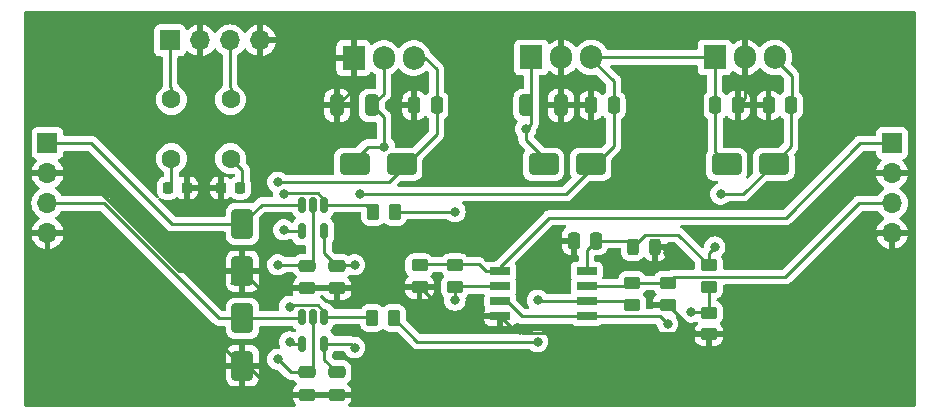
<source format=gtl>
G04 #@! TF.GenerationSoftware,KiCad,Pcbnew,7.0.7*
G04 #@! TF.CreationDate,2023-09-04T18:19:44+02:00*
G04 #@! TF.ProjectId,lt15t3,6c743135-7433-42e6-9b69-6361645f7063,rev?*
G04 #@! TF.SameCoordinates,Original*
G04 #@! TF.FileFunction,Copper,L1,Top*
G04 #@! TF.FilePolarity,Positive*
%FSLAX46Y46*%
G04 Gerber Fmt 4.6, Leading zero omitted, Abs format (unit mm)*
G04 Created by KiCad (PCBNEW 7.0.7) date 2023-09-04 18:19:44*
%MOMM*%
%LPD*%
G01*
G04 APERTURE LIST*
G04 Aperture macros list*
%AMRoundRect*
0 Rectangle with rounded corners*
0 $1 Rounding radius*
0 $2 $3 $4 $5 $6 $7 $8 $9 X,Y pos of 4 corners*
0 Add a 4 corners polygon primitive as box body*
4,1,4,$2,$3,$4,$5,$6,$7,$8,$9,$2,$3,0*
0 Add four circle primitives for the rounded corners*
1,1,$1+$1,$2,$3*
1,1,$1+$1,$4,$5*
1,1,$1+$1,$6,$7*
1,1,$1+$1,$8,$9*
0 Add four rect primitives between the rounded corners*
20,1,$1+$1,$2,$3,$4,$5,0*
20,1,$1+$1,$4,$5,$6,$7,0*
20,1,$1+$1,$6,$7,$8,$9,0*
20,1,$1+$1,$8,$9,$2,$3,0*%
G04 Aperture macros list end*
G04 #@! TA.AperFunction,SMDPad,CuDef*
%ADD10RoundRect,0.250000X0.650000X-1.000000X0.650000X1.000000X-0.650000X1.000000X-0.650000X-1.000000X0*%
G04 #@! TD*
G04 #@! TA.AperFunction,SMDPad,CuDef*
%ADD11RoundRect,0.250000X0.475000X-0.250000X0.475000X0.250000X-0.475000X0.250000X-0.475000X-0.250000X0*%
G04 #@! TD*
G04 #@! TA.AperFunction,SMDPad,CuDef*
%ADD12RoundRect,0.250000X-0.250000X-0.475000X0.250000X-0.475000X0.250000X0.475000X-0.250000X0.475000X0*%
G04 #@! TD*
G04 #@! TA.AperFunction,SMDPad,CuDef*
%ADD13RoundRect,0.250000X-0.325000X-0.650000X0.325000X-0.650000X0.325000X0.650000X-0.325000X0.650000X0*%
G04 #@! TD*
G04 #@! TA.AperFunction,ComponentPad*
%ADD14R,1.700000X1.700000*%
G04 #@! TD*
G04 #@! TA.AperFunction,ComponentPad*
%ADD15O,1.700000X1.700000*%
G04 #@! TD*
G04 #@! TA.AperFunction,SMDPad,CuDef*
%ADD16RoundRect,0.150000X-0.150000X0.512500X-0.150000X-0.512500X0.150000X-0.512500X0.150000X0.512500X0*%
G04 #@! TD*
G04 #@! TA.AperFunction,SMDPad,CuDef*
%ADD17RoundRect,0.250000X0.450000X-0.262500X0.450000X0.262500X-0.450000X0.262500X-0.450000X-0.262500X0*%
G04 #@! TD*
G04 #@! TA.AperFunction,SMDPad,CuDef*
%ADD18RoundRect,0.250000X-1.000000X-0.650000X1.000000X-0.650000X1.000000X0.650000X-1.000000X0.650000X0*%
G04 #@! TD*
G04 #@! TA.AperFunction,SMDPad,CuDef*
%ADD19RoundRect,0.250000X-0.475000X0.250000X-0.475000X-0.250000X0.475000X-0.250000X0.475000X0.250000X0*%
G04 #@! TD*
G04 #@! TA.AperFunction,SMDPad,CuDef*
%ADD20RoundRect,0.250000X1.000000X0.650000X-1.000000X0.650000X-1.000000X-0.650000X1.000000X-0.650000X0*%
G04 #@! TD*
G04 #@! TA.AperFunction,SMDPad,CuDef*
%ADD21RoundRect,0.218750X-0.218750X-0.256250X0.218750X-0.256250X0.218750X0.256250X-0.218750X0.256250X0*%
G04 #@! TD*
G04 #@! TA.AperFunction,SMDPad,CuDef*
%ADD22RoundRect,0.250000X0.250000X0.475000X-0.250000X0.475000X-0.250000X-0.475000X0.250000X-0.475000X0*%
G04 #@! TD*
G04 #@! TA.AperFunction,ComponentPad*
%ADD23C,1.600000*%
G04 #@! TD*
G04 #@! TA.AperFunction,ComponentPad*
%ADD24R,1.905000X2.000000*%
G04 #@! TD*
G04 #@! TA.AperFunction,ComponentPad*
%ADD25O,1.905000X2.000000*%
G04 #@! TD*
G04 #@! TA.AperFunction,SMDPad,CuDef*
%ADD26RoundRect,0.250000X-0.262500X-0.450000X0.262500X-0.450000X0.262500X0.450000X-0.262500X0.450000X0*%
G04 #@! TD*
G04 #@! TA.AperFunction,SMDPad,CuDef*
%ADD27RoundRect,0.243750X-0.243750X-0.456250X0.243750X-0.456250X0.243750X0.456250X-0.243750X0.456250X0*%
G04 #@! TD*
G04 #@! TA.AperFunction,SMDPad,CuDef*
%ADD28R,1.700000X0.650000*%
G04 #@! TD*
G04 #@! TA.AperFunction,ViaPad*
%ADD29C,0.800000*%
G04 #@! TD*
G04 #@! TA.AperFunction,Conductor*
%ADD30C,0.250000*%
G04 #@! TD*
G04 APERTURE END LIST*
D10*
G04 #@! TO.P,D1,1,A1*
G04 #@! TO.N,GND*
X125000000Y-59040000D03*
G04 #@! TO.P,D1,2,A2*
G04 #@! TO.N,IN2*
X125000000Y-55040000D03*
G04 #@! TD*
D11*
G04 #@! TO.P,C1,1*
G04 #@! TO.N,GND*
X133000000Y-52490000D03*
G04 #@! TO.P,C1,2*
G04 #@! TO.N,+15V*
X133000000Y-50590000D03*
G04 #@! TD*
D12*
G04 #@! TO.P,C8,1*
G04 #@! TO.N,GND*
X139550000Y-37000000D03*
G04 #@! TO.P,C8,2*
G04 #@! TO.N,-15V*
X141450000Y-37000000D03*
G04 #@! TD*
D13*
G04 #@! TO.P,C5,1*
G04 #@! TO.N,Net-(D3-K)*
X149025000Y-37000000D03*
G04 #@! TO.P,C5,2*
G04 #@! TO.N,GND*
X151975000Y-37000000D03*
G04 #@! TD*
D14*
G04 #@! TO.P,J1,1,Pin_1*
G04 #@! TO.N,VCC*
X118880000Y-31500000D03*
D15*
G04 #@! TO.P,J1,2,Pin_2*
G04 #@! TO.N,GND*
X121420000Y-31500000D03*
G04 #@! TO.P,J1,3,Pin_3*
G04 #@! TO.N,VSS*
X123960000Y-31500000D03*
G04 #@! TO.P,J1,4,Pin_4*
G04 #@! TO.N,GND*
X126500000Y-31500000D03*
G04 #@! TD*
D16*
G04 #@! TO.P,U2,1*
G04 #@! TO.N,Net-(U2--)*
X131950000Y-45402500D03*
G04 #@! TO.P,U2,2,V-*
G04 #@! TO.N,-15V*
X131000000Y-45402500D03*
G04 #@! TO.P,U2,3,+*
G04 #@! TO.N,IN1*
X130050000Y-45402500D03*
G04 #@! TO.P,U2,4,-*
G04 #@! TO.N,Net-(U2--)*
X130050000Y-47677500D03*
G04 #@! TO.P,U2,5,V+*
G04 #@! TO.N,+15V*
X131950000Y-47677500D03*
G04 #@! TD*
D17*
G04 #@! TO.P,R7,1*
G04 #@! TO.N,GND*
X140000000Y-52372500D03*
G04 #@! TO.P,R7,2*
G04 #@! TO.N,O1*
X140000000Y-50547500D03*
G04 #@! TD*
D18*
G04 #@! TO.P,D5,1,K*
G04 #@! TO.N,+15V*
X166000000Y-42000000D03*
G04 #@! TO.P,D5,2,A*
G04 #@! TO.N,+3.3V*
X170000000Y-42000000D03*
G04 #@! TD*
D19*
G04 #@! TO.P,C3,1*
G04 #@! TO.N,+15V*
X133000000Y-59590000D03*
G04 #@! TO.P,C3,2*
G04 #@! TO.N,GND*
X133000000Y-61490000D03*
G04 #@! TD*
D11*
G04 #@! TO.P,C4,1*
G04 #@! TO.N,GND*
X130500000Y-61490000D03*
G04 #@! TO.P,C4,2*
G04 #@! TO.N,-15V*
X130500000Y-59590000D03*
G04 #@! TD*
D20*
G04 #@! TO.P,D6,1,K*
G04 #@! TO.N,-15V*
X138500000Y-42000000D03*
G04 #@! TO.P,D6,2,A*
G04 #@! TO.N,Net-(D4-A)*
X134500000Y-42000000D03*
G04 #@! TD*
D21*
G04 #@! TO.P,D3,1,K*
G04 #@! TO.N,Net-(D3-K)*
X118712500Y-44000000D03*
G04 #@! TO.P,D3,2,A*
G04 #@! TO.N,GND*
X120287500Y-44000000D03*
G04 #@! TD*
D11*
G04 #@! TO.P,C2,1*
G04 #@! TO.N,GND*
X130500000Y-52490000D03*
G04 #@! TO.P,C2,2*
G04 #@! TO.N,-15V*
X130500000Y-50590000D03*
G04 #@! TD*
D10*
G04 #@! TO.P,D2,1,A1*
G04 #@! TO.N,GND*
X125000000Y-51040000D03*
G04 #@! TO.P,D2,2,A2*
G04 #@! TO.N,IN1*
X125000000Y-47040000D03*
G04 #@! TD*
D17*
G04 #@! TO.P,R3,1*
G04 #@! TO.N,Net-(U6A-+)*
X164500000Y-52372500D03*
G04 #@! TO.P,R3,2*
G04 #@! TO.N,+3.3V*
X164500000Y-50547500D03*
G04 #@! TD*
D18*
G04 #@! TO.P,D9,1,K*
G04 #@! TO.N,Net-(D3-K)*
X150500000Y-42000000D03*
G04 #@! TO.P,D9,2,A*
G04 #@! TO.N,+15V*
X154500000Y-42000000D03*
G04 #@! TD*
D22*
G04 #@! TO.P,C10,1*
G04 #@! TO.N,+3.3V*
X171450000Y-37000000D03*
G04 #@! TO.P,C10,2*
G04 #@! TO.N,GND*
X169550000Y-37000000D03*
G04 #@! TD*
D23*
G04 #@! TO.P,F1,1*
G04 #@! TO.N,VSS*
X124000000Y-36500000D03*
G04 #@! TO.P,F1,2*
G04 #@! TO.N,Net-(D4-A)*
X124000000Y-41500000D03*
G04 #@! TD*
D24*
G04 #@! TO.P,U3,1,VI*
G04 #@! TO.N,Net-(D3-K)*
X149460000Y-32945000D03*
D25*
G04 #@! TO.P,U3,2,GND*
G04 #@! TO.N,GND*
X152000000Y-32945000D03*
G04 #@! TO.P,U3,3,VO*
G04 #@! TO.N,+15V*
X154540000Y-32945000D03*
G04 #@! TD*
D26*
G04 #@! TO.P,R1,1*
G04 #@! TO.N,Net-(U1--)*
X136000000Y-55000000D03*
G04 #@! TO.P,R1,2*
G04 #@! TO.N,Net-(U6B--)*
X137825000Y-55000000D03*
G04 #@! TD*
D17*
G04 #@! TO.P,R8,1*
G04 #@! TO.N,GND*
X161000000Y-53872500D03*
G04 #@! TO.P,R8,2*
G04 #@! TO.N,O2*
X161000000Y-52047500D03*
G04 #@! TD*
D14*
G04 #@! TO.P,J2,1,Pin_1*
G04 #@! TO.N,O1*
X180000000Y-40200000D03*
D15*
G04 #@! TO.P,J2,2,Pin_2*
G04 #@! TO.N,GND*
X180000000Y-42740000D03*
G04 #@! TO.P,J2,3,Pin_3*
G04 #@! TO.N,O2*
X180000000Y-45280000D03*
G04 #@! TO.P,J2,4,Pin_4*
G04 #@! TO.N,GND*
X180000000Y-47820000D03*
G04 #@! TD*
D14*
G04 #@! TO.P,J3,1,Pin_1*
G04 #@! TO.N,IN1*
X108500000Y-40200000D03*
D15*
G04 #@! TO.P,J3,2,Pin_2*
G04 #@! TO.N,GND*
X108500000Y-42740000D03*
G04 #@! TO.P,J3,3,Pin_3*
G04 #@! TO.N,IN2*
X108500000Y-45280000D03*
G04 #@! TO.P,J3,4,Pin_4*
G04 #@! TO.N,GND*
X108500000Y-47820000D03*
G04 #@! TD*
D22*
G04 #@! TO.P,C7,1*
G04 #@! TO.N,+15V*
X156450000Y-37000000D03*
G04 #@! TO.P,C7,2*
G04 #@! TO.N,GND*
X154550000Y-37000000D03*
G04 #@! TD*
D17*
G04 #@! TO.P,R4,1*
G04 #@! TO.N,GND*
X164500000Y-56372500D03*
G04 #@! TO.P,R4,2*
G04 #@! TO.N,Net-(U6A-+)*
X164500000Y-54547500D03*
G04 #@! TD*
D27*
G04 #@! TO.P,D8,1,K*
G04 #@! TO.N,+3.3V*
X158062500Y-48960000D03*
G04 #@! TO.P,D8,2,A*
G04 #@! TO.N,GND*
X159937500Y-48960000D03*
G04 #@! TD*
D23*
G04 #@! TO.P,F2,1*
G04 #@! TO.N,VCC*
X119000000Y-36500000D03*
G04 #@! TO.P,F2,2*
G04 #@! TO.N,Net-(D3-K)*
X119000000Y-41500000D03*
G04 #@! TD*
D12*
G04 #@! TO.P,C9,1*
G04 #@! TO.N,+15V*
X165050000Y-37000000D03*
G04 #@! TO.P,C9,2*
G04 #@! TO.N,GND*
X166950000Y-37000000D03*
G04 #@! TD*
D24*
G04 #@! TO.P,U4,1,ADJ*
G04 #@! TO.N,GND*
X134420000Y-33000000D03*
D25*
G04 #@! TO.P,U4,2,VI*
G04 #@! TO.N,Net-(D4-A)*
X136960000Y-33000000D03*
G04 #@! TO.P,U4,3,VO*
G04 #@! TO.N,-15V*
X139500000Y-33000000D03*
G04 #@! TD*
D16*
G04 #@! TO.P,U1,1*
G04 #@! TO.N,Net-(U1--)*
X131950000Y-54902500D03*
G04 #@! TO.P,U1,2,V-*
G04 #@! TO.N,-15V*
X131000000Y-54902500D03*
G04 #@! TO.P,U1,3,+*
G04 #@! TO.N,IN2*
X130050000Y-54902500D03*
G04 #@! TO.P,U1,4,-*
G04 #@! TO.N,Net-(U1--)*
X130050000Y-57177500D03*
G04 #@! TO.P,U1,5,V+*
G04 #@! TO.N,+15V*
X131950000Y-57177500D03*
G04 #@! TD*
D17*
G04 #@! TO.P,R6,1*
G04 #@! TO.N,Net-(U6B--)*
X158000000Y-53872500D03*
G04 #@! TO.P,R6,2*
G04 #@! TO.N,O2*
X158000000Y-52047500D03*
G04 #@! TD*
D28*
G04 #@! TO.P,U6,1*
G04 #@! TO.N,O1*
X146850000Y-51055000D03*
G04 #@! TO.P,U6,2,-*
G04 #@! TO.N,Net-(U6A--)*
X146850000Y-52325000D03*
G04 #@! TO.P,U6,3,+*
G04 #@! TO.N,Net-(U6A-+)*
X146850000Y-53595000D03*
G04 #@! TO.P,U6,4,V-*
G04 #@! TO.N,GND*
X146850000Y-54865000D03*
G04 #@! TO.P,U6,5,+*
G04 #@! TO.N,Net-(U6A-+)*
X154150000Y-54865000D03*
G04 #@! TO.P,U6,6,-*
G04 #@! TO.N,Net-(U6B--)*
X154150000Y-53595000D03*
G04 #@! TO.P,U6,7*
G04 #@! TO.N,O2*
X154150000Y-52325000D03*
G04 #@! TO.P,U6,8,V+*
G04 #@! TO.N,+3.3V*
X154150000Y-51055000D03*
G04 #@! TD*
D13*
G04 #@! TO.P,C6,1*
G04 #@! TO.N,GND*
X133025000Y-37000000D03*
G04 #@! TO.P,C6,2*
G04 #@! TO.N,Net-(D4-A)*
X135975000Y-37000000D03*
G04 #@! TD*
D24*
G04 #@! TO.P,U5,1,IN*
G04 #@! TO.N,+15V*
X165000000Y-32945000D03*
D25*
G04 #@! TO.P,U5,2,GND*
G04 #@! TO.N,GND*
X167540000Y-32945000D03*
G04 #@! TO.P,U5,3,OUT*
G04 #@! TO.N,+3.3V*
X170080000Y-32945000D03*
G04 #@! TD*
D21*
G04 #@! TO.P,D4,1,K*
G04 #@! TO.N,GND*
X123212500Y-44000000D03*
G04 #@! TO.P,D4,2,A*
G04 #@! TO.N,Net-(D4-A)*
X124787500Y-44000000D03*
G04 #@! TD*
D17*
G04 #@! TO.P,R5,1*
G04 #@! TO.N,Net-(U6A--)*
X143000000Y-52372500D03*
G04 #@! TO.P,R5,2*
G04 #@! TO.N,O1*
X143000000Y-50547500D03*
G04 #@! TD*
D22*
G04 #@! TO.P,C11,1*
G04 #@! TO.N,+3.3V*
X154950000Y-48460000D03*
G04 #@! TO.P,C11,2*
G04 #@! TO.N,GND*
X153050000Y-48460000D03*
G04 #@! TD*
D26*
G04 #@! TO.P,R2,1*
G04 #@! TO.N,Net-(U2--)*
X136087500Y-46000000D03*
G04 #@! TO.P,R2,2*
G04 #@! TO.N,Net-(U6A--)*
X137912500Y-46000000D03*
G04 #@! TD*
D29*
G04 #@! TO.N,GND*
X161000000Y-49500000D03*
X159500000Y-56275000D03*
X151000000Y-49000000D03*
X148500000Y-56000000D03*
X138000000Y-37000000D03*
G04 #@! TO.N,+15V*
X135000000Y-44500000D03*
X134500000Y-57500000D03*
X134500000Y-50500000D03*
G04 #@! TO.N,-15V*
X128000000Y-50500000D03*
X128000000Y-43500000D03*
X128000000Y-58500000D03*
G04 #@! TO.N,Net-(D3-K)*
X149000000Y-39000000D03*
G04 #@! TO.N,Net-(D4-A)*
X137000000Y-40500000D03*
G04 #@! TO.N,+3.3V*
X165000000Y-49000000D03*
X165500000Y-44500000D03*
G04 #@! TO.N,Net-(U1--)*
X129000000Y-54040000D03*
X129000000Y-57040000D03*
G04 #@! TO.N,Net-(U6B--)*
X150000000Y-53500000D03*
X150000000Y-57000000D03*
G04 #@! TO.N,Net-(U2--)*
X128500000Y-44540000D03*
X128500000Y-47540000D03*
G04 #@! TO.N,Net-(U6A--)*
X143000000Y-53500000D03*
X143000000Y-46000000D03*
G04 #@! TO.N,Net-(U6A-+)*
X161000000Y-55500000D03*
X163000000Y-54500000D03*
G04 #@! TD*
D30*
G04 #@! TO.N,GND*
X142492500Y-54865000D02*
X140000000Y-52372500D01*
X178797919Y-47820000D02*
X180000000Y-47820000D01*
X125000000Y-51040000D02*
X126450000Y-52490000D01*
X164500000Y-56372500D02*
X164402500Y-56275000D01*
X160460000Y-48960000D02*
X161000000Y-49500000D01*
X159500000Y-56275000D02*
X148775000Y-56275000D01*
X170245419Y-56372500D02*
X178797919Y-47820000D01*
X167540000Y-32945000D02*
X167540000Y-36410000D01*
X153050000Y-48460000D02*
X151540000Y-48460000D01*
X108500000Y-47820000D02*
X113780000Y-47820000D01*
X133025000Y-37000000D02*
X134420000Y-35605000D01*
X163500000Y-56372500D02*
X161000000Y-53872500D01*
X108500000Y-42740000D02*
X111376396Y-42740000D01*
X121420000Y-43920000D02*
X121500000Y-44000000D01*
X130500000Y-52490000D02*
X133000000Y-52490000D01*
X164402500Y-56275000D02*
X159500000Y-56275000D01*
X111376396Y-42740000D02*
X119676396Y-51040000D01*
X147985000Y-56000000D02*
X146850000Y-54865000D01*
X166950000Y-37000000D02*
X169550000Y-37000000D01*
X167540000Y-36410000D02*
X166950000Y-37000000D01*
X152000000Y-36975000D02*
X152000000Y-32945000D01*
X151975000Y-37000000D02*
X154550000Y-37000000D01*
X164500000Y-56372500D02*
X163500000Y-56372500D01*
X125500000Y-59040000D02*
X127950000Y-61490000D01*
X127950000Y-61490000D02*
X133000000Y-61490000D01*
X164500000Y-56372500D02*
X170245419Y-56372500D01*
X124040000Y-52000000D02*
X125000000Y-51040000D01*
X113780000Y-47820000D02*
X125000000Y-59040000D01*
X139882500Y-52490000D02*
X140000000Y-52372500D01*
X151975000Y-37000000D02*
X152000000Y-36975000D01*
X121420000Y-31500000D02*
X121420000Y-43920000D01*
X146850000Y-54865000D02*
X142492500Y-54865000D01*
X125000000Y-59040000D02*
X125500000Y-59040000D01*
X148775000Y-56275000D02*
X148500000Y-56000000D01*
X134420000Y-35605000D02*
X134420000Y-33000000D01*
X148500000Y-56000000D02*
X147985000Y-56000000D01*
X133000000Y-52490000D02*
X139882500Y-52490000D01*
X121500000Y-44000000D02*
X120287500Y-44000000D01*
X126450000Y-52490000D02*
X130500000Y-52490000D01*
X164872500Y-56000000D02*
X164500000Y-56372500D01*
X123212500Y-44000000D02*
X121500000Y-44000000D01*
X119676396Y-51040000D02*
X125000000Y-51040000D01*
X159937500Y-48960000D02*
X160460000Y-48960000D01*
X139550000Y-37000000D02*
X138000000Y-37000000D01*
X151540000Y-48460000D02*
X151000000Y-49000000D01*
G04 #@! TO.N,+15V*
X165000000Y-32945000D02*
X165000000Y-36950000D01*
X165050000Y-37000000D02*
X165050000Y-40950000D01*
X156450000Y-37000000D02*
X156450000Y-40450000D01*
X165050000Y-40950000D02*
X165600000Y-41500000D01*
X165000000Y-36950000D02*
X165050000Y-37000000D01*
X134500000Y-50500000D02*
X133090000Y-50500000D01*
X131950000Y-49540000D02*
X133000000Y-50590000D01*
X156450000Y-40450000D02*
X155400000Y-41500000D01*
X131950000Y-58540000D02*
X133000000Y-59590000D01*
X131950000Y-57177500D02*
X134177500Y-57177500D01*
X135000000Y-44500000D02*
X152400000Y-44500000D01*
X156450000Y-37000000D02*
X156450000Y-34950000D01*
X131950000Y-47677500D02*
X131950000Y-49540000D01*
X156450000Y-34950000D02*
X154540000Y-33040000D01*
X154540000Y-32945000D02*
X165000000Y-32945000D01*
X152400000Y-44500000D02*
X155400000Y-41500000D01*
X131950000Y-57177500D02*
X131950000Y-58540000D01*
X134177500Y-57177500D02*
X134500000Y-57500000D01*
X133090000Y-50500000D02*
X133000000Y-50590000D01*
X154540000Y-33040000D02*
X154540000Y-32945000D01*
G04 #@! TO.N,-15V*
X141450000Y-37000000D02*
X141450000Y-33950000D01*
X129090000Y-59590000D02*
X128000000Y-58500000D01*
X131000000Y-45402500D02*
X131000000Y-50090000D01*
X131000000Y-50090000D02*
X130500000Y-50590000D01*
X130410000Y-50500000D02*
X130500000Y-50590000D01*
X137400000Y-43500000D02*
X139400000Y-41500000D01*
X141450000Y-39450000D02*
X141450000Y-37000000D01*
X128000000Y-43500000D02*
X137400000Y-43500000D01*
X139400000Y-41500000D02*
X141450000Y-39450000D01*
X141450000Y-33950000D02*
X140500000Y-33000000D01*
X128000000Y-50500000D02*
X130410000Y-50500000D01*
X131000000Y-59090000D02*
X130500000Y-59590000D01*
X140500000Y-33000000D02*
X139500000Y-33000000D01*
X130500000Y-59590000D02*
X129090000Y-59590000D01*
X131000000Y-54902500D02*
X131000000Y-59090000D01*
G04 #@! TO.N,Net-(D3-K)*
X149000000Y-39000000D02*
X149000000Y-39900000D01*
X149000000Y-39900000D02*
X150600000Y-41500000D01*
X119000000Y-41500000D02*
X119000000Y-43712500D01*
X119000000Y-43712500D02*
X118712500Y-44000000D01*
X149460000Y-38540000D02*
X149460000Y-32945000D01*
X149000000Y-39000000D02*
X149460000Y-38540000D01*
G04 #@! TO.N,Net-(D4-A)*
X125000000Y-42500000D02*
X125000000Y-43787500D01*
X136960000Y-36015000D02*
X136960000Y-33000000D01*
X125000000Y-43787500D02*
X124787500Y-44000000D01*
X137000000Y-40500000D02*
X136960000Y-40460000D01*
X135975000Y-37000000D02*
X136960000Y-36015000D01*
X137000000Y-40500000D02*
X135600000Y-40500000D01*
X135600000Y-40500000D02*
X134600000Y-41500000D01*
X137000000Y-38025000D02*
X135975000Y-37000000D01*
X124000000Y-41500000D02*
X125000000Y-42500000D01*
X137000000Y-40500000D02*
X137000000Y-38025000D01*
G04 #@! TO.N,+3.3V*
X171450000Y-37000000D02*
X171450000Y-40450000D01*
X157562500Y-48460000D02*
X158062500Y-48960000D01*
X164500000Y-49500000D02*
X165000000Y-49000000D01*
X170080000Y-32945000D02*
X170080000Y-33080000D01*
X159087500Y-47935000D02*
X158062500Y-48960000D01*
X170080000Y-33080000D02*
X171500000Y-34500000D01*
X154150000Y-51055000D02*
X154150000Y-49260000D01*
X154950000Y-48460000D02*
X157562500Y-48460000D01*
X171500000Y-36950000D02*
X171450000Y-37000000D01*
X161887500Y-47935000D02*
X159087500Y-47935000D01*
X154150000Y-49260000D02*
X154950000Y-48460000D01*
X167400000Y-44500000D02*
X170400000Y-41500000D01*
X171450000Y-40450000D02*
X170400000Y-41500000D01*
X164500000Y-50547500D02*
X164500000Y-49500000D01*
X171500000Y-34500000D02*
X171500000Y-36950000D01*
X164500000Y-50547500D02*
X161887500Y-47935000D01*
X165500000Y-44500000D02*
X167400000Y-44500000D01*
G04 #@! TO.N,IN2*
X125000000Y-55040000D02*
X123040000Y-55040000D01*
X125000000Y-55040000D02*
X129912500Y-55040000D01*
X129912500Y-55040000D02*
X130050000Y-54902500D01*
X113280000Y-45280000D02*
X108500000Y-45280000D01*
X123040000Y-55040000D02*
X113280000Y-45280000D01*
X125000000Y-55040000D02*
X124500000Y-54540000D01*
G04 #@! TO.N,IN1*
X112200000Y-40200000D02*
X108500000Y-40200000D01*
X125000000Y-47040000D02*
X126637500Y-45402500D01*
X125000000Y-47040000D02*
X119040000Y-47040000D01*
X125500000Y-47540000D02*
X125000000Y-47040000D01*
X119040000Y-47040000D02*
X112200000Y-40200000D01*
X126637500Y-45402500D02*
X130050000Y-45402500D01*
G04 #@! TO.N,VSS*
X124000000Y-35500000D02*
X124000000Y-36500000D01*
X123960000Y-35460000D02*
X124000000Y-35500000D01*
X123960000Y-31500000D02*
X123960000Y-35460000D01*
G04 #@! TO.N,VCC*
X118880000Y-31500000D02*
X118880000Y-35380000D01*
X119000000Y-35500000D02*
X119000000Y-36500000D01*
X118880000Y-35380000D02*
X119000000Y-35500000D01*
G04 #@! TO.N,O1*
X146850000Y-51055000D02*
X146850000Y-50650000D01*
X177300000Y-40200000D02*
X180000000Y-40200000D01*
X140087500Y-50460000D02*
X140000000Y-50547500D01*
X146850000Y-50650000D02*
X151000000Y-46500000D01*
X145000000Y-50460000D02*
X140087500Y-50460000D01*
X145595000Y-51055000D02*
X145000000Y-50460000D01*
X151000000Y-46500000D02*
X171000000Y-46500000D01*
X171000000Y-46500000D02*
X177300000Y-40200000D01*
X146850000Y-51055000D02*
X145595000Y-51055000D01*
G04 #@! TO.N,O2*
X157722500Y-52325000D02*
X154150000Y-52325000D01*
X177220000Y-45280000D02*
X180000000Y-45280000D01*
X158000000Y-52047500D02*
X157722500Y-52325000D01*
X161000000Y-52047500D02*
X158000000Y-52047500D01*
X170965000Y-51535000D02*
X177220000Y-45280000D01*
X161000000Y-52047500D02*
X161512500Y-51535000D01*
X161512500Y-51535000D02*
X170965000Y-51535000D01*
G04 #@! TO.N,Net-(U1--)*
X129125000Y-53915000D02*
X131375000Y-53915000D01*
X130050000Y-57177500D02*
X129137500Y-57177500D01*
X129000000Y-54040000D02*
X129125000Y-53915000D01*
X129137500Y-57177500D02*
X129000000Y-57040000D01*
X131950000Y-54902500D02*
X135902500Y-54902500D01*
X131950000Y-54490000D02*
X131950000Y-54902500D01*
X135902500Y-54902500D02*
X136000000Y-55000000D01*
X131375000Y-53915000D02*
X131950000Y-54490000D01*
G04 #@! TO.N,Net-(U6B--)*
X154150000Y-53595000D02*
X157722500Y-53595000D01*
X157722500Y-53595000D02*
X158000000Y-53872500D01*
X150095000Y-53595000D02*
X154150000Y-53595000D01*
X137825000Y-55000000D02*
X139825000Y-57000000D01*
X150000000Y-53500000D02*
X150095000Y-53595000D01*
X139825000Y-57000000D02*
X150000000Y-57000000D01*
G04 #@! TO.N,Net-(U2--)*
X135490000Y-45402500D02*
X136087500Y-46000000D01*
X128637500Y-47677500D02*
X128500000Y-47540000D01*
X128500000Y-44540000D02*
X128625000Y-44415000D01*
X131950000Y-45402500D02*
X135490000Y-45402500D01*
X131950000Y-44990000D02*
X131950000Y-45402500D01*
X131375000Y-44415000D02*
X131950000Y-44990000D01*
X128625000Y-44415000D02*
X131375000Y-44415000D01*
X130050000Y-47677500D02*
X128637500Y-47677500D01*
G04 #@! TO.N,Net-(U6A--)*
X143047500Y-52325000D02*
X143000000Y-52372500D01*
X146850000Y-52325000D02*
X143047500Y-52325000D01*
X137912500Y-46000000D02*
X143000000Y-46000000D01*
X143000000Y-53500000D02*
X143000000Y-52372500D01*
G04 #@! TO.N,Net-(U6A-+)*
X163000000Y-54500000D02*
X164452500Y-54500000D01*
X164452500Y-54500000D02*
X164500000Y-54547500D01*
X148645000Y-54865000D02*
X154150000Y-54865000D01*
X164500000Y-52372500D02*
X164500000Y-54547500D01*
X160365000Y-54865000D02*
X161000000Y-55500000D01*
X147375000Y-53595000D02*
X148645000Y-54865000D01*
X154150000Y-54865000D02*
X160365000Y-54865000D01*
X146850000Y-53595000D02*
X147375000Y-53595000D01*
G04 #@! TD*
G04 #@! TA.AperFunction,Conductor*
G04 #@! TO.N,GND*
G36*
X167718210Y-33495545D02*
G01*
X167770729Y-33541627D01*
X167790000Y-33608018D01*
X167790000Y-34423365D01*
X167897792Y-34405379D01*
X168125454Y-34327221D01*
X168125468Y-34327215D01*
X168337159Y-34212655D01*
X168337168Y-34212649D01*
X168527116Y-34064806D01*
X168527126Y-34064797D01*
X168690154Y-33887702D01*
X168690155Y-33887701D01*
X168705891Y-33863616D01*
X168759036Y-33818258D01*
X168828267Y-33808833D01*
X168891604Y-33838333D01*
X168913510Y-33863614D01*
X168929446Y-33888007D01*
X168971664Y-33933868D01*
X169092537Y-34065171D01*
X169212538Y-34158571D01*
X169282017Y-34212649D01*
X169282561Y-34213072D01*
X169384190Y-34268071D01*
X169493478Y-34327215D01*
X169494336Y-34327679D01*
X169597467Y-34363084D01*
X169722083Y-34405865D01*
X169722085Y-34405865D01*
X169722087Y-34405866D01*
X169959601Y-34445500D01*
X169959602Y-34445500D01*
X170200398Y-34445500D01*
X170200399Y-34445500D01*
X170333047Y-34423365D01*
X170442972Y-34405022D01*
X170443233Y-34406590D01*
X170505926Y-34408934D01*
X170554251Y-34438842D01*
X170838181Y-34722771D01*
X170871666Y-34784094D01*
X170874500Y-34810452D01*
X170874500Y-35774781D01*
X170854815Y-35841820D01*
X170815597Y-35880319D01*
X170731347Y-35932285D01*
X170731343Y-35932288D01*
X170607288Y-36056343D01*
X170607283Y-36056349D01*
X170605241Y-36059661D01*
X170603247Y-36061453D01*
X170602807Y-36062011D01*
X170602711Y-36061935D01*
X170553291Y-36106383D01*
X170484328Y-36117602D01*
X170420247Y-36089755D01*
X170394168Y-36059656D01*
X170392319Y-36056659D01*
X170392316Y-36056655D01*
X170268345Y-35932684D01*
X170119124Y-35840643D01*
X170119119Y-35840641D01*
X169952697Y-35785494D01*
X169952690Y-35785493D01*
X169849986Y-35775000D01*
X169800000Y-35775000D01*
X169800000Y-38224999D01*
X169849972Y-38224999D01*
X169849986Y-38224998D01*
X169952697Y-38214505D01*
X170119119Y-38159358D01*
X170119124Y-38159356D01*
X170268345Y-38067315D01*
X170392318Y-37943342D01*
X170394165Y-37940348D01*
X170395969Y-37938724D01*
X170396798Y-37937677D01*
X170396976Y-37937818D01*
X170446110Y-37893621D01*
X170515073Y-37882396D01*
X170579156Y-37910236D01*
X170605242Y-37940339D01*
X170607288Y-37943656D01*
X170607289Y-37943657D01*
X170731345Y-38067713D01*
X170754994Y-38082299D01*
X170758291Y-38084333D01*
X170765594Y-38088837D01*
X170812320Y-38140784D01*
X170824500Y-38194377D01*
X170824500Y-40139546D01*
X170804815Y-40206585D01*
X170788181Y-40227227D01*
X170452227Y-40563181D01*
X170390904Y-40596666D01*
X170364546Y-40599500D01*
X168949998Y-40599500D01*
X168949981Y-40599501D01*
X168847203Y-40610000D01*
X168847200Y-40610001D01*
X168680668Y-40665185D01*
X168680663Y-40665187D01*
X168531342Y-40757289D01*
X168407289Y-40881342D01*
X168315187Y-41030663D01*
X168315185Y-41030666D01*
X168315186Y-41030666D01*
X168260001Y-41197203D01*
X168260001Y-41197204D01*
X168260000Y-41197204D01*
X168249500Y-41299983D01*
X168249500Y-42700000D01*
X168249502Y-42700034D01*
X168249622Y-42701204D01*
X168249575Y-42701455D01*
X168249662Y-42703162D01*
X168249253Y-42703182D01*
X168236840Y-42769894D01*
X168213943Y-42801464D01*
X167853466Y-43161942D01*
X167792143Y-43195427D01*
X167722452Y-43190443D01*
X167666518Y-43148572D01*
X167642101Y-43083107D01*
X167656953Y-43014834D01*
X167660233Y-43009186D01*
X167684814Y-42969334D01*
X167739999Y-42802797D01*
X167750500Y-42700009D01*
X167750499Y-41299992D01*
X167749716Y-41292331D01*
X167739999Y-41197203D01*
X167739998Y-41197200D01*
X167726837Y-41157482D01*
X167684814Y-41030666D01*
X167592712Y-40881344D01*
X167468656Y-40757288D01*
X167319334Y-40665186D01*
X167152797Y-40610001D01*
X167152795Y-40610000D01*
X167050016Y-40599500D01*
X167050009Y-40599500D01*
X165799500Y-40599500D01*
X165732461Y-40579815D01*
X165686706Y-40527011D01*
X165675500Y-40475500D01*
X165675500Y-38194377D01*
X165695185Y-38127338D01*
X165734406Y-38088837D01*
X165741707Y-38084334D01*
X165768656Y-38067712D01*
X165892712Y-37943656D01*
X165894752Y-37940347D01*
X165896745Y-37938555D01*
X165897193Y-37937989D01*
X165897289Y-37938065D01*
X165946694Y-37893623D01*
X166015656Y-37882395D01*
X166079740Y-37910234D01*
X166105829Y-37940339D01*
X166107681Y-37943341D01*
X166107683Y-37943344D01*
X166231654Y-38067315D01*
X166380875Y-38159356D01*
X166380880Y-38159358D01*
X166547302Y-38214505D01*
X166547309Y-38214506D01*
X166650019Y-38224999D01*
X166699998Y-38224998D01*
X166699999Y-38224998D01*
X166700000Y-37250000D01*
X167199999Y-37250000D01*
X167199999Y-38224998D01*
X167200000Y-38224999D01*
X167249972Y-38224999D01*
X167249986Y-38224998D01*
X167352697Y-38214505D01*
X167519119Y-38159358D01*
X167519124Y-38159356D01*
X167668345Y-38067315D01*
X167792315Y-37943345D01*
X167884356Y-37794124D01*
X167884358Y-37794119D01*
X167939505Y-37627697D01*
X167939506Y-37627690D01*
X167949999Y-37524986D01*
X167950000Y-37524973D01*
X167950000Y-37250000D01*
X168550001Y-37250000D01*
X168550001Y-37524986D01*
X168560494Y-37627697D01*
X168615641Y-37794119D01*
X168615643Y-37794124D01*
X168707684Y-37943345D01*
X168831654Y-38067315D01*
X168980875Y-38159356D01*
X168980880Y-38159358D01*
X169147302Y-38214505D01*
X169147309Y-38214506D01*
X169250019Y-38224999D01*
X169299999Y-38224998D01*
X169300000Y-38224998D01*
X169300000Y-37250000D01*
X168550001Y-37250000D01*
X167950000Y-37250000D01*
X167199999Y-37250000D01*
X166700000Y-37250000D01*
X166699999Y-35775000D01*
X167199999Y-35775000D01*
X167199999Y-36749999D01*
X167200001Y-36750000D01*
X167949999Y-36750000D01*
X168550000Y-36750000D01*
X169300000Y-36750000D01*
X169300000Y-35775000D01*
X169299999Y-35774999D01*
X169250029Y-35775000D01*
X169250011Y-35775001D01*
X169147302Y-35785494D01*
X168980880Y-35840641D01*
X168980875Y-35840643D01*
X168831654Y-35932684D01*
X168707684Y-36056654D01*
X168615643Y-36205875D01*
X168615641Y-36205880D01*
X168560494Y-36372302D01*
X168560493Y-36372309D01*
X168550000Y-36475013D01*
X168550000Y-36750000D01*
X167949999Y-36750000D01*
X167949999Y-36475028D01*
X167949998Y-36475013D01*
X167939505Y-36372302D01*
X167884358Y-36205880D01*
X167884356Y-36205875D01*
X167792315Y-36056654D01*
X167668345Y-35932684D01*
X167519124Y-35840643D01*
X167519119Y-35840641D01*
X167352697Y-35785494D01*
X167352690Y-35785493D01*
X167249986Y-35775000D01*
X167199999Y-35775000D01*
X166699999Y-35775000D01*
X166699998Y-35774999D01*
X166650029Y-35775000D01*
X166650011Y-35775001D01*
X166547302Y-35785494D01*
X166380880Y-35840641D01*
X166380875Y-35840643D01*
X166231654Y-35932684D01*
X166107683Y-36056655D01*
X166107679Y-36056660D01*
X166105826Y-36059665D01*
X166104018Y-36061290D01*
X166103202Y-36062323D01*
X166103025Y-36062183D01*
X166053874Y-36106385D01*
X165984911Y-36117601D01*
X165920831Y-36089752D01*
X165894753Y-36059653D01*
X165894737Y-36059628D01*
X165892712Y-36056344D01*
X165768656Y-35932288D01*
X165768652Y-35932285D01*
X165684403Y-35880319D01*
X165637678Y-35828371D01*
X165625500Y-35774781D01*
X165625500Y-34569499D01*
X165645185Y-34502460D01*
X165697989Y-34456705D01*
X165749500Y-34445499D01*
X166000371Y-34445499D01*
X166000372Y-34445499D01*
X166059983Y-34439091D01*
X166194831Y-34388796D01*
X166310046Y-34302546D01*
X166396296Y-34187331D01*
X166396297Y-34187328D01*
X166396298Y-34187327D01*
X166402308Y-34171209D01*
X166407907Y-34156197D01*
X166449776Y-34100264D01*
X166515240Y-34075844D01*
X166583513Y-34090694D01*
X166600252Y-34101675D01*
X166742831Y-34212649D01*
X166742840Y-34212655D01*
X166954531Y-34327215D01*
X166954545Y-34327221D01*
X167182207Y-34405379D01*
X167289999Y-34423366D01*
X167289999Y-33609652D01*
X167309683Y-33542613D01*
X167362487Y-33496858D01*
X167431646Y-33486914D01*
X167447453Y-33490250D01*
X167464404Y-33495000D01*
X167464406Y-33495000D01*
X167577622Y-33495000D01*
X167649116Y-33485173D01*
X167718210Y-33495545D01*
G37*
G04 #@! TD.AperFunction*
G04 #@! TA.AperFunction,Conductor*
G36*
X138311904Y-33893791D02*
G01*
X138333808Y-33919070D01*
X138349449Y-33943010D01*
X138512537Y-34120171D01*
X138645895Y-34223967D01*
X138692770Y-34260452D01*
X138702561Y-34268072D01*
X138914336Y-34382679D01*
X139032598Y-34423278D01*
X139142083Y-34460865D01*
X139142085Y-34460865D01*
X139142087Y-34460866D01*
X139379601Y-34500500D01*
X139379602Y-34500500D01*
X139620398Y-34500500D01*
X139620399Y-34500500D01*
X139857913Y-34460866D01*
X140085664Y-34382679D01*
X140297439Y-34268072D01*
X140487463Y-34120171D01*
X140518864Y-34086060D01*
X140578748Y-34050071D01*
X140648586Y-34052170D01*
X140697771Y-34082362D01*
X140715674Y-34100264D01*
X140788181Y-34172771D01*
X140821666Y-34234094D01*
X140824500Y-34260452D01*
X140824500Y-35805621D01*
X140804815Y-35872660D01*
X140765599Y-35911158D01*
X140731346Y-35932285D01*
X140607288Y-36056343D01*
X140607283Y-36056349D01*
X140605241Y-36059661D01*
X140603247Y-36061453D01*
X140602807Y-36062011D01*
X140602711Y-36061935D01*
X140553291Y-36106383D01*
X140484328Y-36117602D01*
X140420247Y-36089755D01*
X140394168Y-36059656D01*
X140392319Y-36056659D01*
X140392316Y-36056655D01*
X140268345Y-35932684D01*
X140119124Y-35840643D01*
X140119119Y-35840641D01*
X139952697Y-35785494D01*
X139952690Y-35785493D01*
X139849986Y-35775000D01*
X139800000Y-35775000D01*
X139800000Y-38224999D01*
X139849972Y-38224999D01*
X139849986Y-38224998D01*
X139952697Y-38214505D01*
X140119119Y-38159358D01*
X140119124Y-38159356D01*
X140268345Y-38067315D01*
X140392318Y-37943342D01*
X140394165Y-37940348D01*
X140395969Y-37938724D01*
X140396798Y-37937677D01*
X140396976Y-37937818D01*
X140446110Y-37893621D01*
X140515073Y-37882396D01*
X140579156Y-37910236D01*
X140605242Y-37940339D01*
X140607288Y-37943656D01*
X140607289Y-37943657D01*
X140731345Y-38067713D01*
X140754994Y-38082299D01*
X140758291Y-38084333D01*
X140765594Y-38088837D01*
X140812320Y-38140784D01*
X140824500Y-38194377D01*
X140824500Y-39139546D01*
X140804815Y-39206585D01*
X140788181Y-39227227D01*
X139452228Y-40563181D01*
X139390905Y-40596666D01*
X139364547Y-40599500D01*
X138027568Y-40599500D01*
X137960529Y-40579815D01*
X137914774Y-40527011D01*
X137904247Y-40488462D01*
X137902286Y-40469804D01*
X137885674Y-40311744D01*
X137827179Y-40131716D01*
X137732533Y-39967784D01*
X137715737Y-39949130D01*
X137657350Y-39884284D01*
X137627120Y-39821292D01*
X137625500Y-39801312D01*
X137625500Y-38107742D01*
X137627224Y-38092122D01*
X137626939Y-38092096D01*
X137627671Y-38084340D01*
X137627673Y-38084333D01*
X137625500Y-38015185D01*
X137625500Y-37985650D01*
X137624631Y-37978772D01*
X137624172Y-37972943D01*
X137622709Y-37926372D01*
X137617122Y-37907144D01*
X137613174Y-37888084D01*
X137612456Y-37882396D01*
X137610664Y-37868208D01*
X137610663Y-37868206D01*
X137610663Y-37868204D01*
X137593512Y-37824887D01*
X137591619Y-37819358D01*
X137578618Y-37774609D01*
X137578616Y-37774606D01*
X137568423Y-37757371D01*
X137559861Y-37739894D01*
X137552487Y-37721270D01*
X137552486Y-37721268D01*
X137525079Y-37683545D01*
X137521888Y-37678686D01*
X137498172Y-37638583D01*
X137498165Y-37638574D01*
X137484006Y-37624415D01*
X137471368Y-37609619D01*
X137459594Y-37593413D01*
X137423688Y-37563709D01*
X137419376Y-37559786D01*
X137198729Y-37339139D01*
X137109591Y-37250000D01*
X138550001Y-37250000D01*
X138550001Y-37524986D01*
X138560494Y-37627697D01*
X138615641Y-37794119D01*
X138615643Y-37794124D01*
X138707684Y-37943345D01*
X138831654Y-38067315D01*
X138980875Y-38159356D01*
X138980880Y-38159358D01*
X139147302Y-38214505D01*
X139147309Y-38214506D01*
X139250019Y-38224999D01*
X139299999Y-38224998D01*
X139300000Y-38224998D01*
X139300000Y-37250000D01*
X138550001Y-37250000D01*
X137109591Y-37250000D01*
X137086818Y-37227227D01*
X137053333Y-37165904D01*
X137050499Y-37139546D01*
X137050499Y-36860452D01*
X137070184Y-36793413D01*
X137086813Y-36772776D01*
X137109589Y-36750000D01*
X138550000Y-36750000D01*
X139300000Y-36750000D01*
X139300000Y-35775000D01*
X139299999Y-35774999D01*
X139250029Y-35775000D01*
X139250011Y-35775001D01*
X139147302Y-35785494D01*
X138980880Y-35840641D01*
X138980875Y-35840643D01*
X138831654Y-35932684D01*
X138707684Y-36056654D01*
X138615643Y-36205875D01*
X138615641Y-36205880D01*
X138560494Y-36372302D01*
X138560493Y-36372309D01*
X138550000Y-36475013D01*
X138550000Y-36750000D01*
X137109589Y-36750000D01*
X137343788Y-36515801D01*
X137356042Y-36505986D01*
X137355859Y-36505764D01*
X137361866Y-36500792D01*
X137361877Y-36500786D01*
X137392775Y-36467882D01*
X137409227Y-36450364D01*
X137419671Y-36439918D01*
X137430120Y-36429471D01*
X137434379Y-36423978D01*
X137438152Y-36419561D01*
X137470062Y-36385582D01*
X137479713Y-36368024D01*
X137490396Y-36351761D01*
X137502673Y-36335936D01*
X137521185Y-36293153D01*
X137523738Y-36287941D01*
X137546197Y-36247092D01*
X137551180Y-36227680D01*
X137557481Y-36209280D01*
X137565437Y-36190896D01*
X137572729Y-36144852D01*
X137573906Y-36139171D01*
X137585500Y-36094019D01*
X137585500Y-36073982D01*
X137587027Y-36054582D01*
X137587198Y-36053502D01*
X137590160Y-36034804D01*
X137585775Y-35988415D01*
X137585500Y-35982577D01*
X137585500Y-34435008D01*
X137605185Y-34367969D01*
X137650483Y-34325953D01*
X137693740Y-34302544D01*
X137757439Y-34268072D01*
X137947463Y-34120171D01*
X138110551Y-33943010D01*
X138126190Y-33919071D01*
X138179336Y-33873714D01*
X138248567Y-33864290D01*
X138311904Y-33893791D01*
G37*
G04 #@! TD.AperFunction*
G04 #@! TA.AperFunction,Conductor*
G36*
X152394629Y-47145185D02*
G01*
X152440384Y-47197989D01*
X152450328Y-47267147D01*
X152421303Y-47330703D01*
X152392687Y-47355038D01*
X152331659Y-47392680D01*
X152331655Y-47392683D01*
X152207684Y-47516654D01*
X152115643Y-47665875D01*
X152115641Y-47665880D01*
X152060494Y-47832302D01*
X152060493Y-47832309D01*
X152050000Y-47935013D01*
X152050000Y-48210000D01*
X153176000Y-48210000D01*
X153243039Y-48229685D01*
X153288794Y-48282489D01*
X153300000Y-48334000D01*
X153300000Y-49684999D01*
X153349972Y-49684999D01*
X153349984Y-49684998D01*
X153387897Y-49681125D01*
X153456590Y-49693894D01*
X153507475Y-49741774D01*
X153524500Y-49804483D01*
X153524500Y-50105500D01*
X153504815Y-50172539D01*
X153452011Y-50218294D01*
X153400501Y-50229500D01*
X153252130Y-50229500D01*
X153252123Y-50229501D01*
X153192516Y-50235908D01*
X153057671Y-50286202D01*
X153057664Y-50286206D01*
X152942455Y-50372452D01*
X152942452Y-50372455D01*
X152856206Y-50487664D01*
X152856202Y-50487671D01*
X152805910Y-50622513D01*
X152805909Y-50622517D01*
X152799500Y-50682127D01*
X152799500Y-50682134D01*
X152799500Y-50682135D01*
X152799500Y-51427870D01*
X152799501Y-51427876D01*
X152805908Y-51487483D01*
X152856202Y-51622328D01*
X152860454Y-51630114D01*
X152857280Y-51631846D01*
X152875659Y-51681302D01*
X152860725Y-51749557D01*
X152860117Y-51750502D01*
X152856202Y-51757671D01*
X152805910Y-51892513D01*
X152805909Y-51892517D01*
X152799500Y-51952127D01*
X152799500Y-51952134D01*
X152799500Y-51952135D01*
X152799500Y-52697870D01*
X152799501Y-52697876D01*
X152805908Y-52757483D01*
X152822575Y-52802167D01*
X152827559Y-52871858D01*
X152794074Y-52933181D01*
X152732751Y-52966666D01*
X152706393Y-52969500D01*
X150789287Y-52969500D01*
X150722248Y-52949815D01*
X150697138Y-52928473D01*
X150605871Y-52827112D01*
X150605870Y-52827111D01*
X150452734Y-52715851D01*
X150452729Y-52715848D01*
X150279807Y-52638857D01*
X150279802Y-52638855D01*
X150134001Y-52607865D01*
X150094646Y-52599500D01*
X149905354Y-52599500D01*
X149872897Y-52606398D01*
X149720197Y-52638855D01*
X149720192Y-52638857D01*
X149547270Y-52715848D01*
X149547265Y-52715851D01*
X149394129Y-52827111D01*
X149267466Y-52967785D01*
X149172821Y-53131715D01*
X149172818Y-53131722D01*
X149117552Y-53301814D01*
X149114326Y-53311744D01*
X149094540Y-53500000D01*
X149114326Y-53688256D01*
X149114327Y-53688259D01*
X149172818Y-53868277D01*
X149172821Y-53868284D01*
X149267467Y-54032216D01*
X149267748Y-54032528D01*
X149267854Y-54032748D01*
X149271285Y-54037471D01*
X149270421Y-54038098D01*
X149297978Y-54095519D01*
X149289353Y-54164854D01*
X149244612Y-54218520D01*
X149177959Y-54239478D01*
X149175598Y-54239500D01*
X148955453Y-54239500D01*
X148888414Y-54219815D01*
X148867772Y-54203181D01*
X148236818Y-53572227D01*
X148203333Y-53510904D01*
X148200499Y-53484546D01*
X148200499Y-53222129D01*
X148200498Y-53222123D01*
X148194091Y-53162516D01*
X148143797Y-53027671D01*
X148139546Y-53019886D01*
X148142724Y-53018150D01*
X148124344Y-52968741D01*
X148139253Y-52900480D01*
X148139866Y-52899526D01*
X148143793Y-52892335D01*
X148143792Y-52892335D01*
X148143796Y-52892331D01*
X148194091Y-52757483D01*
X148200500Y-52697873D01*
X148200499Y-51952128D01*
X148195299Y-51903757D01*
X148194091Y-51892516D01*
X148143797Y-51757670D01*
X148139547Y-51749888D01*
X148142757Y-51748134D01*
X148124361Y-51699001D01*
X148139127Y-51630709D01*
X148139752Y-51629736D01*
X148143797Y-51622329D01*
X148166858Y-51560499D01*
X148194091Y-51487483D01*
X148200500Y-51427873D01*
X148200499Y-50682128D01*
X148194091Y-50622517D01*
X148143796Y-50487669D01*
X148102495Y-50432498D01*
X148078078Y-50367036D01*
X148092929Y-50298763D01*
X148114077Y-50270511D01*
X149674589Y-48710000D01*
X152050001Y-48710000D01*
X152050001Y-48984986D01*
X152060494Y-49087697D01*
X152115641Y-49254119D01*
X152115643Y-49254124D01*
X152207684Y-49403345D01*
X152331654Y-49527315D01*
X152480875Y-49619356D01*
X152480880Y-49619358D01*
X152647302Y-49674505D01*
X152647309Y-49674506D01*
X152750019Y-49684999D01*
X152799999Y-49684998D01*
X152800000Y-49684998D01*
X152800000Y-48710000D01*
X152050001Y-48710000D01*
X149674589Y-48710000D01*
X151222771Y-47161819D01*
X151284095Y-47128334D01*
X151310453Y-47125500D01*
X152327590Y-47125500D01*
X152394629Y-47145185D01*
G37*
G04 #@! TD.AperFunction*
G04 #@! TA.AperFunction,Conductor*
G36*
X159889951Y-52692685D02*
G01*
X159928449Y-52731901D01*
X159944230Y-52757485D01*
X159957289Y-52778657D01*
X160051304Y-52872672D01*
X160084789Y-52933995D01*
X160079805Y-53003687D01*
X160051305Y-53048034D01*
X159957682Y-53141657D01*
X159865643Y-53290875D01*
X159865641Y-53290880D01*
X159810494Y-53457302D01*
X159810493Y-53457309D01*
X159800000Y-53560013D01*
X159800000Y-53622500D01*
X161126000Y-53622500D01*
X161193039Y-53642185D01*
X161238794Y-53694989D01*
X161250000Y-53746500D01*
X161250000Y-53998500D01*
X161230315Y-54065539D01*
X161177511Y-54111294D01*
X161126000Y-54122500D01*
X159800001Y-54122500D01*
X159797091Y-54125409D01*
X159780316Y-54182539D01*
X159727512Y-54228294D01*
X159676001Y-54239500D01*
X159324500Y-54239500D01*
X159257461Y-54219815D01*
X159211706Y-54167011D01*
X159200500Y-54115500D01*
X159200499Y-53559998D01*
X159200498Y-53559980D01*
X159189999Y-53457203D01*
X159189998Y-53457200D01*
X159186713Y-53447288D01*
X159134814Y-53290666D01*
X159042712Y-53141344D01*
X158949048Y-53047680D01*
X158915564Y-52986356D01*
X158920548Y-52916665D01*
X158949045Y-52872322D01*
X159042712Y-52778656D01*
X159071549Y-52731902D01*
X159123497Y-52685179D01*
X159177088Y-52673000D01*
X159822912Y-52673000D01*
X159889951Y-52692685D01*
G37*
G04 #@! TD.AperFunction*
G04 #@! TA.AperFunction,Conductor*
G36*
X161644087Y-48580185D02*
G01*
X161664729Y-48596819D01*
X163263181Y-50195271D01*
X163296666Y-50256594D01*
X163299500Y-50282952D01*
X163299501Y-50785500D01*
X163279817Y-50852539D01*
X163227013Y-50898294D01*
X163175501Y-50909500D01*
X161595237Y-50909500D01*
X161579620Y-50907776D01*
X161579593Y-50908062D01*
X161571831Y-50907327D01*
X161502703Y-50909500D01*
X161473150Y-50909500D01*
X161472429Y-50909590D01*
X161466257Y-50910369D01*
X161460445Y-50910826D01*
X161413872Y-50912290D01*
X161413869Y-50912291D01*
X161394626Y-50917881D01*
X161375583Y-50921825D01*
X161355704Y-50924336D01*
X161355703Y-50924337D01*
X161312378Y-50941490D01*
X161306852Y-50943382D01*
X161262108Y-50956383D01*
X161262104Y-50956385D01*
X161244865Y-50966580D01*
X161227398Y-50975137D01*
X161208770Y-50982512D01*
X161171069Y-51009902D01*
X161166190Y-51013107D01*
X161159225Y-51017227D01*
X161096095Y-51034500D01*
X160499998Y-51034500D01*
X160499980Y-51034501D01*
X160397203Y-51045000D01*
X160397200Y-51045001D01*
X160230668Y-51100185D01*
X160230663Y-51100187D01*
X160081342Y-51192289D01*
X159957289Y-51316342D01*
X159957287Y-51316344D01*
X159957288Y-51316344D01*
X159929656Y-51361144D01*
X159928451Y-51363097D01*
X159876503Y-51409821D01*
X159822912Y-51422000D01*
X159177088Y-51422000D01*
X159110049Y-51402315D01*
X159071549Y-51363097D01*
X159042712Y-51316344D01*
X158918656Y-51192288D01*
X158816586Y-51129331D01*
X158769336Y-51100187D01*
X158769331Y-51100185D01*
X158761768Y-51097679D01*
X158602797Y-51045001D01*
X158602795Y-51045000D01*
X158500010Y-51034500D01*
X157499998Y-51034500D01*
X157499980Y-51034501D01*
X157397203Y-51045000D01*
X157397200Y-51045001D01*
X157230668Y-51100185D01*
X157230663Y-51100187D01*
X157081342Y-51192289D01*
X156957289Y-51316342D01*
X156865187Y-51465663D01*
X156865185Y-51465668D01*
X156855527Y-51494814D01*
X156815864Y-51614507D01*
X156776095Y-51671949D01*
X156711579Y-51698772D01*
X156698161Y-51699500D01*
X155593607Y-51699500D01*
X155526568Y-51679815D01*
X155480813Y-51627011D01*
X155470869Y-51557853D01*
X155477425Y-51532167D01*
X155488047Y-51503687D01*
X155494091Y-51487483D01*
X155500500Y-51427873D01*
X155500499Y-50682128D01*
X155494091Y-50622517D01*
X155443796Y-50487669D01*
X155443795Y-50487668D01*
X155443793Y-50487664D01*
X155357547Y-50372455D01*
X155357544Y-50372452D01*
X155242335Y-50286206D01*
X155242328Y-50286202D01*
X155107482Y-50235908D01*
X155107483Y-50235908D01*
X155047883Y-50229501D01*
X155047881Y-50229500D01*
X155047873Y-50229500D01*
X155047865Y-50229500D01*
X154899500Y-50229500D01*
X154832461Y-50209815D01*
X154786706Y-50157011D01*
X154775500Y-50105500D01*
X154775500Y-49809499D01*
X154795185Y-49742460D01*
X154847989Y-49696705D01*
X154899500Y-49685499D01*
X155250002Y-49685499D01*
X155250008Y-49685499D01*
X155352797Y-49674999D01*
X155519334Y-49619814D01*
X155668656Y-49527712D01*
X155792712Y-49403656D01*
X155884814Y-49254334D01*
X155912595Y-49170495D01*
X155952368Y-49113051D01*
X156016884Y-49086228D01*
X156030301Y-49085500D01*
X156950500Y-49085500D01*
X157017539Y-49105185D01*
X157063294Y-49157989D01*
X157074500Y-49209500D01*
X157074500Y-49465855D01*
X157084913Y-49567776D01*
X157139637Y-49732922D01*
X157139642Y-49732933D01*
X157230971Y-49880999D01*
X157230974Y-49881003D01*
X157353996Y-50004025D01*
X157354000Y-50004028D01*
X157502066Y-50095357D01*
X157502069Y-50095358D01*
X157502075Y-50095362D01*
X157667225Y-50150087D01*
X157769152Y-50160500D01*
X157769157Y-50160500D01*
X158355843Y-50160500D01*
X158355848Y-50160500D01*
X158457775Y-50150087D01*
X158622925Y-50095362D01*
X158771003Y-50004026D01*
X158894026Y-49881003D01*
X158894755Y-49879821D01*
X158895466Y-49879181D01*
X158898507Y-49875336D01*
X158899163Y-49875855D01*
X158946701Y-49833097D01*
X159015664Y-49821873D01*
X159079746Y-49849715D01*
X159101761Y-49875123D01*
X159101888Y-49875023D01*
X159104113Y-49877838D01*
X159105833Y-49879822D01*
X159106365Y-49880685D01*
X159106368Y-49880689D01*
X159229308Y-50003629D01*
X159377285Y-50094903D01*
X159377290Y-50094905D01*
X159542326Y-50149592D01*
X159644184Y-50159999D01*
X159644197Y-50160000D01*
X159687500Y-50160000D01*
X159687500Y-49210000D01*
X160187500Y-49210000D01*
X160187500Y-50160000D01*
X160230803Y-50160000D01*
X160230815Y-50159999D01*
X160332673Y-50149592D01*
X160497709Y-50094905D01*
X160497714Y-50094903D01*
X160645691Y-50003629D01*
X160768629Y-49880691D01*
X160859903Y-49732714D01*
X160859905Y-49732709D01*
X160914592Y-49567673D01*
X160924999Y-49465815D01*
X160925000Y-49465802D01*
X160925000Y-49210000D01*
X160187500Y-49210000D01*
X159687500Y-49210000D01*
X159687500Y-48834000D01*
X159707185Y-48766961D01*
X159759989Y-48721206D01*
X159811500Y-48710000D01*
X160925000Y-48710000D01*
X160925000Y-48684500D01*
X160944685Y-48617461D01*
X160997489Y-48571706D01*
X161049000Y-48560500D01*
X161577048Y-48560500D01*
X161644087Y-48580185D01*
G37*
G04 #@! TD.AperFunction*
G04 #@! TA.AperFunction,Conductor*
G36*
X178592540Y-40845185D02*
G01*
X178638295Y-40897989D01*
X178649501Y-40949500D01*
X178649501Y-41097876D01*
X178655908Y-41157483D01*
X178706202Y-41292328D01*
X178706206Y-41292335D01*
X178792452Y-41407544D01*
X178792455Y-41407547D01*
X178907664Y-41493793D01*
X178907671Y-41493797D01*
X178924305Y-41500001D01*
X179039598Y-41543002D01*
X179095531Y-41584873D01*
X179119949Y-41650337D01*
X179105098Y-41718610D01*
X179083947Y-41746865D01*
X178961886Y-41868926D01*
X178826400Y-42062420D01*
X178826399Y-42062422D01*
X178726570Y-42276507D01*
X178726567Y-42276513D01*
X178669364Y-42489999D01*
X178669364Y-42490000D01*
X179386653Y-42490000D01*
X179453692Y-42509685D01*
X179499447Y-42562489D01*
X179509391Y-42631647D01*
X179505631Y-42648933D01*
X179500000Y-42668111D01*
X179500000Y-42811888D01*
X179505631Y-42831067D01*
X179505630Y-42900936D01*
X179467855Y-42959714D01*
X179404299Y-42988738D01*
X179386653Y-42990000D01*
X178669364Y-42990000D01*
X178726567Y-43203486D01*
X178726570Y-43203492D01*
X178826399Y-43417578D01*
X178961894Y-43611082D01*
X179128917Y-43778105D01*
X179314595Y-43908119D01*
X179358219Y-43962696D01*
X179365412Y-44032195D01*
X179333890Y-44094549D01*
X179314595Y-44111269D01*
X179128594Y-44241508D01*
X178961505Y-44408597D01*
X178826348Y-44601623D01*
X178771771Y-44645248D01*
X178724773Y-44654500D01*
X177302743Y-44654500D01*
X177287122Y-44652775D01*
X177287096Y-44653061D01*
X177279334Y-44652327D01*
X177279333Y-44652327D01*
X177210186Y-44654500D01*
X177180649Y-44654500D01*
X177173766Y-44655369D01*
X177167949Y-44655826D01*
X177121373Y-44657290D01*
X177102129Y-44662881D01*
X177083079Y-44666825D01*
X177063211Y-44669334D01*
X177019884Y-44686488D01*
X177014358Y-44688379D01*
X176969614Y-44701379D01*
X176969610Y-44701381D01*
X176952366Y-44711579D01*
X176934905Y-44720133D01*
X176916274Y-44727510D01*
X176916262Y-44727517D01*
X176878570Y-44754902D01*
X176873687Y-44758109D01*
X176833580Y-44781829D01*
X176819414Y-44795995D01*
X176804624Y-44808627D01*
X176788414Y-44820404D01*
X176788411Y-44820407D01*
X176758710Y-44856309D01*
X176754777Y-44860631D01*
X170742228Y-50873181D01*
X170680905Y-50906666D01*
X170654547Y-50909500D01*
X165824500Y-50909500D01*
X165757461Y-50889815D01*
X165711706Y-50837011D01*
X165700500Y-50785500D01*
X165700499Y-50234998D01*
X165700498Y-50234980D01*
X165689999Y-50132203D01*
X165689998Y-50132200D01*
X165677789Y-50095357D01*
X165634814Y-49965666D01*
X165561503Y-49846809D01*
X165543064Y-49779419D01*
X165563987Y-49712756D01*
X165594159Y-49681396D01*
X165605871Y-49672888D01*
X165732533Y-49532216D01*
X165827179Y-49368284D01*
X165885674Y-49188256D01*
X165905460Y-49000000D01*
X165885674Y-48811744D01*
X165827179Y-48631716D01*
X165732533Y-48467784D01*
X165605871Y-48327112D01*
X165601796Y-48324151D01*
X165452734Y-48215851D01*
X165452729Y-48215848D01*
X165279807Y-48138857D01*
X165279802Y-48138855D01*
X165134001Y-48107865D01*
X165094646Y-48099500D01*
X164905354Y-48099500D01*
X164872897Y-48106398D01*
X164720197Y-48138855D01*
X164720192Y-48138857D01*
X164547270Y-48215848D01*
X164547265Y-48215851D01*
X164394129Y-48327111D01*
X164267466Y-48467785D01*
X164172821Y-48631715D01*
X164172818Y-48631722D01*
X164120824Y-48791744D01*
X164114326Y-48811744D01*
X164098271Y-48964500D01*
X164097229Y-48974418D01*
X164070644Y-49039032D01*
X164013347Y-49079017D01*
X163943528Y-49081677D01*
X163886227Y-49049137D01*
X163171090Y-48334000D01*
X162388303Y-47551212D01*
X162378480Y-47538950D01*
X162378259Y-47539134D01*
X162373286Y-47533123D01*
X162360859Y-47521453D01*
X162322864Y-47485773D01*
X162312419Y-47475328D01*
X162301975Y-47464883D01*
X162296486Y-47460625D01*
X162292061Y-47456847D01*
X162258082Y-47424938D01*
X162258080Y-47424936D01*
X162258077Y-47424935D01*
X162240529Y-47415288D01*
X162224263Y-47404604D01*
X162208436Y-47392327D01*
X162208435Y-47392326D01*
X162208433Y-47392325D01*
X162165669Y-47373819D01*
X162160424Y-47371249D01*
X162136620Y-47358164D01*
X162087355Y-47308620D01*
X162072695Y-47240305D01*
X162097297Y-47174910D01*
X162153348Y-47133196D01*
X162196354Y-47125500D01*
X170917257Y-47125500D01*
X170932877Y-47127224D01*
X170932904Y-47126939D01*
X170940660Y-47127671D01*
X170940667Y-47127673D01*
X171009814Y-47125500D01*
X171039350Y-47125500D01*
X171046228Y-47124630D01*
X171052041Y-47124172D01*
X171098627Y-47122709D01*
X171117869Y-47117117D01*
X171136912Y-47113174D01*
X171156792Y-47110664D01*
X171200122Y-47093507D01*
X171205646Y-47091617D01*
X171209396Y-47090527D01*
X171250390Y-47078618D01*
X171267629Y-47068422D01*
X171285103Y-47059862D01*
X171303727Y-47052488D01*
X171303727Y-47052487D01*
X171303732Y-47052486D01*
X171341449Y-47025082D01*
X171346305Y-47021892D01*
X171386420Y-46998170D01*
X171400589Y-46983999D01*
X171415379Y-46971368D01*
X171431587Y-46959594D01*
X171461299Y-46923676D01*
X171465212Y-46919376D01*
X177522771Y-40861819D01*
X177584095Y-40828334D01*
X177610453Y-40825500D01*
X178525501Y-40825500D01*
X178592540Y-40845185D01*
G37*
G04 #@! TD.AperFunction*
G04 #@! TA.AperFunction,Conductor*
G36*
X181942539Y-29020185D02*
G01*
X181988294Y-29072989D01*
X181999500Y-29124500D01*
X181999500Y-62375500D01*
X181979815Y-62442539D01*
X181927011Y-62488294D01*
X181875500Y-62499500D01*
X134075523Y-62499500D01*
X134008484Y-62479815D01*
X133962729Y-62427011D01*
X133952785Y-62357853D01*
X133981810Y-62294297D01*
X133987842Y-62287819D01*
X134067315Y-62208345D01*
X134159356Y-62059124D01*
X134159358Y-62059119D01*
X134214505Y-61892697D01*
X134214506Y-61892690D01*
X134224999Y-61789986D01*
X134225000Y-61789973D01*
X134225000Y-61740000D01*
X129275001Y-61740000D01*
X129275001Y-61789986D01*
X129285494Y-61892697D01*
X129340641Y-62059119D01*
X129340643Y-62059124D01*
X129432684Y-62208345D01*
X129512158Y-62287819D01*
X129545643Y-62349142D01*
X129540659Y-62418834D01*
X129498787Y-62474767D01*
X129433323Y-62499184D01*
X129424477Y-62499500D01*
X106624500Y-62499500D01*
X106557461Y-62479815D01*
X106511706Y-62427011D01*
X106500500Y-62375500D01*
X106500500Y-59290000D01*
X123600001Y-59290000D01*
X123600001Y-60089986D01*
X123610494Y-60192697D01*
X123665641Y-60359119D01*
X123665643Y-60359124D01*
X123757684Y-60508345D01*
X123881654Y-60632315D01*
X124030875Y-60724356D01*
X124030880Y-60724358D01*
X124197302Y-60779505D01*
X124197309Y-60779506D01*
X124300019Y-60789999D01*
X124749999Y-60789999D01*
X124749999Y-60789998D01*
X124750000Y-59290000D01*
X125250000Y-59290000D01*
X125250000Y-60789999D01*
X125699972Y-60789999D01*
X125699986Y-60789998D01*
X125802697Y-60779505D01*
X125969119Y-60724358D01*
X125969124Y-60724356D01*
X126118345Y-60632315D01*
X126242315Y-60508345D01*
X126334356Y-60359124D01*
X126334358Y-60359119D01*
X126389505Y-60192697D01*
X126389506Y-60192690D01*
X126399999Y-60089986D01*
X126400000Y-60089973D01*
X126400000Y-59290000D01*
X125250000Y-59290000D01*
X124750000Y-59290000D01*
X123600001Y-59290000D01*
X106500500Y-59290000D01*
X106500500Y-58790000D01*
X123600000Y-58790000D01*
X124750000Y-58790000D01*
X124750000Y-57290000D01*
X125250000Y-57290000D01*
X125250000Y-58790000D01*
X126399999Y-58790000D01*
X126399999Y-57990028D01*
X126399998Y-57990013D01*
X126389505Y-57887302D01*
X126334358Y-57720880D01*
X126334356Y-57720875D01*
X126242315Y-57571654D01*
X126118345Y-57447684D01*
X125969124Y-57355643D01*
X125969119Y-57355641D01*
X125802697Y-57300494D01*
X125802690Y-57300493D01*
X125699986Y-57290000D01*
X125250000Y-57290000D01*
X124750000Y-57290000D01*
X124300028Y-57290000D01*
X124300012Y-57290001D01*
X124197302Y-57300494D01*
X124030880Y-57355641D01*
X124030875Y-57355643D01*
X123881654Y-57447684D01*
X123757684Y-57571654D01*
X123665643Y-57720875D01*
X123665641Y-57720880D01*
X123610494Y-57887302D01*
X123610493Y-57887309D01*
X123600000Y-57990013D01*
X123600000Y-58790000D01*
X106500500Y-58790000D01*
X106500500Y-45280000D01*
X107144341Y-45280000D01*
X107164936Y-45515403D01*
X107164938Y-45515413D01*
X107226094Y-45743655D01*
X107226096Y-45743659D01*
X107226097Y-45743663D01*
X107302885Y-45908334D01*
X107325965Y-45957830D01*
X107325967Y-45957834D01*
X107410499Y-46078557D01*
X107461501Y-46151396D01*
X107461506Y-46151402D01*
X107628597Y-46318493D01*
X107628603Y-46318498D01*
X107699695Y-46368277D01*
X107792814Y-46433480D01*
X107814594Y-46448730D01*
X107858219Y-46503307D01*
X107865413Y-46572805D01*
X107833890Y-46635160D01*
X107814595Y-46651880D01*
X107628922Y-46781890D01*
X107628920Y-46781891D01*
X107461891Y-46948920D01*
X107461886Y-46948926D01*
X107326400Y-47142420D01*
X107326399Y-47142422D01*
X107226570Y-47356507D01*
X107226567Y-47356513D01*
X107169364Y-47569999D01*
X107169364Y-47570000D01*
X107886653Y-47570000D01*
X107953692Y-47589685D01*
X107999447Y-47642489D01*
X108009391Y-47711647D01*
X108005631Y-47728933D01*
X108000000Y-47748111D01*
X108000000Y-47891888D01*
X108005631Y-47911067D01*
X108005630Y-47980936D01*
X107967855Y-48039714D01*
X107904299Y-48068738D01*
X107886653Y-48070000D01*
X107169364Y-48070000D01*
X107226567Y-48283486D01*
X107226570Y-48283492D01*
X107326399Y-48497578D01*
X107461894Y-48691082D01*
X107628917Y-48858105D01*
X107822421Y-48993600D01*
X108036507Y-49093429D01*
X108036516Y-49093433D01*
X108250000Y-49150634D01*
X108250000Y-48432301D01*
X108269685Y-48365262D01*
X108322489Y-48319507D01*
X108391647Y-48309563D01*
X108464237Y-48320000D01*
X108464238Y-48320000D01*
X108535762Y-48320000D01*
X108535763Y-48320000D01*
X108608353Y-48309563D01*
X108677512Y-48319507D01*
X108730315Y-48365262D01*
X108750000Y-48432301D01*
X108750000Y-49150633D01*
X108963483Y-49093433D01*
X108963492Y-49093429D01*
X109177578Y-48993600D01*
X109371082Y-48858105D01*
X109538105Y-48691082D01*
X109673600Y-48497578D01*
X109773429Y-48283492D01*
X109773432Y-48283486D01*
X109830636Y-48070000D01*
X109113347Y-48070000D01*
X109046308Y-48050315D01*
X109000553Y-47997511D01*
X108990609Y-47928353D01*
X108994369Y-47911067D01*
X109000000Y-47891888D01*
X109000000Y-47748111D01*
X108994369Y-47728933D01*
X108994370Y-47659064D01*
X109032145Y-47600286D01*
X109095701Y-47571262D01*
X109113347Y-47570000D01*
X109830636Y-47570000D01*
X109830635Y-47569999D01*
X109773432Y-47356513D01*
X109773429Y-47356507D01*
X109673600Y-47142422D01*
X109673599Y-47142420D01*
X109538113Y-46948926D01*
X109538108Y-46948920D01*
X109371078Y-46781890D01*
X109185405Y-46651879D01*
X109141780Y-46597302D01*
X109134588Y-46527804D01*
X109166110Y-46465449D01*
X109185406Y-46448730D01*
X109371401Y-46318495D01*
X109538495Y-46151401D01*
X109673651Y-45958377D01*
X109728229Y-45914752D01*
X109775227Y-45905500D01*
X112969548Y-45905500D01*
X113036587Y-45925185D01*
X113057228Y-45941818D01*
X117803665Y-50688256D01*
X122539197Y-55423788D01*
X122549022Y-55436051D01*
X122549243Y-55435869D01*
X122554214Y-55441878D01*
X122572028Y-55458606D01*
X122604635Y-55489226D01*
X122625529Y-55510120D01*
X122631011Y-55514373D01*
X122635443Y-55518157D01*
X122669418Y-55550062D01*
X122686976Y-55559714D01*
X122703235Y-55570395D01*
X122719064Y-55582673D01*
X122761838Y-55601182D01*
X122767056Y-55603738D01*
X122807908Y-55626197D01*
X122827316Y-55631180D01*
X122845717Y-55637480D01*
X122864104Y-55645437D01*
X122907488Y-55652308D01*
X122910119Y-55652725D01*
X122915839Y-55653909D01*
X122960981Y-55665500D01*
X122981016Y-55665500D01*
X123000414Y-55667026D01*
X123020194Y-55670159D01*
X123020195Y-55670160D01*
X123020195Y-55670159D01*
X123020196Y-55670160D01*
X123066583Y-55665775D01*
X123072422Y-55665500D01*
X123475501Y-55665500D01*
X123542540Y-55685185D01*
X123588295Y-55737989D01*
X123599501Y-55789500D01*
X123599501Y-56090018D01*
X123610000Y-56192796D01*
X123610001Y-56192799D01*
X123663689Y-56354815D01*
X123665186Y-56359334D01*
X123757288Y-56508656D01*
X123881344Y-56632712D01*
X124030666Y-56724814D01*
X124197203Y-56779999D01*
X124299991Y-56790500D01*
X125700008Y-56790499D01*
X125802797Y-56779999D01*
X125969334Y-56724814D01*
X126118656Y-56632712D01*
X126242712Y-56508656D01*
X126334814Y-56359334D01*
X126389999Y-56192797D01*
X126400500Y-56090009D01*
X126400500Y-55789500D01*
X126420185Y-55722461D01*
X126472989Y-55676706D01*
X126524500Y-55665500D01*
X129221674Y-55665500D01*
X129288713Y-55685185D01*
X129328406Y-55726379D01*
X129381917Y-55816862D01*
X129381923Y-55816870D01*
X129498132Y-55933079D01*
X129498134Y-55933080D01*
X129498135Y-55933081D01*
X129498445Y-55933264D01*
X129498638Y-55933470D01*
X129504298Y-55937861D01*
X129503589Y-55938773D01*
X129546130Y-55984330D01*
X129558638Y-56053071D01*
X129531996Y-56117662D01*
X129504083Y-56141853D01*
X129504302Y-56142136D01*
X129499112Y-56146161D01*
X129498467Y-56146721D01*
X129498148Y-56146909D01*
X129498135Y-56146919D01*
X129469036Y-56176018D01*
X129407712Y-56209502D01*
X129338021Y-56204516D01*
X129330921Y-56201615D01*
X129279804Y-56178856D01*
X129279802Y-56178855D01*
X129125984Y-56146161D01*
X129094646Y-56139500D01*
X128905354Y-56139500D01*
X128874016Y-56146161D01*
X128720197Y-56178855D01*
X128720192Y-56178857D01*
X128547270Y-56255848D01*
X128547265Y-56255851D01*
X128394129Y-56367111D01*
X128267466Y-56507785D01*
X128172821Y-56671715D01*
X128172818Y-56671722D01*
X128122329Y-56827112D01*
X128114326Y-56851744D01*
X128094540Y-57040000D01*
X128114326Y-57228256D01*
X128114327Y-57228259D01*
X128172818Y-57408277D01*
X128172820Y-57408282D01*
X128172821Y-57408284D01*
X128175832Y-57413500D01*
X128192306Y-57481398D01*
X128169454Y-57547426D01*
X128114534Y-57590617D01*
X128068446Y-57599500D01*
X127905354Y-57599500D01*
X127872897Y-57606398D01*
X127720197Y-57638855D01*
X127720192Y-57638857D01*
X127547270Y-57715848D01*
X127547265Y-57715851D01*
X127394129Y-57827111D01*
X127267466Y-57967785D01*
X127172821Y-58131715D01*
X127172818Y-58131722D01*
X127120824Y-58291744D01*
X127114326Y-58311744D01*
X127094540Y-58500000D01*
X127114326Y-58688256D01*
X127114327Y-58688259D01*
X127172818Y-58868277D01*
X127172821Y-58868284D01*
X127267467Y-59032216D01*
X127394128Y-59172887D01*
X127394129Y-59172888D01*
X127547265Y-59284148D01*
X127547270Y-59284151D01*
X127720192Y-59361142D01*
X127720197Y-59361144D01*
X127905354Y-59400500D01*
X127964548Y-59400500D01*
X128031587Y-59420185D01*
X128052229Y-59436819D01*
X128589194Y-59973784D01*
X128599019Y-59986048D01*
X128599240Y-59985866D01*
X128604210Y-59991873D01*
X128604213Y-59991876D01*
X128604214Y-59991877D01*
X128654651Y-60039241D01*
X128675529Y-60060119D01*
X128681004Y-60064366D01*
X128685446Y-60068160D01*
X128719415Y-60100060D01*
X128719417Y-60100061D01*
X128719418Y-60100062D01*
X128736976Y-60109714D01*
X128753235Y-60120395D01*
X128769064Y-60132673D01*
X128811823Y-60151176D01*
X128817073Y-60153748D01*
X128827238Y-60159336D01*
X128857908Y-60176197D01*
X128857912Y-60176198D01*
X128877311Y-60181179D01*
X128895722Y-60187483D01*
X128914097Y-60195435D01*
X128914100Y-60195435D01*
X128914105Y-60195438D01*
X128960149Y-60202729D01*
X128965832Y-60203906D01*
X129010981Y-60215500D01*
X129031016Y-60215500D01*
X129050413Y-60217026D01*
X129070196Y-60220160D01*
X129116583Y-60215775D01*
X129122422Y-60215500D01*
X129305622Y-60215500D01*
X129372661Y-60235185D01*
X129411159Y-60274401D01*
X129432288Y-60308656D01*
X129556344Y-60432712D01*
X129559628Y-60434737D01*
X129559653Y-60434753D01*
X129561445Y-60436746D01*
X129562011Y-60437193D01*
X129561934Y-60437289D01*
X129606379Y-60486699D01*
X129617603Y-60555661D01*
X129589761Y-60619744D01*
X129559665Y-60645826D01*
X129556660Y-60647679D01*
X129556655Y-60647683D01*
X129432684Y-60771654D01*
X129340643Y-60920875D01*
X129340641Y-60920880D01*
X129285494Y-61087302D01*
X129285493Y-61087309D01*
X129275000Y-61190013D01*
X129275000Y-61240000D01*
X134224999Y-61240000D01*
X134224999Y-61190028D01*
X134224998Y-61190013D01*
X134214505Y-61087302D01*
X134159358Y-60920880D01*
X134159356Y-60920875D01*
X134067315Y-60771654D01*
X133943344Y-60647683D01*
X133943341Y-60647681D01*
X133940339Y-60645829D01*
X133938713Y-60644021D01*
X133937677Y-60643202D01*
X133937817Y-60643024D01*
X133893617Y-60593880D01*
X133882397Y-60524917D01*
X133910243Y-60460836D01*
X133940344Y-60434754D01*
X133943656Y-60432712D01*
X134067712Y-60308656D01*
X134159814Y-60159334D01*
X134214999Y-59992797D01*
X134225500Y-59890009D01*
X134225499Y-59289992D01*
X134224902Y-59284151D01*
X134214999Y-59187203D01*
X134214998Y-59187200D01*
X134163641Y-59032216D01*
X134159814Y-59020666D01*
X134067712Y-58871344D01*
X133943656Y-58747288D01*
X133794334Y-58655186D01*
X133627797Y-58600001D01*
X133627795Y-58600000D01*
X133525016Y-58589500D01*
X133525009Y-58589500D01*
X132935453Y-58589500D01*
X132868414Y-58569815D01*
X132847772Y-58553181D01*
X132611819Y-58317228D01*
X132578334Y-58255905D01*
X132575500Y-58229547D01*
X132575500Y-58185808D01*
X132595185Y-58118769D01*
X132611817Y-58098128D01*
X132618081Y-58091865D01*
X132701744Y-57950398D01*
X132716241Y-57900500D01*
X132718593Y-57892405D01*
X132756199Y-57833519D01*
X132819672Y-57804313D01*
X132837669Y-57803000D01*
X133563538Y-57803000D01*
X133630577Y-57822685D01*
X133670925Y-57865000D01*
X133672820Y-57868283D01*
X133672821Y-57868284D01*
X133767467Y-58032216D01*
X133857063Y-58131722D01*
X133894129Y-58172888D01*
X134047265Y-58284148D01*
X134047270Y-58284151D01*
X134220192Y-58361142D01*
X134220197Y-58361144D01*
X134405354Y-58400500D01*
X134405355Y-58400500D01*
X134594644Y-58400500D01*
X134594646Y-58400500D01*
X134779803Y-58361144D01*
X134952730Y-58284151D01*
X135105871Y-58172888D01*
X135232533Y-58032216D01*
X135327179Y-57868284D01*
X135385674Y-57688256D01*
X135405460Y-57500000D01*
X135385674Y-57311744D01*
X135327179Y-57131716D01*
X135232533Y-56967784D01*
X135105871Y-56827112D01*
X135084719Y-56811744D01*
X134952734Y-56715851D01*
X134952729Y-56715848D01*
X134779807Y-56638857D01*
X134779802Y-56638855D01*
X134634000Y-56607865D01*
X134594646Y-56599500D01*
X134594645Y-56599500D01*
X134453949Y-56599500D01*
X134417335Y-56592515D01*
X134417149Y-56593243D01*
X134390193Y-56586322D01*
X134371781Y-56580018D01*
X134353398Y-56572062D01*
X134353392Y-56572060D01*
X134307374Y-56564772D01*
X134301652Y-56563587D01*
X134256521Y-56552000D01*
X134256519Y-56552000D01*
X134236484Y-56552000D01*
X134217086Y-56550473D01*
X134209662Y-56549297D01*
X134197305Y-56547340D01*
X134197304Y-56547340D01*
X134150916Y-56551725D01*
X134145078Y-56552000D01*
X132837669Y-56552000D01*
X132770630Y-56532315D01*
X132724875Y-56479511D01*
X132718593Y-56462595D01*
X132701745Y-56404607D01*
X132701743Y-56404600D01*
X132618082Y-56263137D01*
X132618081Y-56263135D01*
X132618079Y-56263133D01*
X132618076Y-56263129D01*
X132501870Y-56146923D01*
X132501866Y-56146920D01*
X132501865Y-56146919D01*
X132501861Y-56146916D01*
X132501856Y-56146913D01*
X132501539Y-56146725D01*
X132501340Y-56146512D01*
X132495702Y-56142139D01*
X132496408Y-56141228D01*
X132453860Y-56095652D01*
X132441363Y-56026909D01*
X132468015Y-55962322D01*
X132495922Y-55938145D01*
X132495702Y-55937861D01*
X132500938Y-55933799D01*
X132501558Y-55933262D01*
X132501865Y-55933081D01*
X132618081Y-55816865D01*
X132701744Y-55675398D01*
X132713830Y-55633797D01*
X132718593Y-55617405D01*
X132756199Y-55558519D01*
X132819672Y-55529313D01*
X132837669Y-55528000D01*
X134883174Y-55528000D01*
X134950213Y-55547685D01*
X134995968Y-55600489D01*
X135000880Y-55612995D01*
X135052686Y-55769333D01*
X135052687Y-55769336D01*
X135082001Y-55816862D01*
X135144788Y-55918656D01*
X135268844Y-56042712D01*
X135418166Y-56134814D01*
X135584703Y-56189999D01*
X135687491Y-56200500D01*
X136312508Y-56200499D01*
X136312516Y-56200498D01*
X136312519Y-56200498D01*
X136368802Y-56194748D01*
X136415297Y-56189999D01*
X136581834Y-56134814D01*
X136731156Y-56042712D01*
X136824818Y-55949049D01*
X136886142Y-55915564D01*
X136955834Y-55920548D01*
X137000181Y-55949049D01*
X137093844Y-56042712D01*
X137243166Y-56134814D01*
X137409703Y-56189999D01*
X137512491Y-56200500D01*
X138089547Y-56200499D01*
X138156586Y-56220183D01*
X138177228Y-56236818D01*
X139324197Y-57383788D01*
X139334022Y-57396051D01*
X139334243Y-57395869D01*
X139339214Y-57401878D01*
X139365217Y-57426295D01*
X139389635Y-57449226D01*
X139410529Y-57470120D01*
X139416011Y-57474373D01*
X139420443Y-57478157D01*
X139454418Y-57510062D01*
X139471976Y-57519714D01*
X139488235Y-57530395D01*
X139504064Y-57542673D01*
X139546838Y-57561182D01*
X139552056Y-57563738D01*
X139592908Y-57586197D01*
X139612316Y-57591180D01*
X139630717Y-57597480D01*
X139649104Y-57605437D01*
X139692488Y-57612308D01*
X139695119Y-57612725D01*
X139700839Y-57613909D01*
X139745981Y-57625500D01*
X139766016Y-57625500D01*
X139785414Y-57627026D01*
X139805194Y-57630159D01*
X139805195Y-57630160D01*
X139805195Y-57630159D01*
X139805196Y-57630160D01*
X139851583Y-57625775D01*
X139857422Y-57625500D01*
X149296252Y-57625500D01*
X149363291Y-57645185D01*
X149388400Y-57666526D01*
X149394126Y-57672885D01*
X149394130Y-57672889D01*
X149547265Y-57784148D01*
X149547270Y-57784151D01*
X149720192Y-57861142D01*
X149720197Y-57861144D01*
X149905354Y-57900500D01*
X149905355Y-57900500D01*
X150094644Y-57900500D01*
X150094646Y-57900500D01*
X150279803Y-57861144D01*
X150452730Y-57784151D01*
X150605871Y-57672888D01*
X150732533Y-57532216D01*
X150827179Y-57368284D01*
X150885674Y-57188256D01*
X150905460Y-57000000D01*
X150885674Y-56811744D01*
X150827179Y-56631716D01*
X150821858Y-56622500D01*
X163300001Y-56622500D01*
X163300001Y-56684986D01*
X163310494Y-56787697D01*
X163365641Y-56954119D01*
X163365643Y-56954124D01*
X163457684Y-57103345D01*
X163581654Y-57227315D01*
X163730875Y-57319356D01*
X163730880Y-57319358D01*
X163897302Y-57374505D01*
X163897309Y-57374506D01*
X164000019Y-57384999D01*
X164249999Y-57384999D01*
X164250000Y-57384998D01*
X164250000Y-56622500D01*
X164750000Y-56622500D01*
X164750000Y-57384999D01*
X164999972Y-57384999D01*
X164999986Y-57384998D01*
X165102697Y-57374505D01*
X165269119Y-57319358D01*
X165269124Y-57319356D01*
X165418345Y-57227315D01*
X165542315Y-57103345D01*
X165634356Y-56954124D01*
X165634358Y-56954119D01*
X165689505Y-56787697D01*
X165689506Y-56787690D01*
X165699999Y-56684986D01*
X165700000Y-56684973D01*
X165700000Y-56622500D01*
X164750000Y-56622500D01*
X164250000Y-56622500D01*
X163300001Y-56622500D01*
X150821858Y-56622500D01*
X150732533Y-56467784D01*
X150605871Y-56327112D01*
X150605870Y-56327111D01*
X150452734Y-56215851D01*
X150452729Y-56215848D01*
X150279807Y-56138857D01*
X150279802Y-56138855D01*
X150134001Y-56107865D01*
X150094646Y-56099500D01*
X149905354Y-56099500D01*
X149872897Y-56106398D01*
X149720197Y-56138855D01*
X149720192Y-56138857D01*
X149547270Y-56215848D01*
X149547265Y-56215851D01*
X149394130Y-56327110D01*
X149394126Y-56327114D01*
X149388400Y-56333474D01*
X149328913Y-56370121D01*
X149296252Y-56374500D01*
X140135453Y-56374500D01*
X140068414Y-56354815D01*
X140047772Y-56338181D01*
X138874318Y-55164727D01*
X138847165Y-55115000D01*
X145500000Y-55115000D01*
X145500000Y-55237844D01*
X145506401Y-55297372D01*
X145506403Y-55297379D01*
X145556645Y-55432086D01*
X145556649Y-55432093D01*
X145642809Y-55547187D01*
X145642812Y-55547190D01*
X145757906Y-55633350D01*
X145757913Y-55633354D01*
X145892620Y-55683596D01*
X145892627Y-55683598D01*
X145952155Y-55689999D01*
X145952172Y-55690000D01*
X146600000Y-55690000D01*
X146600000Y-55115000D01*
X145500000Y-55115000D01*
X138847165Y-55115000D01*
X138840833Y-55103404D01*
X138837999Y-55077046D01*
X138837999Y-54499998D01*
X138837998Y-54499981D01*
X138827499Y-54397203D01*
X138827498Y-54397200D01*
X138815550Y-54361144D01*
X138772314Y-54230666D01*
X138680212Y-54081344D01*
X138556156Y-53957288D01*
X138442531Y-53887204D01*
X138406836Y-53865187D01*
X138406831Y-53865185D01*
X138405362Y-53864698D01*
X138240297Y-53810001D01*
X138240295Y-53810000D01*
X138137510Y-53799500D01*
X137512498Y-53799500D01*
X137512480Y-53799501D01*
X137409703Y-53810000D01*
X137409700Y-53810001D01*
X137243168Y-53865185D01*
X137243163Y-53865187D01*
X137093842Y-53957289D01*
X137000181Y-54050951D01*
X136938858Y-54084436D01*
X136869166Y-54079452D01*
X136824819Y-54050951D01*
X136731157Y-53957289D01*
X136731156Y-53957288D01*
X136617531Y-53887204D01*
X136581836Y-53865187D01*
X136581831Y-53865185D01*
X136580362Y-53864698D01*
X136415297Y-53810001D01*
X136415295Y-53810000D01*
X136312510Y-53799500D01*
X135687498Y-53799500D01*
X135687480Y-53799501D01*
X135584703Y-53810000D01*
X135584700Y-53810001D01*
X135418168Y-53865185D01*
X135418163Y-53865187D01*
X135268842Y-53957289D01*
X135144789Y-54081342D01*
X135119403Y-54122500D01*
X135068819Y-54204511D01*
X135060439Y-54218097D01*
X135008491Y-54264821D01*
X134954900Y-54277000D01*
X132837669Y-54277000D01*
X132770630Y-54257315D01*
X132724875Y-54204511D01*
X132718593Y-54187595D01*
X132709695Y-54156971D01*
X132701744Y-54129602D01*
X132681587Y-54095519D01*
X132619179Y-53989992D01*
X132618081Y-53988135D01*
X132618079Y-53988133D01*
X132618076Y-53988129D01*
X132501870Y-53871923D01*
X132501862Y-53871917D01*
X132379412Y-53799501D01*
X132360398Y-53788256D01*
X132360397Y-53788255D01*
X132360396Y-53788255D01*
X132360393Y-53788254D01*
X132202573Y-53742402D01*
X132202567Y-53742401D01*
X132165696Y-53739500D01*
X132165694Y-53739500D01*
X132135453Y-53739500D01*
X132068414Y-53719815D01*
X132047772Y-53703181D01*
X131875803Y-53531212D01*
X131865980Y-53518950D01*
X131865759Y-53519134D01*
X131860786Y-53513123D01*
X131855101Y-53507784D01*
X131810364Y-53465773D01*
X131799919Y-53455328D01*
X131789475Y-53444883D01*
X131783986Y-53440625D01*
X131779561Y-53436847D01*
X131745582Y-53404938D01*
X131745580Y-53404936D01*
X131745577Y-53404935D01*
X131728029Y-53395288D01*
X131711763Y-53384604D01*
X131698745Y-53374506D01*
X131695936Y-53372327D01*
X131695935Y-53372326D01*
X131695933Y-53372325D01*
X131653169Y-53353819D01*
X131647925Y-53351250D01*
X131636148Y-53344776D01*
X131586882Y-53295233D01*
X131572221Y-53226918D01*
X131590342Y-53171013D01*
X131644462Y-53083272D01*
X131696410Y-53036548D01*
X131765373Y-53025327D01*
X131829455Y-53053170D01*
X131855539Y-53083273D01*
X131932684Y-53208345D01*
X132056654Y-53332315D01*
X132205875Y-53424356D01*
X132205880Y-53424358D01*
X132372302Y-53479505D01*
X132372309Y-53479506D01*
X132475019Y-53489999D01*
X132749999Y-53489999D01*
X132750000Y-53489998D01*
X132750000Y-52740000D01*
X133250000Y-52740000D01*
X133250000Y-53489999D01*
X133524972Y-53489999D01*
X133524986Y-53489998D01*
X133627697Y-53479505D01*
X133794119Y-53424358D01*
X133794124Y-53424356D01*
X133943345Y-53332315D01*
X134067315Y-53208345D01*
X134159356Y-53059124D01*
X134159358Y-53059119D01*
X134214505Y-52892697D01*
X134214506Y-52892690D01*
X134224999Y-52789986D01*
X134225000Y-52789973D01*
X134225000Y-52740000D01*
X133250000Y-52740000D01*
X132750000Y-52740000D01*
X129275001Y-52740000D01*
X129275001Y-52789986D01*
X129285494Y-52892697D01*
X129319921Y-52996590D01*
X129322323Y-53066418D01*
X129286591Y-53126460D01*
X129224071Y-53157653D01*
X129176436Y-53156885D01*
X129094646Y-53139500D01*
X128905354Y-53139500D01*
X128872897Y-53146398D01*
X128720197Y-53178855D01*
X128720192Y-53178857D01*
X128547270Y-53255848D01*
X128547265Y-53255851D01*
X128394129Y-53367111D01*
X128267466Y-53507785D01*
X128172821Y-53671715D01*
X128172818Y-53671722D01*
X128114327Y-53851740D01*
X128114326Y-53851744D01*
X128099992Y-53988129D01*
X128095856Y-54027483D01*
X128094540Y-54040000D01*
X128114326Y-54228256D01*
X128114327Y-54228259D01*
X128122100Y-54252182D01*
X128124095Y-54322023D01*
X128088015Y-54381856D01*
X128025314Y-54412684D01*
X128004169Y-54414500D01*
X126524499Y-54414500D01*
X126457460Y-54394815D01*
X126411705Y-54342011D01*
X126400499Y-54290500D01*
X126400499Y-53989998D01*
X126400498Y-53989981D01*
X126389999Y-53887203D01*
X126389998Y-53887200D01*
X126383730Y-53868284D01*
X126334814Y-53720666D01*
X126242712Y-53571344D01*
X126118656Y-53447288D01*
X126017667Y-53384998D01*
X125969336Y-53355187D01*
X125969331Y-53355185D01*
X125957456Y-53351250D01*
X125802797Y-53300001D01*
X125802795Y-53300000D01*
X125700010Y-53289500D01*
X124299998Y-53289500D01*
X124299981Y-53289501D01*
X124197203Y-53300000D01*
X124197200Y-53300001D01*
X124030668Y-53355185D01*
X124030663Y-53355187D01*
X123881342Y-53447289D01*
X123757289Y-53571342D01*
X123665187Y-53720663D01*
X123665185Y-53720668D01*
X123642789Y-53788255D01*
X123610001Y-53887203D01*
X123610001Y-53887204D01*
X123610000Y-53887204D01*
X123599500Y-53989983D01*
X123599500Y-54290500D01*
X123579815Y-54357539D01*
X123527011Y-54403294D01*
X123475500Y-54414500D01*
X123350453Y-54414500D01*
X123283414Y-54394815D01*
X123262772Y-54378181D01*
X120174591Y-51290000D01*
X123600001Y-51290000D01*
X123600001Y-52089986D01*
X123610494Y-52192697D01*
X123665641Y-52359119D01*
X123665643Y-52359124D01*
X123757684Y-52508345D01*
X123881654Y-52632315D01*
X124030875Y-52724356D01*
X124030880Y-52724358D01*
X124197302Y-52779505D01*
X124197309Y-52779506D01*
X124300019Y-52789999D01*
X124749999Y-52789999D01*
X124749999Y-52789998D01*
X124750000Y-51290000D01*
X125250000Y-51290000D01*
X125250000Y-52789999D01*
X125699972Y-52789999D01*
X125699986Y-52789998D01*
X125802697Y-52779505D01*
X125969119Y-52724358D01*
X125969124Y-52724356D01*
X126118345Y-52632315D01*
X126128160Y-52622500D01*
X138800001Y-52622500D01*
X138800001Y-52684986D01*
X138810494Y-52787697D01*
X138865641Y-52954119D01*
X138865643Y-52954124D01*
X138957684Y-53103345D01*
X139081654Y-53227315D01*
X139230875Y-53319356D01*
X139230880Y-53319358D01*
X139397302Y-53374505D01*
X139397309Y-53374506D01*
X139500019Y-53384999D01*
X139749999Y-53384999D01*
X139750000Y-53384998D01*
X139750000Y-52622500D01*
X140250000Y-52622500D01*
X140250000Y-53384999D01*
X140499972Y-53384999D01*
X140499986Y-53384998D01*
X140602697Y-53374505D01*
X140769119Y-53319358D01*
X140769124Y-53319356D01*
X140918345Y-53227315D01*
X141042315Y-53103345D01*
X141134356Y-52954124D01*
X141134358Y-52954119D01*
X141189505Y-52787697D01*
X141189506Y-52787690D01*
X141199999Y-52684986D01*
X141200000Y-52684973D01*
X141200000Y-52622500D01*
X140250000Y-52622500D01*
X139750000Y-52622500D01*
X138800001Y-52622500D01*
X126128160Y-52622500D01*
X126242315Y-52508345D01*
X126334356Y-52359124D01*
X126334358Y-52359119D01*
X126389505Y-52192697D01*
X126389506Y-52192690D01*
X126399999Y-52089986D01*
X126400000Y-52089973D01*
X126400000Y-51290000D01*
X125250000Y-51290000D01*
X124750000Y-51290000D01*
X123600001Y-51290000D01*
X120174591Y-51290000D01*
X119674591Y-50790000D01*
X123600000Y-50790000D01*
X124750000Y-50790000D01*
X124750000Y-49290000D01*
X125250000Y-49290000D01*
X125250000Y-50790000D01*
X126399999Y-50790000D01*
X126399999Y-49990028D01*
X126399998Y-49990013D01*
X126389505Y-49887302D01*
X126334358Y-49720880D01*
X126334356Y-49720875D01*
X126242315Y-49571654D01*
X126118345Y-49447684D01*
X125969124Y-49355643D01*
X125969119Y-49355641D01*
X125802697Y-49300494D01*
X125802690Y-49300493D01*
X125699986Y-49290000D01*
X125250000Y-49290000D01*
X124750000Y-49290000D01*
X124300028Y-49290000D01*
X124300012Y-49290001D01*
X124197302Y-49300494D01*
X124030880Y-49355641D01*
X124030875Y-49355643D01*
X123881654Y-49447684D01*
X123757684Y-49571654D01*
X123665643Y-49720875D01*
X123665641Y-49720880D01*
X123610494Y-49887302D01*
X123610493Y-49887309D01*
X123600000Y-49990013D01*
X123600000Y-50790000D01*
X119674591Y-50790000D01*
X113780803Y-44896212D01*
X113770980Y-44883950D01*
X113770759Y-44884134D01*
X113765786Y-44878123D01*
X113765018Y-44877402D01*
X113715364Y-44830773D01*
X113700926Y-44816335D01*
X113694475Y-44809883D01*
X113688986Y-44805625D01*
X113684561Y-44801847D01*
X113650582Y-44769938D01*
X113650580Y-44769936D01*
X113650577Y-44769935D01*
X113633029Y-44760288D01*
X113616763Y-44749604D01*
X113600933Y-44737325D01*
X113558168Y-44718818D01*
X113552922Y-44716248D01*
X113512093Y-44693803D01*
X113512092Y-44693802D01*
X113492693Y-44688822D01*
X113474281Y-44682518D01*
X113455898Y-44674562D01*
X113455892Y-44674560D01*
X113409874Y-44667272D01*
X113404152Y-44666087D01*
X113359021Y-44654500D01*
X113359019Y-44654500D01*
X113338984Y-44654500D01*
X113319586Y-44652973D01*
X113312162Y-44651797D01*
X113299805Y-44649840D01*
X113299804Y-44649840D01*
X113253416Y-44654225D01*
X113247578Y-44654500D01*
X109775227Y-44654500D01*
X109708188Y-44634815D01*
X109673652Y-44601623D01*
X109538494Y-44408597D01*
X109371402Y-44241506D01*
X109371401Y-44241505D01*
X109185405Y-44111269D01*
X109141781Y-44056692D01*
X109134588Y-43987193D01*
X109166110Y-43924839D01*
X109185405Y-43908119D01*
X109371082Y-43778105D01*
X109538105Y-43611082D01*
X109673600Y-43417578D01*
X109773429Y-43203492D01*
X109773432Y-43203486D01*
X109830636Y-42990000D01*
X109113347Y-42990000D01*
X109046308Y-42970315D01*
X109000553Y-42917511D01*
X108990609Y-42848353D01*
X108994369Y-42831067D01*
X109000000Y-42811888D01*
X109000000Y-42668111D01*
X108994369Y-42648933D01*
X108994370Y-42579064D01*
X109032145Y-42520286D01*
X109095701Y-42491262D01*
X109113347Y-42490000D01*
X109830636Y-42490000D01*
X109830635Y-42489999D01*
X109773432Y-42276513D01*
X109773429Y-42276507D01*
X109673600Y-42062422D01*
X109673599Y-42062420D01*
X109538113Y-41868926D01*
X109538108Y-41868920D01*
X109416053Y-41746865D01*
X109382568Y-41685542D01*
X109387552Y-41615850D01*
X109429424Y-41559917D01*
X109460400Y-41543002D01*
X109575703Y-41499998D01*
X109592326Y-41493798D01*
X109592326Y-41493797D01*
X109592331Y-41493796D01*
X109707546Y-41407546D01*
X109793796Y-41292331D01*
X109844091Y-41157483D01*
X109850500Y-41097873D01*
X109850500Y-40949500D01*
X109870185Y-40882461D01*
X109922989Y-40836706D01*
X109974500Y-40825500D01*
X111889548Y-40825500D01*
X111956587Y-40845185D01*
X111977229Y-40861819D01*
X118539194Y-47423784D01*
X118549019Y-47436048D01*
X118549240Y-47435866D01*
X118554210Y-47441873D01*
X118554213Y-47441876D01*
X118554214Y-47441877D01*
X118604651Y-47489241D01*
X118625530Y-47510120D01*
X118631004Y-47514366D01*
X118635442Y-47518156D01*
X118669418Y-47550062D01*
X118669422Y-47550064D01*
X118686973Y-47559713D01*
X118703231Y-47570392D01*
X118719064Y-47582674D01*
X118741015Y-47592172D01*
X118761837Y-47601183D01*
X118767081Y-47603752D01*
X118807908Y-47626197D01*
X118827312Y-47631179D01*
X118845710Y-47637478D01*
X118864105Y-47645438D01*
X118910129Y-47652726D01*
X118915832Y-47653907D01*
X118960981Y-47665500D01*
X118981016Y-47665500D01*
X119000413Y-47667026D01*
X119020196Y-47670160D01*
X119066583Y-47665775D01*
X119072422Y-47665500D01*
X123475501Y-47665500D01*
X123542540Y-47685185D01*
X123588295Y-47737989D01*
X123599501Y-47789500D01*
X123599501Y-48090018D01*
X123610000Y-48192796D01*
X123610001Y-48192799D01*
X123652152Y-48320000D01*
X123665186Y-48359334D01*
X123757288Y-48508656D01*
X123881344Y-48632712D01*
X124030666Y-48724814D01*
X124197203Y-48779999D01*
X124299991Y-48790500D01*
X125700008Y-48790499D01*
X125802797Y-48779999D01*
X125969334Y-48724814D01*
X126118656Y-48632712D01*
X126242712Y-48508656D01*
X126334814Y-48359334D01*
X126389999Y-48192797D01*
X126400500Y-48090009D01*
X126400499Y-46575451D01*
X126420184Y-46508413D01*
X126436818Y-46487771D01*
X126860271Y-46064319D01*
X126921594Y-46030834D01*
X126947952Y-46028000D01*
X129162331Y-46028000D01*
X129229370Y-46047685D01*
X129275125Y-46100489D01*
X129281407Y-46117405D01*
X129298254Y-46175392D01*
X129298256Y-46175399D01*
X129381917Y-46316862D01*
X129381923Y-46316870D01*
X129498129Y-46433076D01*
X129498140Y-46433085D01*
X129498455Y-46433271D01*
X129498650Y-46433480D01*
X129504298Y-46437861D01*
X129503591Y-46438772D01*
X129546136Y-46484343D01*
X129558637Y-46553085D01*
X129531988Y-46617673D01*
X129504078Y-46641856D01*
X129504298Y-46642139D01*
X129499092Y-46646176D01*
X129498455Y-46646729D01*
X129498140Y-46646914D01*
X129498129Y-46646923D01*
X129381923Y-46763129D01*
X129381916Y-46763138D01*
X129321299Y-46865637D01*
X129270230Y-46913321D01*
X129201488Y-46925824D01*
X129136899Y-46899178D01*
X129122422Y-46885493D01*
X129105871Y-46867112D01*
X128991685Y-46784151D01*
X128952734Y-46755851D01*
X128952729Y-46755848D01*
X128779807Y-46678857D01*
X128779802Y-46678855D01*
X128621392Y-46645185D01*
X128594646Y-46639500D01*
X128405354Y-46639500D01*
X128378608Y-46645185D01*
X128220197Y-46678855D01*
X128220192Y-46678857D01*
X128047270Y-46755848D01*
X128047265Y-46755851D01*
X127894129Y-46867111D01*
X127767466Y-47007785D01*
X127672821Y-47171715D01*
X127672818Y-47171722D01*
X127614327Y-47351740D01*
X127614326Y-47351744D01*
X127594540Y-47540000D01*
X127614326Y-47728256D01*
X127614327Y-47728259D01*
X127672818Y-47908277D01*
X127672821Y-47908284D01*
X127767467Y-48072216D01*
X127827471Y-48138857D01*
X127894129Y-48212888D01*
X128047265Y-48324148D01*
X128047270Y-48324151D01*
X128220192Y-48401142D01*
X128220197Y-48401144D01*
X128405354Y-48440500D01*
X128405355Y-48440500D01*
X128594644Y-48440500D01*
X128594646Y-48440500D01*
X128779803Y-48401144D01*
X128952730Y-48324151D01*
X128952733Y-48324148D01*
X128958363Y-48320899D01*
X128959574Y-48322997D01*
X129015048Y-48303203D01*
X129022132Y-48303000D01*
X129162331Y-48303000D01*
X129229370Y-48322685D01*
X129275125Y-48375489D01*
X129281407Y-48392405D01*
X129298254Y-48450392D01*
X129298256Y-48450399D01*
X129381917Y-48591862D01*
X129381923Y-48591870D01*
X129498129Y-48708076D01*
X129498133Y-48708079D01*
X129498135Y-48708081D01*
X129639602Y-48791744D01*
X129681224Y-48803836D01*
X129797426Y-48837597D01*
X129797429Y-48837597D01*
X129797431Y-48837598D01*
X129809722Y-48838565D01*
X129834304Y-48840500D01*
X130250500Y-48840500D01*
X130317539Y-48860185D01*
X130363294Y-48912989D01*
X130374500Y-48964500D01*
X130374500Y-49465500D01*
X130354815Y-49532539D01*
X130302011Y-49578294D01*
X130250500Y-49589500D01*
X129974999Y-49589500D01*
X129974980Y-49589501D01*
X129872203Y-49600000D01*
X129872200Y-49600001D01*
X129705668Y-49655185D01*
X129705663Y-49655187D01*
X129556342Y-49747289D01*
X129465451Y-49838181D01*
X129404128Y-49871666D01*
X129377770Y-49874500D01*
X128703748Y-49874500D01*
X128636709Y-49854815D01*
X128611600Y-49833474D01*
X128605873Y-49827114D01*
X128605869Y-49827110D01*
X128452734Y-49715851D01*
X128452729Y-49715848D01*
X128279807Y-49638857D01*
X128279802Y-49638855D01*
X128134001Y-49607865D01*
X128094646Y-49599500D01*
X127905354Y-49599500D01*
X127872897Y-49606398D01*
X127720197Y-49638855D01*
X127720192Y-49638857D01*
X127547270Y-49715848D01*
X127547265Y-49715851D01*
X127394129Y-49827111D01*
X127267466Y-49967785D01*
X127172821Y-50131715D01*
X127172818Y-50131722D01*
X127116104Y-50306271D01*
X127114326Y-50311744D01*
X127094540Y-50500000D01*
X127114326Y-50688256D01*
X127114327Y-50688259D01*
X127172818Y-50868277D01*
X127172821Y-50868284D01*
X127267467Y-51032216D01*
X127368481Y-51144403D01*
X127394129Y-51172888D01*
X127547265Y-51284148D01*
X127547270Y-51284151D01*
X127720192Y-51361142D01*
X127720197Y-51361144D01*
X127905354Y-51400500D01*
X127905355Y-51400500D01*
X128094644Y-51400500D01*
X128094646Y-51400500D01*
X128279803Y-51361144D01*
X128452730Y-51284151D01*
X128605871Y-51172888D01*
X128608788Y-51169647D01*
X128611600Y-51166526D01*
X128671087Y-51129879D01*
X128703748Y-51125500D01*
X129250111Y-51125500D01*
X129317150Y-51145185D01*
X129355647Y-51184401D01*
X129360513Y-51192289D01*
X129413784Y-51278657D01*
X129432288Y-51308656D01*
X129556344Y-51432712D01*
X129557849Y-51433640D01*
X129559653Y-51434753D01*
X129561445Y-51436746D01*
X129562011Y-51437193D01*
X129561934Y-51437289D01*
X129606379Y-51486699D01*
X129617603Y-51555661D01*
X129589761Y-51619744D01*
X129559665Y-51645826D01*
X129556660Y-51647679D01*
X129556655Y-51647683D01*
X129432684Y-51771654D01*
X129340643Y-51920875D01*
X129340641Y-51920880D01*
X129285494Y-52087302D01*
X129285493Y-52087309D01*
X129275000Y-52190013D01*
X129275000Y-52240000D01*
X134224999Y-52240000D01*
X134224999Y-52190028D01*
X134224998Y-52190013D01*
X134214505Y-52087302D01*
X134159358Y-51920880D01*
X134159356Y-51920875D01*
X134067315Y-51771654D01*
X133943344Y-51647683D01*
X133943341Y-51647681D01*
X133940339Y-51645829D01*
X133938713Y-51644021D01*
X133937677Y-51643202D01*
X133937817Y-51643024D01*
X133893617Y-51593880D01*
X133882397Y-51524917D01*
X133910243Y-51460836D01*
X133940344Y-51434754D01*
X133943656Y-51432712D01*
X134018108Y-51358260D01*
X134079431Y-51324775D01*
X134149123Y-51329759D01*
X134156225Y-51332662D01*
X134220192Y-51361142D01*
X134220197Y-51361144D01*
X134405354Y-51400500D01*
X134405355Y-51400500D01*
X134594644Y-51400500D01*
X134594646Y-51400500D01*
X134779803Y-51361144D01*
X134952730Y-51284151D01*
X135105871Y-51172888D01*
X135232533Y-51032216D01*
X135327179Y-50868284D01*
X135329870Y-50860001D01*
X138799500Y-50860001D01*
X138799501Y-50860019D01*
X138810000Y-50962796D01*
X138810001Y-50962799D01*
X138865185Y-51129331D01*
X138865187Y-51129336D01*
X138957289Y-51278657D01*
X139051304Y-51372672D01*
X139084789Y-51433995D01*
X139079805Y-51503687D01*
X139051305Y-51548034D01*
X138957682Y-51641657D01*
X138865643Y-51790875D01*
X138865641Y-51790880D01*
X138810494Y-51957302D01*
X138810493Y-51957309D01*
X138800000Y-52060013D01*
X138800000Y-52122500D01*
X141199999Y-52122500D01*
X141199999Y-52060028D01*
X141199998Y-52060013D01*
X141189505Y-51957302D01*
X141134358Y-51790880D01*
X141134356Y-51790875D01*
X141042315Y-51641654D01*
X140948695Y-51548034D01*
X140915210Y-51486711D01*
X140920194Y-51417019D01*
X140948691Y-51372676D01*
X141042712Y-51278656D01*
X141125519Y-51144402D01*
X141177467Y-51097679D01*
X141231058Y-51085500D01*
X141768942Y-51085500D01*
X141835981Y-51105185D01*
X141874479Y-51144401D01*
X141957288Y-51278656D01*
X142050953Y-51372321D01*
X142084436Y-51433640D01*
X142079452Y-51503332D01*
X142050952Y-51547680D01*
X141957287Y-51641345D01*
X141865187Y-51790663D01*
X141865185Y-51790668D01*
X141865115Y-51790880D01*
X141810001Y-51957203D01*
X141810001Y-51957204D01*
X141810000Y-51957204D01*
X141799500Y-52059983D01*
X141799500Y-52685001D01*
X141799501Y-52685019D01*
X141810000Y-52787796D01*
X141810001Y-52787799D01*
X141865185Y-52954331D01*
X141865187Y-52954336D01*
X141895627Y-53003687D01*
X141957096Y-53103345D01*
X141957289Y-53103657D01*
X142077358Y-53223726D01*
X142110843Y-53285049D01*
X142112998Y-53324367D01*
X142098137Y-53465773D01*
X142094540Y-53500000D01*
X142114326Y-53688256D01*
X142114327Y-53688259D01*
X142172818Y-53868277D01*
X142172821Y-53868284D01*
X142267467Y-54032216D01*
X142357493Y-54132200D01*
X142394129Y-54172888D01*
X142547265Y-54284148D01*
X142547270Y-54284151D01*
X142720192Y-54361142D01*
X142720197Y-54361144D01*
X142905354Y-54400500D01*
X142905355Y-54400500D01*
X143094644Y-54400500D01*
X143094646Y-54400500D01*
X143279803Y-54361144D01*
X143452730Y-54284151D01*
X143605871Y-54172888D01*
X143732533Y-54032216D01*
X143827179Y-53868284D01*
X143885674Y-53688256D01*
X143905460Y-53500000D01*
X143887000Y-53324366D01*
X143899569Y-53255640D01*
X143922634Y-53223733D01*
X144042712Y-53103656D01*
X144100847Y-53009402D01*
X144152795Y-52962679D01*
X144206386Y-52950500D01*
X145406393Y-52950500D01*
X145473432Y-52970185D01*
X145519187Y-53022989D01*
X145529131Y-53092147D01*
X145522575Y-53117833D01*
X145508010Y-53156885D01*
X145505909Y-53162517D01*
X145499500Y-53222127D01*
X145499500Y-53222134D01*
X145499500Y-53222135D01*
X145499500Y-53967870D01*
X145499501Y-53967876D01*
X145505908Y-54027483D01*
X145556202Y-54162327D01*
X145560452Y-54170109D01*
X145557394Y-54171778D01*
X145575963Y-54221594D01*
X145561098Y-54289864D01*
X145560717Y-54290457D01*
X145556645Y-54297913D01*
X145506403Y-54432620D01*
X145506401Y-54432627D01*
X145500000Y-54492155D01*
X145500000Y-54615000D01*
X146976000Y-54615000D01*
X147043039Y-54634685D01*
X147088794Y-54687489D01*
X147100000Y-54739000D01*
X147100000Y-55690000D01*
X147747828Y-55690000D01*
X147747844Y-55689999D01*
X147807372Y-55683598D01*
X147807379Y-55683596D01*
X147942086Y-55633354D01*
X147942093Y-55633350D01*
X148057186Y-55547191D01*
X148145706Y-55428944D01*
X148201640Y-55387073D01*
X148271332Y-55382089D01*
X148320973Y-55405275D01*
X148324064Y-55407673D01*
X148366838Y-55426182D01*
X148372056Y-55428738D01*
X148412908Y-55451197D01*
X148432316Y-55456180D01*
X148450717Y-55462480D01*
X148469104Y-55470437D01*
X148512488Y-55477308D01*
X148515119Y-55477725D01*
X148520839Y-55478909D01*
X148565981Y-55490500D01*
X148586016Y-55490500D01*
X148605414Y-55492026D01*
X148625194Y-55495159D01*
X148625195Y-55495160D01*
X148625195Y-55495159D01*
X148625196Y-55495160D01*
X148671583Y-55490775D01*
X148677422Y-55490500D01*
X152837680Y-55490500D01*
X152904719Y-55510185D01*
X152936948Y-55540191D01*
X152942454Y-55547546D01*
X152942457Y-55547548D01*
X153057664Y-55633793D01*
X153057671Y-55633797D01*
X153192517Y-55684091D01*
X153192516Y-55684091D01*
X153199444Y-55684835D01*
X153252127Y-55690500D01*
X155047872Y-55690499D01*
X155107483Y-55684091D01*
X155242331Y-55633796D01*
X155357546Y-55547546D01*
X155363051Y-55540191D01*
X155418985Y-55498319D01*
X155462320Y-55490500D01*
X159981891Y-55490500D01*
X160048930Y-55510185D01*
X160094685Y-55562989D01*
X160105211Y-55601536D01*
X160114326Y-55688256D01*
X160114327Y-55688259D01*
X160172818Y-55868277D01*
X160172821Y-55868284D01*
X160267467Y-56032216D01*
X160370064Y-56146161D01*
X160394129Y-56172888D01*
X160547265Y-56284148D01*
X160547270Y-56284151D01*
X160720192Y-56361142D01*
X160720197Y-56361144D01*
X160905354Y-56400500D01*
X160905355Y-56400500D01*
X161094644Y-56400500D01*
X161094646Y-56400500D01*
X161279803Y-56361144D01*
X161452730Y-56284151D01*
X161605871Y-56172888D01*
X161732533Y-56032216D01*
X161827179Y-55868284D01*
X161885674Y-55688256D01*
X161905460Y-55500000D01*
X161885674Y-55311744D01*
X161827179Y-55131716D01*
X161825802Y-55129331D01*
X161739173Y-54979283D01*
X161722700Y-54911383D01*
X161745553Y-54845356D01*
X161781463Y-54811745D01*
X161918344Y-54727316D01*
X161932758Y-54712902D01*
X161994080Y-54679415D01*
X162063772Y-54684398D01*
X162119706Y-54726268D01*
X162138372Y-54762263D01*
X162172818Y-54868277D01*
X162172821Y-54868284D01*
X162267467Y-55032216D01*
X162357063Y-55131722D01*
X162394129Y-55172888D01*
X162547265Y-55284148D01*
X162547270Y-55284151D01*
X162720192Y-55361142D01*
X162720197Y-55361144D01*
X162905354Y-55400500D01*
X162905355Y-55400500D01*
X163094644Y-55400500D01*
X163094646Y-55400500D01*
X163279803Y-55361144D01*
X163338253Y-55335120D01*
X163381831Y-55315718D01*
X163451081Y-55306433D01*
X163514358Y-55336061D01*
X163519948Y-55341316D01*
X163551304Y-55372672D01*
X163584789Y-55433995D01*
X163579805Y-55503687D01*
X163551305Y-55548034D01*
X163457682Y-55641657D01*
X163365643Y-55790875D01*
X163365641Y-55790880D01*
X163310494Y-55957302D01*
X163310493Y-55957309D01*
X163300000Y-56060013D01*
X163300000Y-56060026D01*
X163299999Y-56122499D01*
X163300000Y-56122500D01*
X165699999Y-56122500D01*
X165699999Y-56060028D01*
X165699998Y-56060013D01*
X165689505Y-55957302D01*
X165634358Y-55790880D01*
X165634356Y-55790875D01*
X165542315Y-55641654D01*
X165448695Y-55548034D01*
X165415210Y-55486711D01*
X165420194Y-55417019D01*
X165448691Y-55372676D01*
X165542712Y-55278656D01*
X165634814Y-55129334D01*
X165689999Y-54962797D01*
X165700500Y-54860009D01*
X165700499Y-54234992D01*
X165700483Y-54234840D01*
X165689999Y-54132203D01*
X165689998Y-54132200D01*
X165677843Y-54095519D01*
X165634814Y-53965666D01*
X165542712Y-53816344D01*
X165418656Y-53692288D01*
X165269334Y-53600186D01*
X165210493Y-53580688D01*
X165153051Y-53540916D01*
X165126228Y-53476400D01*
X165125500Y-53462983D01*
X165125500Y-53457016D01*
X165145185Y-53389977D01*
X165197989Y-53344222D01*
X165210488Y-53339313D01*
X165269334Y-53319814D01*
X165418656Y-53227712D01*
X165542712Y-53103656D01*
X165634814Y-52954334D01*
X165689999Y-52787797D01*
X165700500Y-52685009D01*
X165700499Y-52284499D01*
X165720183Y-52217461D01*
X165772987Y-52171706D01*
X165824499Y-52160500D01*
X170882257Y-52160500D01*
X170897877Y-52162224D01*
X170897904Y-52161939D01*
X170905660Y-52162671D01*
X170905667Y-52162673D01*
X170974814Y-52160500D01*
X171004350Y-52160500D01*
X171011228Y-52159630D01*
X171017041Y-52159172D01*
X171063627Y-52157709D01*
X171082869Y-52152117D01*
X171101912Y-52148174D01*
X171121792Y-52145664D01*
X171165122Y-52128507D01*
X171170646Y-52126617D01*
X171174396Y-52125527D01*
X171215390Y-52113618D01*
X171232629Y-52103422D01*
X171250103Y-52094862D01*
X171268727Y-52087488D01*
X171268727Y-52087487D01*
X171268732Y-52087486D01*
X171306449Y-52060082D01*
X171311305Y-52056892D01*
X171351420Y-52033170D01*
X171365589Y-52018999D01*
X171380379Y-52006368D01*
X171396587Y-51994594D01*
X171426299Y-51958676D01*
X171430212Y-51954376D01*
X177442771Y-45941819D01*
X177504095Y-45908334D01*
X177530453Y-45905500D01*
X178724773Y-45905500D01*
X178791812Y-45925185D01*
X178826348Y-45958377D01*
X178961501Y-46151396D01*
X178961506Y-46151402D01*
X179128597Y-46318493D01*
X179128603Y-46318498D01*
X179199695Y-46368277D01*
X179292814Y-46433480D01*
X179314594Y-46448730D01*
X179358219Y-46503307D01*
X179365413Y-46572805D01*
X179333890Y-46635160D01*
X179314595Y-46651880D01*
X179128922Y-46781890D01*
X179128920Y-46781891D01*
X178961891Y-46948920D01*
X178961886Y-46948926D01*
X178826400Y-47142420D01*
X178826399Y-47142422D01*
X178726570Y-47356507D01*
X178726567Y-47356513D01*
X178669364Y-47569999D01*
X178669364Y-47570000D01*
X179386653Y-47570000D01*
X179453692Y-47589685D01*
X179499447Y-47642489D01*
X179509391Y-47711647D01*
X179505631Y-47728933D01*
X179500000Y-47748111D01*
X179500000Y-47891888D01*
X179505631Y-47911067D01*
X179505630Y-47980936D01*
X179467855Y-48039714D01*
X179404299Y-48068738D01*
X179386653Y-48070000D01*
X178669364Y-48070000D01*
X178726567Y-48283486D01*
X178726570Y-48283492D01*
X178826399Y-48497578D01*
X178961894Y-48691082D01*
X179128917Y-48858105D01*
X179322421Y-48993600D01*
X179536507Y-49093429D01*
X179536516Y-49093433D01*
X179750000Y-49150634D01*
X179750000Y-48432301D01*
X179769685Y-48365262D01*
X179822489Y-48319507D01*
X179891647Y-48309563D01*
X179964237Y-48320000D01*
X179964238Y-48320000D01*
X180035762Y-48320000D01*
X180035763Y-48320000D01*
X180108353Y-48309563D01*
X180177512Y-48319507D01*
X180230315Y-48365262D01*
X180250000Y-48432301D01*
X180250000Y-49150633D01*
X180463483Y-49093433D01*
X180463492Y-49093429D01*
X180677578Y-48993600D01*
X180871082Y-48858105D01*
X181038105Y-48691082D01*
X181173600Y-48497578D01*
X181273429Y-48283492D01*
X181273432Y-48283486D01*
X181330636Y-48070000D01*
X180613347Y-48070000D01*
X180546308Y-48050315D01*
X180500553Y-47997511D01*
X180490609Y-47928353D01*
X180494369Y-47911067D01*
X180500000Y-47891888D01*
X180500000Y-47748111D01*
X180494369Y-47728933D01*
X180494370Y-47659064D01*
X180532145Y-47600286D01*
X180595701Y-47571262D01*
X180613347Y-47570000D01*
X181330636Y-47570000D01*
X181330635Y-47569999D01*
X181273432Y-47356513D01*
X181273429Y-47356507D01*
X181173600Y-47142422D01*
X181173599Y-47142420D01*
X181038113Y-46948926D01*
X181038108Y-46948920D01*
X180871078Y-46781890D01*
X180685405Y-46651879D01*
X180641780Y-46597302D01*
X180634588Y-46527804D01*
X180666110Y-46465449D01*
X180685406Y-46448730D01*
X180871401Y-46318495D01*
X181038495Y-46151401D01*
X181174035Y-45957830D01*
X181273903Y-45743663D01*
X181335063Y-45515408D01*
X181355659Y-45280000D01*
X181354534Y-45267147D01*
X181350046Y-45215849D01*
X181335063Y-45044592D01*
X181278657Y-44834079D01*
X181273905Y-44816344D01*
X181273904Y-44816343D01*
X181273903Y-44816337D01*
X181174035Y-44602171D01*
X181173652Y-44601623D01*
X181038494Y-44408597D01*
X180871402Y-44241506D01*
X180871401Y-44241505D01*
X180685405Y-44111269D01*
X180641781Y-44056692D01*
X180634588Y-43987193D01*
X180666110Y-43924839D01*
X180685405Y-43908119D01*
X180871082Y-43778105D01*
X181038105Y-43611082D01*
X181173600Y-43417578D01*
X181273429Y-43203492D01*
X181273432Y-43203486D01*
X181330636Y-42990000D01*
X180613347Y-42990000D01*
X180546308Y-42970315D01*
X180500553Y-42917511D01*
X180490609Y-42848353D01*
X180494369Y-42831067D01*
X180500000Y-42811888D01*
X180500000Y-42668111D01*
X180494369Y-42648933D01*
X180494370Y-42579064D01*
X180532145Y-42520286D01*
X180595701Y-42491262D01*
X180613347Y-42490000D01*
X181330636Y-42490000D01*
X181330635Y-42489999D01*
X181273432Y-42276513D01*
X181273429Y-42276507D01*
X181173600Y-42062422D01*
X181173599Y-42062420D01*
X181038113Y-41868926D01*
X181038108Y-41868920D01*
X180916053Y-41746865D01*
X180882568Y-41685542D01*
X180887552Y-41615850D01*
X180929424Y-41559917D01*
X180960400Y-41543002D01*
X181075703Y-41499998D01*
X181092326Y-41493798D01*
X181092326Y-41493797D01*
X181092331Y-41493796D01*
X181207546Y-41407546D01*
X181293796Y-41292331D01*
X181344091Y-41157483D01*
X181350500Y-41097873D01*
X181350499Y-39302128D01*
X181344091Y-39242517D01*
X181338388Y-39227227D01*
X181293797Y-39107671D01*
X181293793Y-39107664D01*
X181207547Y-38992455D01*
X181207544Y-38992452D01*
X181092335Y-38906206D01*
X181092328Y-38906202D01*
X180957482Y-38855908D01*
X180957483Y-38855908D01*
X180897883Y-38849501D01*
X180897881Y-38849500D01*
X180897873Y-38849500D01*
X180897864Y-38849500D01*
X179102129Y-38849500D01*
X179102123Y-38849501D01*
X179042516Y-38855908D01*
X178907671Y-38906202D01*
X178907664Y-38906206D01*
X178792455Y-38992452D01*
X178792452Y-38992455D01*
X178706206Y-39107664D01*
X178706202Y-39107671D01*
X178655908Y-39242517D01*
X178649501Y-39302116D01*
X178649501Y-39302123D01*
X178649500Y-39302135D01*
X178649500Y-39450500D01*
X178629815Y-39517539D01*
X178577011Y-39563294D01*
X178525500Y-39574500D01*
X177382737Y-39574500D01*
X177367120Y-39572776D01*
X177367093Y-39573062D01*
X177359331Y-39572327D01*
X177290203Y-39574500D01*
X177260650Y-39574500D01*
X177259929Y-39574590D01*
X177253757Y-39575369D01*
X177247945Y-39575826D01*
X177201372Y-39577290D01*
X177201369Y-39577291D01*
X177182126Y-39582881D01*
X177163083Y-39586825D01*
X177143204Y-39589336D01*
X177143203Y-39589337D01*
X177099878Y-39606490D01*
X177094352Y-39608382D01*
X177049608Y-39621383D01*
X177049604Y-39621385D01*
X177032365Y-39631580D01*
X177014898Y-39640137D01*
X176996269Y-39647512D01*
X176996267Y-39647513D01*
X176958564Y-39674906D01*
X176953682Y-39678112D01*
X176913580Y-39701828D01*
X176899408Y-39716000D01*
X176884623Y-39728628D01*
X176868412Y-39740407D01*
X176838709Y-39776310D01*
X176834776Y-39780631D01*
X173803520Y-42811889D01*
X170777228Y-45838181D01*
X170715905Y-45871666D01*
X170689547Y-45874500D01*
X151082737Y-45874500D01*
X151067120Y-45872776D01*
X151067093Y-45873062D01*
X151059331Y-45872327D01*
X150990203Y-45874500D01*
X150960650Y-45874500D01*
X150959929Y-45874590D01*
X150953757Y-45875369D01*
X150947945Y-45875826D01*
X150901373Y-45877290D01*
X150901372Y-45877290D01*
X150882129Y-45882881D01*
X150863079Y-45886825D01*
X150843211Y-45889334D01*
X150843209Y-45889335D01*
X150799884Y-45906488D01*
X150794357Y-45908380D01*
X150749610Y-45921381D01*
X150749609Y-45921382D01*
X150732367Y-45931579D01*
X150714899Y-45940137D01*
X150696269Y-45947513D01*
X150696267Y-45947514D01*
X150658576Y-45974898D01*
X150653694Y-45978105D01*
X150613579Y-46001830D01*
X150599408Y-46016000D01*
X150584623Y-46028628D01*
X150568412Y-46040407D01*
X150538709Y-46076310D01*
X150534777Y-46080631D01*
X146466208Y-50149199D01*
X146453951Y-50159020D01*
X146454134Y-50159241D01*
X146448121Y-50164215D01*
X146423543Y-50190387D01*
X146363301Y-50225780D01*
X146333154Y-50229500D01*
X145952130Y-50229500D01*
X145952123Y-50229501D01*
X145892516Y-50235908D01*
X145798193Y-50271089D01*
X145728501Y-50276073D01*
X145667179Y-50242588D01*
X145500803Y-50076212D01*
X145490980Y-50063950D01*
X145490759Y-50064134D01*
X145485786Y-50058123D01*
X145435364Y-50010773D01*
X145424919Y-50000328D01*
X145414475Y-49989883D01*
X145408986Y-49985625D01*
X145404561Y-49981847D01*
X145370582Y-49949938D01*
X145370580Y-49949936D01*
X145370577Y-49949935D01*
X145353029Y-49940288D01*
X145336763Y-49929604D01*
X145320933Y-49917325D01*
X145278168Y-49898818D01*
X145272922Y-49896248D01*
X145232093Y-49873803D01*
X145232092Y-49873802D01*
X145212693Y-49868822D01*
X145194281Y-49862518D01*
X145175898Y-49854562D01*
X145175892Y-49854560D01*
X145129874Y-49847272D01*
X145124152Y-49846087D01*
X145079021Y-49834500D01*
X145079019Y-49834500D01*
X145058984Y-49834500D01*
X145039586Y-49832973D01*
X145031333Y-49831666D01*
X145019805Y-49829840D01*
X145019804Y-49829840D01*
X144973416Y-49834225D01*
X144967578Y-49834500D01*
X144112231Y-49834500D01*
X144045192Y-49814815D01*
X144024550Y-49798182D01*
X143973656Y-49747288D01*
X143918656Y-49692288D01*
X143769334Y-49600186D01*
X143602797Y-49545001D01*
X143602795Y-49545000D01*
X143500010Y-49534500D01*
X142499998Y-49534500D01*
X142499980Y-49534501D01*
X142397203Y-49545000D01*
X142397200Y-49545001D01*
X142230668Y-49600185D01*
X142230663Y-49600187D01*
X142081345Y-49692287D01*
X141975450Y-49798182D01*
X141914127Y-49831666D01*
X141887769Y-49834500D01*
X141112231Y-49834500D01*
X141045192Y-49814815D01*
X141024550Y-49798182D01*
X140973656Y-49747288D01*
X140918656Y-49692288D01*
X140769334Y-49600186D01*
X140602797Y-49545001D01*
X140602795Y-49545000D01*
X140500010Y-49534500D01*
X139499998Y-49534500D01*
X139499980Y-49534501D01*
X139397203Y-49545000D01*
X139397200Y-49545001D01*
X139230668Y-49600185D01*
X139230663Y-49600187D01*
X139081342Y-49692289D01*
X138957289Y-49816342D01*
X138865187Y-49965663D01*
X138865185Y-49965668D01*
X138859165Y-49983836D01*
X138810001Y-50132203D01*
X138810001Y-50132204D01*
X138810000Y-50132204D01*
X138799500Y-50234983D01*
X138799500Y-50860001D01*
X135329870Y-50860001D01*
X135385674Y-50688256D01*
X135405460Y-50500000D01*
X135385674Y-50311744D01*
X135327179Y-50131716D01*
X135232533Y-49967784D01*
X135105871Y-49827112D01*
X135105870Y-49827111D01*
X134952734Y-49715851D01*
X134952729Y-49715848D01*
X134779807Y-49638857D01*
X134779802Y-49638855D01*
X134634000Y-49607865D01*
X134594646Y-49599500D01*
X134405354Y-49599500D01*
X134372897Y-49606398D01*
X134220197Y-49638855D01*
X134220192Y-49638857D01*
X134047270Y-49715848D01*
X134047263Y-49715852D01*
X134043523Y-49718570D01*
X133977715Y-49742043D01*
X133909662Y-49726212D01*
X133905551Y-49723784D01*
X133794340Y-49655189D01*
X133794335Y-49655187D01*
X133794334Y-49655186D01*
X133627797Y-49600001D01*
X133627795Y-49600000D01*
X133525016Y-49589500D01*
X133525009Y-49589500D01*
X132935453Y-49589500D01*
X132868414Y-49569815D01*
X132847772Y-49553181D01*
X132611818Y-49317227D01*
X132578333Y-49255904D01*
X132575499Y-49229546D01*
X132575499Y-48964500D01*
X132575499Y-48685804D01*
X132595184Y-48618769D01*
X132611816Y-48598129D01*
X132618081Y-48591865D01*
X132701744Y-48450398D01*
X132737563Y-48327111D01*
X132747597Y-48292573D01*
X132747598Y-48292567D01*
X132750500Y-48255696D01*
X132750500Y-47099304D01*
X132747598Y-47062432D01*
X132747597Y-47062426D01*
X132701745Y-46904606D01*
X132701744Y-46904603D01*
X132701744Y-46904602D01*
X132618081Y-46763135D01*
X132618079Y-46763133D01*
X132618076Y-46763129D01*
X132501870Y-46646923D01*
X132501866Y-46646920D01*
X132501865Y-46646919D01*
X132501857Y-46646914D01*
X132501856Y-46646913D01*
X132501539Y-46646725D01*
X132501340Y-46646512D01*
X132495702Y-46642139D01*
X132496408Y-46641228D01*
X132453860Y-46595652D01*
X132441363Y-46526909D01*
X132468015Y-46462322D01*
X132495922Y-46438145D01*
X132495702Y-46437861D01*
X132500938Y-46433799D01*
X132501558Y-46433262D01*
X132501865Y-46433081D01*
X132618081Y-46316865D01*
X132701744Y-46175398D01*
X132711764Y-46140908D01*
X132718593Y-46117405D01*
X132756199Y-46058519D01*
X132819672Y-46029313D01*
X132837669Y-46028000D01*
X134950501Y-46028000D01*
X135017540Y-46047685D01*
X135063295Y-46100489D01*
X135074501Y-46152000D01*
X135074501Y-46500018D01*
X135085000Y-46602796D01*
X135085001Y-46602799D01*
X135140185Y-46769331D01*
X135140187Y-46769336D01*
X135147931Y-46781891D01*
X135232288Y-46918656D01*
X135356344Y-47042712D01*
X135505666Y-47134814D01*
X135672203Y-47189999D01*
X135774991Y-47200500D01*
X136400008Y-47200499D01*
X136400016Y-47200498D01*
X136400019Y-47200498D01*
X136456302Y-47194748D01*
X136502797Y-47189999D01*
X136669334Y-47134814D01*
X136818656Y-47042712D01*
X136912319Y-46949049D01*
X136973642Y-46915564D01*
X137043334Y-46920548D01*
X137087681Y-46949048D01*
X137181344Y-47042712D01*
X137330666Y-47134814D01*
X137497203Y-47189999D01*
X137599991Y-47200500D01*
X138225008Y-47200499D01*
X138225016Y-47200498D01*
X138225019Y-47200498D01*
X138281302Y-47194748D01*
X138327797Y-47189999D01*
X138494334Y-47134814D01*
X138643656Y-47042712D01*
X138767712Y-46918656D01*
X138859814Y-46769334D01*
X138879311Y-46710493D01*
X138919084Y-46653051D01*
X138983600Y-46626228D01*
X138997017Y-46625500D01*
X142296252Y-46625500D01*
X142363291Y-46645185D01*
X142388400Y-46666526D01*
X142394126Y-46672885D01*
X142394130Y-46672889D01*
X142547265Y-46784148D01*
X142547270Y-46784151D01*
X142720192Y-46861142D01*
X142720197Y-46861144D01*
X142905354Y-46900500D01*
X142905355Y-46900500D01*
X143094644Y-46900500D01*
X143094646Y-46900500D01*
X143279803Y-46861144D01*
X143452730Y-46784151D01*
X143605871Y-46672888D01*
X143732533Y-46532216D01*
X143827179Y-46368284D01*
X143885674Y-46188256D01*
X143905460Y-46000000D01*
X143885674Y-45811744D01*
X143827179Y-45631716D01*
X143732533Y-45467784D01*
X143610696Y-45332471D01*
X143580467Y-45269481D01*
X143589092Y-45200146D01*
X143633833Y-45146480D01*
X143700486Y-45125522D01*
X143702847Y-45125500D01*
X152317257Y-45125500D01*
X152332877Y-45127224D01*
X152332904Y-45126939D01*
X152340660Y-45127671D01*
X152340667Y-45127673D01*
X152409814Y-45125500D01*
X152439350Y-45125500D01*
X152446228Y-45124630D01*
X152452041Y-45124172D01*
X152498627Y-45122709D01*
X152517869Y-45117117D01*
X152536912Y-45113174D01*
X152556792Y-45110664D01*
X152600122Y-45093507D01*
X152605646Y-45091617D01*
X152609396Y-45090527D01*
X152650390Y-45078618D01*
X152667629Y-45068422D01*
X152685103Y-45059862D01*
X152703727Y-45052488D01*
X152703727Y-45052487D01*
X152703732Y-45052486D01*
X152741449Y-45025082D01*
X152746305Y-45021892D01*
X152786420Y-44998170D01*
X152800589Y-44983999D01*
X152815379Y-44971368D01*
X152831587Y-44959594D01*
X152861299Y-44923676D01*
X152865212Y-44919376D01*
X154347771Y-43436817D01*
X154409094Y-43403333D01*
X154435452Y-43400499D01*
X155550002Y-43400499D01*
X155550008Y-43400499D01*
X155652797Y-43389999D01*
X155819334Y-43334814D01*
X155968656Y-43242712D01*
X156092712Y-43118656D01*
X156184814Y-42969334D01*
X156239999Y-42802797D01*
X156250500Y-42700009D01*
X156250499Y-41585451D01*
X156270184Y-41518413D01*
X156286813Y-41497776D01*
X156833788Y-40950801D01*
X156846042Y-40940986D01*
X156845859Y-40940764D01*
X156851866Y-40935792D01*
X156851877Y-40935786D01*
X156882775Y-40902882D01*
X156899227Y-40885364D01*
X156909671Y-40874918D01*
X156920120Y-40864471D01*
X156924379Y-40858978D01*
X156928152Y-40854561D01*
X156960062Y-40820582D01*
X156969713Y-40803024D01*
X156980396Y-40786761D01*
X156992673Y-40770936D01*
X157011185Y-40728153D01*
X157013738Y-40722941D01*
X157036197Y-40682092D01*
X157041180Y-40662680D01*
X157047481Y-40644280D01*
X157055437Y-40625896D01*
X157062729Y-40579852D01*
X157063906Y-40574171D01*
X157075500Y-40529019D01*
X157075500Y-40508982D01*
X157077027Y-40489582D01*
X157080160Y-40469804D01*
X157075775Y-40423415D01*
X157075500Y-40417577D01*
X157075500Y-38194377D01*
X157095185Y-38127338D01*
X157134406Y-38088837D01*
X157141707Y-38084334D01*
X157168656Y-38067712D01*
X157292712Y-37943656D01*
X157384814Y-37794334D01*
X157439999Y-37627797D01*
X157450500Y-37525009D01*
X157450499Y-36474992D01*
X157445849Y-36429476D01*
X157439999Y-36372203D01*
X157439998Y-36372200D01*
X157433223Y-36351755D01*
X157384814Y-36205666D01*
X157292712Y-36056344D01*
X157168656Y-35932288D01*
X157168653Y-35932285D01*
X157134401Y-35911158D01*
X157087678Y-35859210D01*
X157075500Y-35805621D01*
X157075500Y-35032742D01*
X157077224Y-35017122D01*
X157076939Y-35017096D01*
X157077671Y-35009340D01*
X157077673Y-35009333D01*
X157075500Y-34940185D01*
X157075500Y-34910650D01*
X157074631Y-34903772D01*
X157074172Y-34897943D01*
X157072709Y-34851372D01*
X157067122Y-34832144D01*
X157063174Y-34813084D01*
X157060663Y-34793204D01*
X157043512Y-34749887D01*
X157041619Y-34744358D01*
X157028618Y-34699609D01*
X157028616Y-34699606D01*
X157018423Y-34682371D01*
X157009861Y-34664894D01*
X157002487Y-34646270D01*
X157002486Y-34646268D01*
X156975079Y-34608545D01*
X156971888Y-34603686D01*
X156948172Y-34563583D01*
X156948165Y-34563574D01*
X156934006Y-34549415D01*
X156921368Y-34534619D01*
X156909594Y-34518413D01*
X156887336Y-34500000D01*
X156873688Y-34488709D01*
X156869376Y-34484786D01*
X156166771Y-33782181D01*
X156133286Y-33720858D01*
X156138270Y-33651166D01*
X156180142Y-33595233D01*
X156245606Y-33570816D01*
X156254452Y-33570500D01*
X163423001Y-33570500D01*
X163490040Y-33590185D01*
X163535795Y-33642989D01*
X163547001Y-33694500D01*
X163547001Y-33992876D01*
X163553408Y-34052483D01*
X163603702Y-34187328D01*
X163603706Y-34187335D01*
X163689952Y-34302544D01*
X163689955Y-34302547D01*
X163805164Y-34388793D01*
X163805171Y-34388797D01*
X163838887Y-34401372D01*
X163940017Y-34439091D01*
X163999627Y-34445500D01*
X164250501Y-34445499D01*
X164317539Y-34465183D01*
X164363294Y-34517987D01*
X164374500Y-34569499D01*
X164374500Y-35838132D01*
X164354815Y-35905171D01*
X164335616Y-35926346D01*
X164336451Y-35927181D01*
X164207289Y-36056342D01*
X164115187Y-36205663D01*
X164115185Y-36205668D01*
X164115115Y-36205880D01*
X164060001Y-36372203D01*
X164060001Y-36372204D01*
X164060000Y-36372204D01*
X164049500Y-36474983D01*
X164049500Y-37525001D01*
X164049501Y-37525019D01*
X164060000Y-37627796D01*
X164060001Y-37627799D01*
X164115185Y-37794331D01*
X164115187Y-37794336D01*
X164128780Y-37816374D01*
X164207096Y-37943345D01*
X164207289Y-37943657D01*
X164331345Y-38067713D01*
X164354994Y-38082299D01*
X164358291Y-38084333D01*
X164365594Y-38088837D01*
X164412320Y-38140784D01*
X164424500Y-38194377D01*
X164424500Y-40818272D01*
X164406039Y-40883368D01*
X164315189Y-41030659D01*
X164315185Y-41030666D01*
X164315186Y-41030666D01*
X164260001Y-41197203D01*
X164260001Y-41197204D01*
X164260000Y-41197204D01*
X164249500Y-41299983D01*
X164249500Y-42700001D01*
X164249501Y-42700018D01*
X164260000Y-42802796D01*
X164260001Y-42802799D01*
X164315185Y-42969331D01*
X164315187Y-42969336D01*
X164339753Y-43009164D01*
X164407288Y-43118656D01*
X164531344Y-43242712D01*
X164680666Y-43334814D01*
X164847203Y-43389999D01*
X164949991Y-43400500D01*
X165172180Y-43400499D01*
X165239217Y-43420183D01*
X165284972Y-43472987D01*
X165294916Y-43542145D01*
X165265891Y-43605701D01*
X165222615Y-43637778D01*
X165047267Y-43715850D01*
X165047265Y-43715851D01*
X164894129Y-43827111D01*
X164767466Y-43967785D01*
X164672821Y-44131715D01*
X164672818Y-44131722D01*
X164616783Y-44304181D01*
X164614326Y-44311744D01*
X164594540Y-44500000D01*
X164614326Y-44688256D01*
X164614327Y-44688259D01*
X164672818Y-44868277D01*
X164672821Y-44868284D01*
X164767467Y-45032216D01*
X164869185Y-45145185D01*
X164894129Y-45172888D01*
X165047265Y-45284148D01*
X165047270Y-45284151D01*
X165220192Y-45361142D01*
X165220197Y-45361144D01*
X165405354Y-45400500D01*
X165405355Y-45400500D01*
X165594644Y-45400500D01*
X165594646Y-45400500D01*
X165779803Y-45361144D01*
X165952730Y-45284151D01*
X166105871Y-45172888D01*
X166108788Y-45169647D01*
X166111600Y-45166526D01*
X166171087Y-45129879D01*
X166203748Y-45125500D01*
X167317257Y-45125500D01*
X167332877Y-45127224D01*
X167332904Y-45126939D01*
X167340660Y-45127671D01*
X167340667Y-45127673D01*
X167409814Y-45125500D01*
X167439350Y-45125500D01*
X167446228Y-45124630D01*
X167452041Y-45124172D01*
X167498627Y-45122709D01*
X167517869Y-45117117D01*
X167536912Y-45113174D01*
X167556792Y-45110664D01*
X167600122Y-45093507D01*
X167605646Y-45091617D01*
X167609396Y-45090527D01*
X167650390Y-45078618D01*
X167667629Y-45068422D01*
X167685103Y-45059862D01*
X167703727Y-45052488D01*
X167703727Y-45052487D01*
X167703732Y-45052486D01*
X167741449Y-45025082D01*
X167746305Y-45021892D01*
X167786420Y-44998170D01*
X167800589Y-44983999D01*
X167815379Y-44971368D01*
X167831587Y-44959594D01*
X167861299Y-44923676D01*
X167865212Y-44919376D01*
X169347771Y-43436817D01*
X169409094Y-43403333D01*
X169435452Y-43400499D01*
X171050002Y-43400499D01*
X171050008Y-43400499D01*
X171152797Y-43389999D01*
X171319334Y-43334814D01*
X171468656Y-43242712D01*
X171592712Y-43118656D01*
X171684814Y-42969334D01*
X171739999Y-42802797D01*
X171750500Y-42700009D01*
X171750499Y-41299992D01*
X171749716Y-41292331D01*
X171739999Y-41197203D01*
X171739998Y-41197200D01*
X171726073Y-41155176D01*
X171723671Y-41085347D01*
X171756096Y-41028493D01*
X171833788Y-40950801D01*
X171846042Y-40940986D01*
X171845859Y-40940764D01*
X171851866Y-40935792D01*
X171851877Y-40935786D01*
X171882775Y-40902882D01*
X171899227Y-40885364D01*
X171909671Y-40874918D01*
X171920120Y-40864471D01*
X171924379Y-40858978D01*
X171928152Y-40854561D01*
X171960062Y-40820582D01*
X171969713Y-40803024D01*
X171980396Y-40786761D01*
X171992673Y-40770936D01*
X172011185Y-40728153D01*
X172013738Y-40722941D01*
X172036197Y-40682092D01*
X172041180Y-40662680D01*
X172047481Y-40644280D01*
X172055437Y-40625896D01*
X172062729Y-40579852D01*
X172063906Y-40574171D01*
X172075500Y-40529019D01*
X172075500Y-40508982D01*
X172077027Y-40489582D01*
X172080160Y-40469804D01*
X172075775Y-40423415D01*
X172075500Y-40417577D01*
X172075500Y-38194377D01*
X172095185Y-38127338D01*
X172134406Y-38088837D01*
X172141707Y-38084334D01*
X172168656Y-38067712D01*
X172292712Y-37943656D01*
X172384814Y-37794334D01*
X172439999Y-37627797D01*
X172450500Y-37525009D01*
X172450499Y-36474992D01*
X172445849Y-36429476D01*
X172439999Y-36372203D01*
X172439998Y-36372200D01*
X172433223Y-36351755D01*
X172384814Y-36205666D01*
X172292712Y-36056344D01*
X172168656Y-35932288D01*
X172168655Y-35932288D01*
X172163549Y-35927181D01*
X172165435Y-35925294D01*
X172132212Y-35878375D01*
X172125500Y-35838132D01*
X172125500Y-34582737D01*
X172127224Y-34567123D01*
X172126938Y-34567096D01*
X172127672Y-34559333D01*
X172125500Y-34490203D01*
X172125500Y-34460651D01*
X172125500Y-34460650D01*
X172124629Y-34453759D01*
X172124172Y-34447945D01*
X172122709Y-34401372D01*
X172117122Y-34382144D01*
X172113174Y-34363084D01*
X172112926Y-34361120D01*
X172110664Y-34343208D01*
X172093507Y-34299875D01*
X172091619Y-34294359D01*
X172078619Y-34249612D01*
X172068418Y-34232363D01*
X172059860Y-34214894D01*
X172052486Y-34196268D01*
X172052483Y-34196264D01*
X172052483Y-34196263D01*
X172025098Y-34158571D01*
X172021890Y-34153687D01*
X171998172Y-34113582D01*
X171998163Y-34113571D01*
X171984005Y-34099413D01*
X171971370Y-34084620D01*
X171959593Y-34068412D01*
X171923693Y-34038713D01*
X171919381Y-34034790D01*
X171485812Y-33601220D01*
X171452327Y-33539898D01*
X171457311Y-33470206D01*
X171458587Y-33467057D01*
X171458981Y-33465909D01*
X171458983Y-33465905D01*
X171518095Y-33232476D01*
X171533000Y-33052600D01*
X171533000Y-32837400D01*
X171518095Y-32657524D01*
X171458983Y-32424095D01*
X171362255Y-32203578D01*
X171230551Y-32001990D01*
X171067463Y-31824829D01*
X170910505Y-31702664D01*
X170877441Y-31676929D01*
X170665665Y-31562321D01*
X170665656Y-31562318D01*
X170437916Y-31484134D01*
X170238800Y-31450908D01*
X170200399Y-31444500D01*
X169959601Y-31444500D01*
X169921200Y-31450908D01*
X169722083Y-31484134D01*
X169494343Y-31562318D01*
X169494334Y-31562321D01*
X169282558Y-31676929D01*
X169186195Y-31751932D01*
X169092537Y-31824829D01*
X169092534Y-31824831D01*
X169092534Y-31824832D01*
X168929450Y-32001988D01*
X168929446Y-32001994D01*
X168913507Y-32026389D01*
X168860359Y-32071744D01*
X168791127Y-32081165D01*
X168727793Y-32051661D01*
X168705892Y-32026385D01*
X168690154Y-32002296D01*
X168527126Y-31825202D01*
X168527116Y-31825193D01*
X168337168Y-31677350D01*
X168337159Y-31677344D01*
X168125468Y-31562784D01*
X168125454Y-31562778D01*
X167897791Y-31484619D01*
X167790000Y-31466633D01*
X167790000Y-32280347D01*
X167770315Y-32347386D01*
X167717511Y-32393141D01*
X167648353Y-32403085D01*
X167632547Y-32399749D01*
X167615598Y-32395000D01*
X167615596Y-32395000D01*
X167502378Y-32395000D01*
X167502376Y-32395000D01*
X167430884Y-32404826D01*
X167361789Y-32394453D01*
X167309270Y-32348371D01*
X167290000Y-32281981D01*
X167290000Y-31466633D01*
X167289999Y-31466633D01*
X167182208Y-31484619D01*
X166954545Y-31562778D01*
X166954531Y-31562784D01*
X166742840Y-31677344D01*
X166742838Y-31677345D01*
X166600252Y-31788325D01*
X166535258Y-31813967D01*
X166466718Y-31800400D01*
X166416393Y-31751932D01*
X166407907Y-31733801D01*
X166407208Y-31731928D01*
X166396296Y-31702669D01*
X166396295Y-31702668D01*
X166396293Y-31702664D01*
X166310047Y-31587455D01*
X166310044Y-31587452D01*
X166194835Y-31501206D01*
X166194828Y-31501202D01*
X166059982Y-31450908D01*
X166059983Y-31450908D01*
X166000383Y-31444501D01*
X166000381Y-31444500D01*
X166000373Y-31444500D01*
X166000364Y-31444500D01*
X163999629Y-31444500D01*
X163999623Y-31444501D01*
X163940016Y-31450908D01*
X163805171Y-31501202D01*
X163805164Y-31501206D01*
X163689955Y-31587452D01*
X163689952Y-31587455D01*
X163603706Y-31702664D01*
X163603702Y-31702671D01*
X163553408Y-31837517D01*
X163547001Y-31897116D01*
X163547000Y-31897135D01*
X163547000Y-32195500D01*
X163527315Y-32262539D01*
X163474511Y-32308294D01*
X163423000Y-32319500D01*
X155954116Y-32319500D01*
X155887077Y-32299815D01*
X155841322Y-32247011D01*
X155840560Y-32245309D01*
X155822257Y-32203583D01*
X155822256Y-32203581D01*
X155822255Y-32203578D01*
X155690551Y-32001990D01*
X155527463Y-31824829D01*
X155370505Y-31702664D01*
X155337441Y-31676929D01*
X155125665Y-31562321D01*
X155125656Y-31562318D01*
X154897916Y-31484134D01*
X154698800Y-31450908D01*
X154660399Y-31444500D01*
X154419601Y-31444500D01*
X154381200Y-31450908D01*
X154182083Y-31484134D01*
X153954343Y-31562318D01*
X153954334Y-31562321D01*
X153742558Y-31676929D01*
X153646195Y-31751932D01*
X153552537Y-31824829D01*
X153552534Y-31824831D01*
X153552534Y-31824832D01*
X153389450Y-32001988D01*
X153389446Y-32001994D01*
X153373507Y-32026389D01*
X153320359Y-32071744D01*
X153251127Y-32081165D01*
X153187793Y-32051661D01*
X153165892Y-32026385D01*
X153150154Y-32002296D01*
X152987126Y-31825202D01*
X152987116Y-31825193D01*
X152797168Y-31677350D01*
X152797159Y-31677344D01*
X152585468Y-31562784D01*
X152585454Y-31562778D01*
X152357791Y-31484619D01*
X152250000Y-31466633D01*
X152250000Y-32280347D01*
X152230315Y-32347386D01*
X152177511Y-32393141D01*
X152108353Y-32403085D01*
X152092547Y-32399749D01*
X152075598Y-32395000D01*
X152075596Y-32395000D01*
X151962378Y-32395000D01*
X151962376Y-32395000D01*
X151890884Y-32404826D01*
X151821789Y-32394453D01*
X151769270Y-32348371D01*
X151750000Y-32281981D01*
X151750000Y-31466633D01*
X151749999Y-31466633D01*
X151642208Y-31484619D01*
X151414545Y-31562778D01*
X151414531Y-31562784D01*
X151202840Y-31677344D01*
X151202838Y-31677345D01*
X151060252Y-31788325D01*
X150995258Y-31813967D01*
X150926718Y-31800400D01*
X150876393Y-31751932D01*
X150867907Y-31733801D01*
X150867208Y-31731928D01*
X150856296Y-31702669D01*
X150856295Y-31702668D01*
X150856293Y-31702664D01*
X150770047Y-31587455D01*
X150770044Y-31587452D01*
X150654835Y-31501206D01*
X150654828Y-31501202D01*
X150519982Y-31450908D01*
X150519983Y-31450908D01*
X150460383Y-31444501D01*
X150460381Y-31444500D01*
X150460373Y-31444500D01*
X150460364Y-31444500D01*
X148459629Y-31444500D01*
X148459623Y-31444501D01*
X148400016Y-31450908D01*
X148265171Y-31501202D01*
X148265164Y-31501206D01*
X148149955Y-31587452D01*
X148149952Y-31587455D01*
X148063706Y-31702664D01*
X148063702Y-31702671D01*
X148013408Y-31837517D01*
X148007001Y-31897116D01*
X148007000Y-31897135D01*
X148007000Y-33992870D01*
X148007001Y-33992876D01*
X148013408Y-34052483D01*
X148063702Y-34187328D01*
X148063706Y-34187335D01*
X148149952Y-34302544D01*
X148149955Y-34302547D01*
X148265164Y-34388793D01*
X148265171Y-34388797D01*
X148298887Y-34401372D01*
X148400017Y-34439091D01*
X148459627Y-34445500D01*
X148710501Y-34445499D01*
X148777539Y-34465183D01*
X148823294Y-34517987D01*
X148834500Y-34569499D01*
X148834500Y-35475500D01*
X148814815Y-35542539D01*
X148762011Y-35588294D01*
X148710502Y-35599500D01*
X148649999Y-35599500D01*
X148649980Y-35599501D01*
X148547203Y-35610000D01*
X148547200Y-35610001D01*
X148380668Y-35665185D01*
X148380663Y-35665187D01*
X148231342Y-35757289D01*
X148107289Y-35881342D01*
X148015187Y-36030663D01*
X148015185Y-36030668D01*
X148000832Y-36073983D01*
X147960001Y-36197203D01*
X147960001Y-36197204D01*
X147960000Y-36197204D01*
X147949500Y-36299983D01*
X147949500Y-37700001D01*
X147949501Y-37700018D01*
X147960000Y-37802796D01*
X147960001Y-37802799D01*
X148004799Y-37937989D01*
X148015186Y-37969334D01*
X148107288Y-38118656D01*
X148231344Y-38242712D01*
X148258339Y-38259363D01*
X148305064Y-38311308D01*
X148316287Y-38380271D01*
X148288445Y-38444353D01*
X148285395Y-38447871D01*
X148267470Y-38467778D01*
X148267465Y-38467785D01*
X148172821Y-38631715D01*
X148172818Y-38631722D01*
X148114327Y-38811740D01*
X148114326Y-38811744D01*
X148104398Y-38906204D01*
X148096490Y-38981451D01*
X148094540Y-39000000D01*
X148114326Y-39188256D01*
X148114327Y-39188259D01*
X148172818Y-39368277D01*
X148172821Y-39368284D01*
X148267467Y-39532216D01*
X148305540Y-39574500D01*
X148342650Y-39615715D01*
X148372880Y-39678706D01*
X148374500Y-39698687D01*
X148374500Y-39817255D01*
X148372775Y-39832872D01*
X148373061Y-39832899D01*
X148372326Y-39840665D01*
X148374500Y-39909814D01*
X148374500Y-39939343D01*
X148374501Y-39939360D01*
X148375368Y-39946231D01*
X148375826Y-39952050D01*
X148377290Y-39998624D01*
X148377291Y-39998627D01*
X148382880Y-40017867D01*
X148386824Y-40036911D01*
X148389336Y-40056792D01*
X148406490Y-40100119D01*
X148408382Y-40105647D01*
X148421381Y-40150388D01*
X148431580Y-40167634D01*
X148440138Y-40185103D01*
X148447514Y-40203732D01*
X148474898Y-40241423D01*
X148478106Y-40246307D01*
X148501827Y-40286416D01*
X148501833Y-40286424D01*
X148515990Y-40300580D01*
X148528628Y-40315376D01*
X148540405Y-40331586D01*
X148540406Y-40331587D01*
X148576309Y-40361288D01*
X148580620Y-40365210D01*
X148778591Y-40563181D01*
X148914340Y-40698930D01*
X148947825Y-40760253D01*
X148942841Y-40829945D01*
X148914340Y-40874292D01*
X148907289Y-40881342D01*
X148815187Y-41030663D01*
X148815185Y-41030666D01*
X148815186Y-41030666D01*
X148760001Y-41197203D01*
X148760001Y-41197204D01*
X148760000Y-41197204D01*
X148749500Y-41299983D01*
X148749500Y-42700001D01*
X148749501Y-42700018D01*
X148760000Y-42802796D01*
X148760001Y-42802799D01*
X148815185Y-42969331D01*
X148815187Y-42969336D01*
X148839753Y-43009164D01*
X148907288Y-43118656D01*
X149031344Y-43242712D01*
X149180666Y-43334814D01*
X149347203Y-43389999D01*
X149449991Y-43400500D01*
X151550008Y-43400499D01*
X151652797Y-43389999D01*
X151819334Y-43334814D01*
X151968656Y-43242712D01*
X152092712Y-43118656D01*
X152184814Y-42969334D01*
X152239999Y-42802797D01*
X152250500Y-42700009D01*
X152250499Y-41299992D01*
X152249716Y-41292331D01*
X152239999Y-41197203D01*
X152239998Y-41197200D01*
X152226837Y-41157482D01*
X152184814Y-41030666D01*
X152092712Y-40881344D01*
X151968656Y-40757288D01*
X151819334Y-40665186D01*
X151652797Y-40610001D01*
X151652795Y-40610000D01*
X151550016Y-40599500D01*
X151550009Y-40599500D01*
X150635452Y-40599500D01*
X150568413Y-40579815D01*
X150547771Y-40563181D01*
X149713528Y-39728937D01*
X149680043Y-39667614D01*
X149685027Y-39597922D01*
X149709056Y-39558288D01*
X149732533Y-39532216D01*
X149827179Y-39368284D01*
X149885674Y-39188256D01*
X149903438Y-39019234D01*
X149928776Y-38956202D01*
X149930113Y-38954477D01*
X149930120Y-38954471D01*
X149934388Y-38948968D01*
X149938155Y-38944557D01*
X149970062Y-38910582D01*
X149979713Y-38893024D01*
X149990396Y-38876761D01*
X150002673Y-38860936D01*
X150021185Y-38818153D01*
X150023738Y-38812941D01*
X150046197Y-38772092D01*
X150051180Y-38752680D01*
X150057481Y-38734280D01*
X150065437Y-38715896D01*
X150072729Y-38669852D01*
X150073906Y-38664171D01*
X150085500Y-38619019D01*
X150085500Y-38598982D01*
X150087027Y-38579582D01*
X150090160Y-38559804D01*
X150085775Y-38513415D01*
X150085500Y-38507577D01*
X150085500Y-37836382D01*
X150089813Y-37809677D01*
X150088582Y-37809414D01*
X150089999Y-37802795D01*
X150090863Y-37794336D01*
X150100500Y-37700009D01*
X150100500Y-37250000D01*
X150900001Y-37250000D01*
X150900001Y-37699986D01*
X150910494Y-37802697D01*
X150965641Y-37969119D01*
X150965643Y-37969124D01*
X151057684Y-38118345D01*
X151181654Y-38242315D01*
X151330875Y-38334356D01*
X151330880Y-38334358D01*
X151497302Y-38389505D01*
X151497309Y-38389506D01*
X151600019Y-38399999D01*
X151724999Y-38399999D01*
X151725000Y-38399998D01*
X151725000Y-37250000D01*
X152225000Y-37250000D01*
X152225000Y-38399999D01*
X152349972Y-38399999D01*
X152349986Y-38399998D01*
X152452697Y-38389505D01*
X152619119Y-38334358D01*
X152619124Y-38334356D01*
X152768345Y-38242315D01*
X152892315Y-38118345D01*
X152984356Y-37969124D01*
X152984358Y-37969119D01*
X153039505Y-37802697D01*
X153039506Y-37802690D01*
X153049999Y-37699986D01*
X153050000Y-37699973D01*
X153050000Y-37250000D01*
X153550001Y-37250000D01*
X153550001Y-37524986D01*
X153560494Y-37627697D01*
X153615641Y-37794119D01*
X153615643Y-37794124D01*
X153707684Y-37943345D01*
X153831654Y-38067315D01*
X153980875Y-38159356D01*
X153980880Y-38159358D01*
X154147302Y-38214505D01*
X154147309Y-38214506D01*
X154250019Y-38224999D01*
X154299999Y-38224998D01*
X154300000Y-38224998D01*
X154300000Y-37250000D01*
X153550001Y-37250000D01*
X153050000Y-37250000D01*
X152225000Y-37250000D01*
X151725000Y-37250000D01*
X150900001Y-37250000D01*
X150100500Y-37250000D01*
X150100499Y-36750000D01*
X150900000Y-36750000D01*
X151725000Y-36750000D01*
X151725000Y-35600000D01*
X152225000Y-35600000D01*
X152225000Y-36750000D01*
X153049999Y-36750000D01*
X153550000Y-36750000D01*
X154300000Y-36750000D01*
X154300000Y-35775000D01*
X154299999Y-35774999D01*
X154250029Y-35775000D01*
X154250011Y-35775001D01*
X154147302Y-35785494D01*
X153980880Y-35840641D01*
X153980875Y-35840643D01*
X153831654Y-35932684D01*
X153707684Y-36056654D01*
X153615643Y-36205875D01*
X153615641Y-36205880D01*
X153560494Y-36372302D01*
X153560493Y-36372309D01*
X153550000Y-36475013D01*
X153550000Y-36750000D01*
X153049999Y-36750000D01*
X153049999Y-36300028D01*
X153049998Y-36300013D01*
X153039505Y-36197302D01*
X152984358Y-36030880D01*
X152984356Y-36030875D01*
X152892315Y-35881654D01*
X152768345Y-35757684D01*
X152619124Y-35665643D01*
X152619119Y-35665641D01*
X152452697Y-35610494D01*
X152452690Y-35610493D01*
X152349986Y-35600000D01*
X152225000Y-35600000D01*
X151725000Y-35600000D01*
X151600027Y-35600000D01*
X151600012Y-35600001D01*
X151497302Y-35610494D01*
X151330880Y-35665641D01*
X151330875Y-35665643D01*
X151181654Y-35757684D01*
X151057684Y-35881654D01*
X150965643Y-36030875D01*
X150965641Y-36030880D01*
X150910494Y-36197302D01*
X150910493Y-36197309D01*
X150900000Y-36300013D01*
X150900000Y-36750000D01*
X150100499Y-36750000D01*
X150100499Y-36299992D01*
X150089999Y-36197203D01*
X150089999Y-36197202D01*
X150088582Y-36190584D01*
X150089805Y-36190322D01*
X150085500Y-36163616D01*
X150085500Y-34569499D01*
X150105185Y-34502460D01*
X150157989Y-34456705D01*
X150209500Y-34445499D01*
X150460371Y-34445499D01*
X150460372Y-34445499D01*
X150519983Y-34439091D01*
X150654831Y-34388796D01*
X150770046Y-34302546D01*
X150856296Y-34187331D01*
X150856297Y-34187328D01*
X150856298Y-34187327D01*
X150862308Y-34171209D01*
X150867907Y-34156197D01*
X150909776Y-34100264D01*
X150975240Y-34075844D01*
X151043513Y-34090694D01*
X151060252Y-34101675D01*
X151202831Y-34212649D01*
X151202840Y-34212655D01*
X151414531Y-34327215D01*
X151414545Y-34327221D01*
X151642207Y-34405379D01*
X151750000Y-34423366D01*
X151750000Y-33609652D01*
X151769685Y-33542613D01*
X151822489Y-33496858D01*
X151891647Y-33486914D01*
X151907447Y-33490248D01*
X151924404Y-33495000D01*
X151924406Y-33495000D01*
X152037622Y-33495000D01*
X152109116Y-33485173D01*
X152178210Y-33495545D01*
X152230729Y-33541627D01*
X152250000Y-33608018D01*
X152250000Y-34423365D01*
X152357792Y-34405379D01*
X152585454Y-34327221D01*
X152585468Y-34327215D01*
X152797159Y-34212655D01*
X152797168Y-34212649D01*
X152987116Y-34064806D01*
X152987126Y-34064797D01*
X153150154Y-33887702D01*
X153150155Y-33887701D01*
X153165891Y-33863616D01*
X153219036Y-33818258D01*
X153288267Y-33808833D01*
X153351604Y-33838333D01*
X153373510Y-33863614D01*
X153389446Y-33888007D01*
X153431664Y-33933868D01*
X153552537Y-34065171D01*
X153672538Y-34158571D01*
X153742017Y-34212649D01*
X153742561Y-34213072D01*
X153844190Y-34268071D01*
X153953478Y-34327215D01*
X153954336Y-34327679D01*
X154057467Y-34363084D01*
X154182083Y-34405865D01*
X154182085Y-34405865D01*
X154182087Y-34405866D01*
X154419601Y-34445500D01*
X154419602Y-34445500D01*
X154660398Y-34445500D01*
X154660399Y-34445500D01*
X154897913Y-34405866D01*
X154916535Y-34399472D01*
X154986330Y-34396319D01*
X155044481Y-34429071D01*
X155788181Y-35172771D01*
X155821666Y-35234094D01*
X155824500Y-35260452D01*
X155824500Y-35805621D01*
X155804815Y-35872660D01*
X155765599Y-35911158D01*
X155731346Y-35932285D01*
X155607288Y-36056343D01*
X155607283Y-36056349D01*
X155605241Y-36059661D01*
X155603247Y-36061453D01*
X155602807Y-36062011D01*
X155602711Y-36061935D01*
X155553291Y-36106383D01*
X155484328Y-36117602D01*
X155420247Y-36089755D01*
X155394168Y-36059656D01*
X155392319Y-36056659D01*
X155392316Y-36056655D01*
X155268345Y-35932684D01*
X155119124Y-35840643D01*
X155119119Y-35840641D01*
X154952697Y-35785494D01*
X154952690Y-35785493D01*
X154849986Y-35775000D01*
X154800000Y-35775000D01*
X154800000Y-38224999D01*
X154849972Y-38224999D01*
X154849986Y-38224998D01*
X154952697Y-38214505D01*
X155119119Y-38159358D01*
X155119124Y-38159356D01*
X155268345Y-38067315D01*
X155392318Y-37943342D01*
X155394165Y-37940348D01*
X155395969Y-37938724D01*
X155396798Y-37937677D01*
X155396976Y-37937818D01*
X155446110Y-37893621D01*
X155515073Y-37882396D01*
X155579156Y-37910236D01*
X155605242Y-37940339D01*
X155607288Y-37943656D01*
X155607289Y-37943657D01*
X155731345Y-38067713D01*
X155754994Y-38082299D01*
X155758291Y-38084333D01*
X155765594Y-38088837D01*
X155812320Y-38140784D01*
X155824500Y-38194377D01*
X155824500Y-40139546D01*
X155804815Y-40206585D01*
X155788181Y-40227227D01*
X155452227Y-40563181D01*
X155390904Y-40596666D01*
X155364546Y-40599500D01*
X153449998Y-40599500D01*
X153449981Y-40599501D01*
X153347203Y-40610000D01*
X153347200Y-40610001D01*
X153180668Y-40665185D01*
X153180663Y-40665187D01*
X153031342Y-40757289D01*
X152907289Y-40881342D01*
X152815187Y-41030663D01*
X152815185Y-41030666D01*
X152815186Y-41030666D01*
X152760001Y-41197203D01*
X152760001Y-41197204D01*
X152760000Y-41197204D01*
X152749500Y-41299983D01*
X152749500Y-42700001D01*
X152749501Y-42700018D01*
X152760000Y-42802796D01*
X152760001Y-42802799D01*
X152815185Y-42969331D01*
X152815188Y-42969338D01*
X152851798Y-43028693D01*
X152870237Y-43096085D01*
X152849314Y-43162749D01*
X152833939Y-43181469D01*
X152177228Y-43838181D01*
X152115905Y-43871666D01*
X152089547Y-43874500D01*
X138209452Y-43874500D01*
X138142413Y-43854815D01*
X138096658Y-43802011D01*
X138086714Y-43732853D01*
X138115739Y-43669297D01*
X138121771Y-43662819D01*
X138347771Y-43436818D01*
X138409094Y-43403333D01*
X138435452Y-43400499D01*
X139550002Y-43400499D01*
X139550008Y-43400499D01*
X139652797Y-43389999D01*
X139819334Y-43334814D01*
X139968656Y-43242712D01*
X140092712Y-43118656D01*
X140184814Y-42969334D01*
X140239999Y-42802797D01*
X140250500Y-42700009D01*
X140250499Y-41585451D01*
X140270184Y-41518413D01*
X140286813Y-41497776D01*
X141833788Y-39950801D01*
X141846042Y-39940986D01*
X141845859Y-39940764D01*
X141851866Y-39935792D01*
X141851877Y-39935786D01*
X141882775Y-39902882D01*
X141899227Y-39885364D01*
X141909671Y-39874918D01*
X141920120Y-39864471D01*
X141924379Y-39858978D01*
X141928152Y-39854561D01*
X141960062Y-39820582D01*
X141969715Y-39803020D01*
X141980389Y-39786770D01*
X141992673Y-39770936D01*
X142011180Y-39728167D01*
X142013749Y-39722924D01*
X142015953Y-39718913D01*
X142036197Y-39682092D01*
X142041177Y-39662691D01*
X142047478Y-39644288D01*
X142055438Y-39625896D01*
X142062730Y-39579849D01*
X142063911Y-39574152D01*
X142064214Y-39572973D01*
X142075500Y-39529019D01*
X142075500Y-39508982D01*
X142077027Y-39489582D01*
X142080160Y-39469804D01*
X142075775Y-39423415D01*
X142075500Y-39417577D01*
X142075500Y-38194377D01*
X142095185Y-38127338D01*
X142134406Y-38088837D01*
X142141707Y-38084334D01*
X142168656Y-38067712D01*
X142292712Y-37943656D01*
X142384814Y-37794334D01*
X142439999Y-37627797D01*
X142450500Y-37525009D01*
X142450499Y-36474992D01*
X142445849Y-36429476D01*
X142439999Y-36372203D01*
X142439998Y-36372200D01*
X142433223Y-36351755D01*
X142384814Y-36205666D01*
X142292712Y-36056344D01*
X142168656Y-35932288D01*
X142168655Y-35932288D01*
X142168653Y-35932285D01*
X142134401Y-35911158D01*
X142087678Y-35859210D01*
X142075500Y-35805621D01*
X142075500Y-34032742D01*
X142077224Y-34017122D01*
X142076939Y-34017096D01*
X142077671Y-34009340D01*
X142077673Y-34009333D01*
X142075500Y-33940185D01*
X142075500Y-33910650D01*
X142074631Y-33903772D01*
X142074172Y-33897943D01*
X142072709Y-33851372D01*
X142067122Y-33832144D01*
X142063174Y-33813084D01*
X142060663Y-33793204D01*
X142043512Y-33749887D01*
X142041619Y-33744358D01*
X142028618Y-33699609D01*
X142028616Y-33699606D01*
X142018423Y-33682371D01*
X142009861Y-33664894D01*
X142002487Y-33646270D01*
X142002486Y-33646268D01*
X141975079Y-33608545D01*
X141971888Y-33603686D01*
X141970430Y-33601221D01*
X141952449Y-33570816D01*
X141948172Y-33563583D01*
X141948165Y-33563574D01*
X141934006Y-33549415D01*
X141921368Y-33534619D01*
X141921343Y-33534584D01*
X141909594Y-33518413D01*
X141898468Y-33509209D01*
X141873688Y-33488709D01*
X141869376Y-33484786D01*
X141000803Y-32616212D01*
X140990980Y-32603950D01*
X140990759Y-32604134D01*
X140985786Y-32598123D01*
X140951649Y-32566066D01*
X140935364Y-32550773D01*
X140922696Y-32538105D01*
X140914472Y-32529880D01*
X140913198Y-32528757D01*
X140912893Y-32528301D01*
X140911715Y-32527123D01*
X140911948Y-32526889D01*
X140882654Y-32483085D01*
X140881043Y-32483792D01*
X140868304Y-32454749D01*
X140782255Y-32258578D01*
X140650551Y-32056990D01*
X140487463Y-31879829D01*
X140353358Y-31775451D01*
X140297441Y-31731929D01*
X140085665Y-31617321D01*
X140085656Y-31617318D01*
X139857916Y-31539134D01*
X139661766Y-31506403D01*
X139620399Y-31499500D01*
X139379601Y-31499500D01*
X139338234Y-31506403D01*
X139142083Y-31539134D01*
X138914343Y-31617318D01*
X138914334Y-31617321D01*
X138702558Y-31731929D01*
X138582722Y-31825202D01*
X138512537Y-31879829D01*
X138512534Y-31879831D01*
X138512534Y-31879832D01*
X138496623Y-31897116D01*
X138349449Y-32056990D01*
X138339810Y-32071744D01*
X138333808Y-32080931D01*
X138280661Y-32126287D01*
X138211430Y-32135710D01*
X138148094Y-32106207D01*
X138126192Y-32080931D01*
X138110551Y-32056990D01*
X137947463Y-31879829D01*
X137813358Y-31775451D01*
X137757441Y-31731929D01*
X137545665Y-31617321D01*
X137545656Y-31617318D01*
X137317916Y-31539134D01*
X137121766Y-31506403D01*
X137080399Y-31499500D01*
X136839601Y-31499500D01*
X136798234Y-31506403D01*
X136602083Y-31539134D01*
X136374343Y-31617318D01*
X136374334Y-31617321D01*
X136162559Y-31731929D01*
X136019656Y-31843155D01*
X135954662Y-31868797D01*
X135886122Y-31855230D01*
X135835797Y-31806762D01*
X135827312Y-31788633D01*
X135815855Y-31757915D01*
X135815850Y-31757906D01*
X135729690Y-31642812D01*
X135729687Y-31642809D01*
X135614593Y-31556649D01*
X135614586Y-31556645D01*
X135479879Y-31506403D01*
X135479872Y-31506401D01*
X135420344Y-31500000D01*
X134670000Y-31500000D01*
X134670000Y-32335347D01*
X134650315Y-32402386D01*
X134597511Y-32448141D01*
X134528353Y-32458085D01*
X134512547Y-32454749D01*
X134495598Y-32450000D01*
X134495596Y-32450000D01*
X134382378Y-32450000D01*
X134382376Y-32450000D01*
X134310884Y-32459826D01*
X134241789Y-32449453D01*
X134189270Y-32403371D01*
X134170000Y-32336981D01*
X134170000Y-31500000D01*
X133419655Y-31500000D01*
X133360127Y-31506401D01*
X133360120Y-31506403D01*
X133225413Y-31556645D01*
X133225406Y-31556649D01*
X133110312Y-31642809D01*
X133110309Y-31642812D01*
X133024149Y-31757906D01*
X133024145Y-31757913D01*
X132973903Y-31892620D01*
X132973901Y-31892627D01*
X132967500Y-31952155D01*
X132967500Y-32750000D01*
X133753044Y-32750000D01*
X133820083Y-32769685D01*
X133865838Y-32822489D01*
X133876755Y-32882463D01*
X133876441Y-32887045D01*
X133876441Y-32887047D01*
X133866123Y-33037886D01*
X133869181Y-33052600D01*
X133879191Y-33100772D01*
X133873557Y-33170414D01*
X133831166Y-33225955D01*
X133765477Y-33249761D01*
X133757784Y-33250000D01*
X132967500Y-33250000D01*
X132967500Y-34047844D01*
X132973901Y-34107372D01*
X132973903Y-34107379D01*
X133024145Y-34242086D01*
X133024149Y-34242093D01*
X133110309Y-34357187D01*
X133110312Y-34357190D01*
X133225406Y-34443350D01*
X133225413Y-34443354D01*
X133360120Y-34493596D01*
X133360127Y-34493598D01*
X133419655Y-34499999D01*
X133419672Y-34500000D01*
X134170000Y-34500000D01*
X134170000Y-33664652D01*
X134189685Y-33597613D01*
X134242489Y-33551858D01*
X134311647Y-33541914D01*
X134327447Y-33545248D01*
X134344404Y-33550000D01*
X134344406Y-33550000D01*
X134457622Y-33550000D01*
X134529116Y-33540173D01*
X134598210Y-33550545D01*
X134650729Y-33596627D01*
X134670000Y-33663018D01*
X134670000Y-34500000D01*
X135420328Y-34500000D01*
X135420344Y-34499999D01*
X135479872Y-34493598D01*
X135479879Y-34493596D01*
X135614586Y-34443354D01*
X135614593Y-34443350D01*
X135729687Y-34357190D01*
X135729690Y-34357187D01*
X135815850Y-34242093D01*
X135815855Y-34242084D01*
X135827312Y-34211367D01*
X135869182Y-34155433D01*
X135934646Y-34131015D01*
X136002920Y-34145866D01*
X136019655Y-34156844D01*
X136162558Y-34268070D01*
X136162560Y-34268071D01*
X136162562Y-34268073D01*
X136269517Y-34325953D01*
X136319108Y-34375172D01*
X136334500Y-34435008D01*
X136334500Y-35475500D01*
X136314815Y-35542539D01*
X136262011Y-35588294D01*
X136210500Y-35599500D01*
X135599998Y-35599500D01*
X135599980Y-35599501D01*
X135497203Y-35610000D01*
X135497200Y-35610001D01*
X135330668Y-35665185D01*
X135330663Y-35665187D01*
X135181342Y-35757289D01*
X135057289Y-35881342D01*
X134965187Y-36030663D01*
X134965185Y-36030668D01*
X134950832Y-36073983D01*
X134910001Y-36197203D01*
X134910001Y-36197204D01*
X134910000Y-36197204D01*
X134899500Y-36299983D01*
X134899500Y-37700001D01*
X134899501Y-37700018D01*
X134910000Y-37802796D01*
X134910001Y-37802799D01*
X134954799Y-37937989D01*
X134965186Y-37969334D01*
X135057288Y-38118656D01*
X135181344Y-38242712D01*
X135330666Y-38334814D01*
X135497203Y-38389999D01*
X135599991Y-38400500D01*
X136250500Y-38400499D01*
X136317539Y-38420183D01*
X136363294Y-38472987D01*
X136374500Y-38524499D01*
X136374500Y-39750500D01*
X136354815Y-39817539D01*
X136302011Y-39863294D01*
X136250500Y-39874500D01*
X135682743Y-39874500D01*
X135667122Y-39872775D01*
X135667095Y-39873061D01*
X135659333Y-39872326D01*
X135590172Y-39874500D01*
X135560649Y-39874500D01*
X135553778Y-39875367D01*
X135547959Y-39875825D01*
X135501374Y-39877289D01*
X135501368Y-39877290D01*
X135482126Y-39882880D01*
X135463087Y-39886823D01*
X135443217Y-39889334D01*
X135443203Y-39889337D01*
X135399883Y-39906488D01*
X135394358Y-39908380D01*
X135349613Y-39921380D01*
X135349610Y-39921381D01*
X135332366Y-39931579D01*
X135314905Y-39940133D01*
X135296274Y-39947510D01*
X135296262Y-39947517D01*
X135258570Y-39974902D01*
X135253687Y-39978109D01*
X135213580Y-40001829D01*
X135199414Y-40015995D01*
X135184624Y-40028627D01*
X135168414Y-40040404D01*
X135168411Y-40040407D01*
X135138710Y-40076309D01*
X135134777Y-40080631D01*
X134652227Y-40563181D01*
X134590904Y-40596666D01*
X134564546Y-40599500D01*
X133449998Y-40599500D01*
X133449981Y-40599501D01*
X133347203Y-40610000D01*
X133347200Y-40610001D01*
X133180668Y-40665185D01*
X133180663Y-40665187D01*
X133031342Y-40757289D01*
X132907289Y-40881342D01*
X132815187Y-41030663D01*
X132815185Y-41030666D01*
X132815186Y-41030666D01*
X132760001Y-41197203D01*
X132760001Y-41197204D01*
X132760000Y-41197204D01*
X132749500Y-41299983D01*
X132749500Y-42700001D01*
X132749502Y-42700021D01*
X132753371Y-42737900D01*
X132740601Y-42806593D01*
X132692719Y-42857476D01*
X132630013Y-42874500D01*
X128703748Y-42874500D01*
X128636709Y-42854815D01*
X128611600Y-42833474D01*
X128605873Y-42827114D01*
X128605869Y-42827110D01*
X128452734Y-42715851D01*
X128452729Y-42715848D01*
X128279807Y-42638857D01*
X128279802Y-42638855D01*
X128134000Y-42607865D01*
X128094646Y-42599500D01*
X127905354Y-42599500D01*
X127872897Y-42606398D01*
X127720197Y-42638855D01*
X127720192Y-42638857D01*
X127547270Y-42715848D01*
X127547265Y-42715851D01*
X127394129Y-42827111D01*
X127267466Y-42967785D01*
X127172821Y-43131715D01*
X127172818Y-43131722D01*
X127114812Y-43310247D01*
X127114326Y-43311744D01*
X127094540Y-43500000D01*
X127114326Y-43688256D01*
X127114327Y-43688259D01*
X127172818Y-43868277D01*
X127172821Y-43868284D01*
X127267467Y-44032216D01*
X127357063Y-44131722D01*
X127394129Y-44172888D01*
X127523865Y-44267147D01*
X127547270Y-44284151D01*
X127547273Y-44284152D01*
X127547454Y-44284257D01*
X127547541Y-44284348D01*
X127552527Y-44287971D01*
X127551864Y-44288883D01*
X127595667Y-44334827D01*
X127608887Y-44403434D01*
X127608770Y-44404603D01*
X127599991Y-44488135D01*
X127594540Y-44540000D01*
X127605054Y-44640040D01*
X127592486Y-44708768D01*
X127544754Y-44759792D01*
X127481734Y-44777000D01*
X126720243Y-44777000D01*
X126704622Y-44775275D01*
X126704595Y-44775561D01*
X126696833Y-44774826D01*
X126627672Y-44777000D01*
X126598149Y-44777000D01*
X126591278Y-44777867D01*
X126585459Y-44778325D01*
X126538874Y-44779789D01*
X126538868Y-44779790D01*
X126519626Y-44785380D01*
X126500587Y-44789323D01*
X126480717Y-44791834D01*
X126480703Y-44791837D01*
X126437383Y-44808988D01*
X126431858Y-44810880D01*
X126387113Y-44823880D01*
X126387110Y-44823881D01*
X126369866Y-44834079D01*
X126352405Y-44842633D01*
X126333774Y-44850010D01*
X126333762Y-44850017D01*
X126296070Y-44877402D01*
X126291187Y-44880609D01*
X126251080Y-44904329D01*
X126236914Y-44918495D01*
X126222124Y-44931127D01*
X126205914Y-44942904D01*
X126205911Y-44942907D01*
X126176210Y-44978809D01*
X126172277Y-44983131D01*
X125892196Y-45263212D01*
X125830873Y-45296697D01*
X125791912Y-45298889D01*
X125700010Y-45289500D01*
X124299998Y-45289500D01*
X124299981Y-45289501D01*
X124197203Y-45300000D01*
X124197200Y-45300001D01*
X124030668Y-45355185D01*
X124030663Y-45355187D01*
X123881342Y-45447289D01*
X123757289Y-45571342D01*
X123665187Y-45720663D01*
X123665185Y-45720668D01*
X123657565Y-45743664D01*
X123610001Y-45887203D01*
X123610001Y-45887204D01*
X123610000Y-45887204D01*
X123599500Y-45989983D01*
X123599500Y-46290500D01*
X123579815Y-46357539D01*
X123527011Y-46403294D01*
X123475500Y-46414500D01*
X119350452Y-46414500D01*
X119283413Y-46394815D01*
X119262771Y-46378181D01*
X117918605Y-45034015D01*
X117885120Y-44972692D01*
X117890104Y-44903000D01*
X117931976Y-44847067D01*
X117997440Y-44822650D01*
X118065713Y-44837502D01*
X118071383Y-44840796D01*
X118187704Y-44912544D01*
X118187707Y-44912545D01*
X118187713Y-44912549D01*
X118347315Y-44965436D01*
X118445826Y-44975500D01*
X118445831Y-44975500D01*
X118979169Y-44975500D01*
X118979174Y-44975500D01*
X119077685Y-44965436D01*
X119237287Y-44912549D01*
X119380391Y-44824281D01*
X119412672Y-44792000D01*
X119473995Y-44758515D01*
X119543687Y-44763499D01*
X119588034Y-44792000D01*
X119619919Y-44823885D01*
X119762922Y-44912091D01*
X119762927Y-44912093D01*
X119922416Y-44964942D01*
X120020856Y-44974999D01*
X120037500Y-44974998D01*
X120037500Y-44250000D01*
X120537500Y-44250000D01*
X120537500Y-44974999D01*
X120554136Y-44974999D01*
X120554152Y-44974998D01*
X120652583Y-44964943D01*
X120812072Y-44912093D01*
X120812077Y-44912091D01*
X120955080Y-44823885D01*
X121073885Y-44705080D01*
X121162091Y-44562077D01*
X121162093Y-44562072D01*
X121214942Y-44402583D01*
X121224999Y-44304150D01*
X121225000Y-44304137D01*
X121225000Y-44250000D01*
X122275001Y-44250000D01*
X122275001Y-44304152D01*
X122285056Y-44402583D01*
X122337906Y-44562072D01*
X122337908Y-44562077D01*
X122426114Y-44705080D01*
X122544919Y-44823885D01*
X122687922Y-44912091D01*
X122687927Y-44912093D01*
X122847416Y-44964942D01*
X122945856Y-44974999D01*
X122962500Y-44974998D01*
X122962500Y-44250000D01*
X122275001Y-44250000D01*
X121225000Y-44250000D01*
X120537500Y-44250000D01*
X120037500Y-44250000D01*
X120037500Y-43025000D01*
X120537500Y-43025000D01*
X120537500Y-43750000D01*
X121224999Y-43750000D01*
X122275000Y-43750000D01*
X122962500Y-43750000D01*
X122962499Y-43024999D01*
X122945856Y-43025000D01*
X122847415Y-43035057D01*
X122687927Y-43087906D01*
X122687922Y-43087908D01*
X122544919Y-43176114D01*
X122426114Y-43294919D01*
X122337908Y-43437922D01*
X122337906Y-43437927D01*
X122285057Y-43597416D01*
X122275000Y-43695849D01*
X122275000Y-43750000D01*
X121224999Y-43750000D01*
X121224999Y-43695864D01*
X121224998Y-43695847D01*
X121214943Y-43597416D01*
X121162093Y-43437927D01*
X121162091Y-43437922D01*
X121073885Y-43294919D01*
X120955080Y-43176114D01*
X120812077Y-43087908D01*
X120812072Y-43087906D01*
X120652583Y-43035057D01*
X120554150Y-43025000D01*
X120537500Y-43025000D01*
X120037500Y-43025000D01*
X120037500Y-43024999D01*
X120020856Y-43025000D01*
X119922415Y-43035057D01*
X119788504Y-43079431D01*
X119718675Y-43081833D01*
X119658634Y-43046101D01*
X119627441Y-42983581D01*
X119625500Y-42961725D01*
X119625500Y-42714188D01*
X119645185Y-42647149D01*
X119678377Y-42612613D01*
X119754469Y-42559333D01*
X119839139Y-42500047D01*
X120000047Y-42339139D01*
X120130568Y-42152734D01*
X120226739Y-41946496D01*
X120285635Y-41726692D01*
X120305468Y-41500001D01*
X122694532Y-41500001D01*
X122714364Y-41726686D01*
X122714366Y-41726697D01*
X122773258Y-41946488D01*
X122773261Y-41946497D01*
X122869431Y-42152732D01*
X122869432Y-42152734D01*
X122999954Y-42339141D01*
X123160858Y-42500045D01*
X123203861Y-42530156D01*
X123347266Y-42630568D01*
X123553504Y-42726739D01*
X123773308Y-42785635D01*
X123935230Y-42799801D01*
X123999998Y-42805468D01*
X124000000Y-42805468D01*
X124000002Y-42805468D01*
X124075563Y-42798857D01*
X124226692Y-42785635D01*
X124226699Y-42785632D01*
X124228957Y-42785235D01*
X124229971Y-42785348D01*
X124232086Y-42785163D01*
X124232123Y-42785587D01*
X124298397Y-42792973D01*
X124352630Y-42837025D01*
X124374437Y-42903404D01*
X124374500Y-42907349D01*
X124374500Y-42960867D01*
X124354815Y-43027906D01*
X124302011Y-43073661D01*
X124289505Y-43078572D01*
X124262717Y-43087448D01*
X124262709Y-43087452D01*
X124119612Y-43175716D01*
X124119607Y-43175719D01*
X124087327Y-43208000D01*
X124026003Y-43241485D01*
X123956312Y-43236499D01*
X123911967Y-43208000D01*
X123880080Y-43176114D01*
X123737077Y-43087908D01*
X123737072Y-43087906D01*
X123577583Y-43035057D01*
X123479150Y-43025000D01*
X123462500Y-43025000D01*
X123462500Y-44974999D01*
X123479136Y-44974999D01*
X123479152Y-44974998D01*
X123577583Y-44964943D01*
X123737072Y-44912093D01*
X123737077Y-44912091D01*
X123880080Y-44823885D01*
X123911966Y-44792000D01*
X123973289Y-44758515D01*
X124042981Y-44763499D01*
X124087328Y-44792000D01*
X124119608Y-44824280D01*
X124119612Y-44824283D01*
X124262704Y-44912544D01*
X124262707Y-44912545D01*
X124262713Y-44912549D01*
X124422315Y-44965436D01*
X124520826Y-44975500D01*
X124520831Y-44975500D01*
X125054169Y-44975500D01*
X125054174Y-44975500D01*
X125152685Y-44965436D01*
X125312287Y-44912549D01*
X125455391Y-44824281D01*
X125574281Y-44705391D01*
X125662549Y-44562287D01*
X125715436Y-44402685D01*
X125725500Y-44304174D01*
X125725500Y-43695826D01*
X125715436Y-43597315D01*
X125662549Y-43437713D01*
X125653010Y-43422248D01*
X125643961Y-43407576D01*
X125625500Y-43342480D01*
X125625500Y-42582742D01*
X125627224Y-42567122D01*
X125626939Y-42567095D01*
X125627673Y-42559333D01*
X125625500Y-42490172D01*
X125625500Y-42460656D01*
X125625500Y-42460650D01*
X125624631Y-42453779D01*
X125624173Y-42447952D01*
X125622710Y-42401373D01*
X125617119Y-42382130D01*
X125613173Y-42363078D01*
X125610664Y-42343208D01*
X125593504Y-42299867D01*
X125591624Y-42294379D01*
X125578618Y-42249610D01*
X125568422Y-42232370D01*
X125559861Y-42214894D01*
X125552487Y-42196270D01*
X125552486Y-42196268D01*
X125525079Y-42158545D01*
X125521888Y-42153686D01*
X125498172Y-42113583D01*
X125498165Y-42113574D01*
X125484006Y-42099415D01*
X125471368Y-42084619D01*
X125459594Y-42068413D01*
X125423688Y-42038709D01*
X125419365Y-42034775D01*
X125299411Y-41914820D01*
X125265928Y-41853499D01*
X125267319Y-41795048D01*
X125285635Y-41726692D01*
X125305468Y-41500000D01*
X125304925Y-41493798D01*
X125295554Y-41386687D01*
X125285635Y-41273308D01*
X125226739Y-41053504D01*
X125130568Y-40847266D01*
X125000047Y-40660861D01*
X125000045Y-40660858D01*
X124839141Y-40499954D01*
X124652734Y-40369432D01*
X124652732Y-40369431D01*
X124446497Y-40273261D01*
X124446488Y-40273258D01*
X124226697Y-40214366D01*
X124226693Y-40214365D01*
X124226692Y-40214365D01*
X124226691Y-40214364D01*
X124226686Y-40214364D01*
X124000002Y-40194532D01*
X123999998Y-40194532D01*
X123773313Y-40214364D01*
X123773302Y-40214366D01*
X123553511Y-40273258D01*
X123553502Y-40273261D01*
X123347267Y-40369431D01*
X123347265Y-40369432D01*
X123160858Y-40499954D01*
X122999954Y-40660858D01*
X122869432Y-40847265D01*
X122869431Y-40847267D01*
X122773261Y-41053502D01*
X122773258Y-41053511D01*
X122714366Y-41273302D01*
X122714364Y-41273313D01*
X122694532Y-41499998D01*
X122694532Y-41500001D01*
X120305468Y-41500001D01*
X120305468Y-41500000D01*
X120304925Y-41493798D01*
X120295554Y-41386687D01*
X120285635Y-41273308D01*
X120226739Y-41053504D01*
X120130568Y-40847266D01*
X120000047Y-40660861D01*
X120000045Y-40660858D01*
X119839141Y-40499954D01*
X119652734Y-40369432D01*
X119652732Y-40369431D01*
X119446497Y-40273261D01*
X119446488Y-40273258D01*
X119226697Y-40214366D01*
X119226693Y-40214365D01*
X119226692Y-40214365D01*
X119226691Y-40214364D01*
X119226686Y-40214364D01*
X119000002Y-40194532D01*
X118999998Y-40194532D01*
X118773313Y-40214364D01*
X118773302Y-40214366D01*
X118553511Y-40273258D01*
X118553502Y-40273261D01*
X118347267Y-40369431D01*
X118347265Y-40369432D01*
X118160858Y-40499954D01*
X117999954Y-40660858D01*
X117869432Y-40847265D01*
X117869431Y-40847267D01*
X117773261Y-41053502D01*
X117773258Y-41053511D01*
X117714366Y-41273302D01*
X117714364Y-41273313D01*
X117694532Y-41499998D01*
X117694532Y-41500001D01*
X117714364Y-41726686D01*
X117714366Y-41726697D01*
X117773258Y-41946488D01*
X117773261Y-41946497D01*
X117869431Y-42152732D01*
X117869432Y-42152734D01*
X117999954Y-42339141D01*
X118160858Y-42500045D01*
X118321623Y-42612613D01*
X118365248Y-42667189D01*
X118374500Y-42714188D01*
X118374500Y-42936015D01*
X118354815Y-43003054D01*
X118302011Y-43048809D01*
X118289508Y-43053719D01*
X118243067Y-43069108D01*
X118187715Y-43087450D01*
X118187704Y-43087455D01*
X118044612Y-43175716D01*
X118044608Y-43175719D01*
X117925719Y-43294608D01*
X117925716Y-43294612D01*
X117837455Y-43437704D01*
X117837450Y-43437715D01*
X117837380Y-43437927D01*
X117784564Y-43597315D01*
X117784564Y-43597316D01*
X117784563Y-43597316D01*
X117774500Y-43695818D01*
X117774500Y-44304181D01*
X117784563Y-44402683D01*
X117837450Y-44562284D01*
X117837452Y-44562289D01*
X117909204Y-44678616D01*
X117927644Y-44746008D01*
X117906722Y-44812672D01*
X117853080Y-44857442D01*
X117783749Y-44866103D01*
X117720741Y-44835907D01*
X117715984Y-44831394D01*
X115980675Y-43096085D01*
X112700803Y-39816212D01*
X112690980Y-39803950D01*
X112690759Y-39804134D01*
X112685786Y-39798123D01*
X112667159Y-39780631D01*
X112635364Y-39750773D01*
X112624919Y-39740328D01*
X112614475Y-39729883D01*
X112608986Y-39725625D01*
X112604561Y-39721847D01*
X112570582Y-39689938D01*
X112570580Y-39689936D01*
X112570577Y-39689935D01*
X112553029Y-39680288D01*
X112536763Y-39669604D01*
X112520933Y-39657325D01*
X112478168Y-39638818D01*
X112472922Y-39636248D01*
X112432093Y-39613803D01*
X112432092Y-39613802D01*
X112412693Y-39608822D01*
X112394281Y-39602518D01*
X112375898Y-39594562D01*
X112375892Y-39594560D01*
X112329874Y-39587272D01*
X112324152Y-39586087D01*
X112279021Y-39574500D01*
X112279019Y-39574500D01*
X112258984Y-39574500D01*
X112239586Y-39572973D01*
X112232162Y-39571797D01*
X112219805Y-39569840D01*
X112219804Y-39569840D01*
X112173416Y-39574225D01*
X112167578Y-39574500D01*
X109974499Y-39574500D01*
X109907460Y-39554815D01*
X109861705Y-39502011D01*
X109850499Y-39450500D01*
X109850499Y-39302129D01*
X109850498Y-39302123D01*
X109850497Y-39302116D01*
X109844091Y-39242517D01*
X109838388Y-39227227D01*
X109793797Y-39107671D01*
X109793793Y-39107664D01*
X109707547Y-38992455D01*
X109707544Y-38992452D01*
X109592335Y-38906206D01*
X109592328Y-38906202D01*
X109457482Y-38855908D01*
X109457483Y-38855908D01*
X109397883Y-38849501D01*
X109397881Y-38849500D01*
X109397873Y-38849500D01*
X109397864Y-38849500D01*
X107602129Y-38849500D01*
X107602123Y-38849501D01*
X107542516Y-38855908D01*
X107407671Y-38906202D01*
X107407664Y-38906206D01*
X107292455Y-38992452D01*
X107292452Y-38992455D01*
X107206206Y-39107664D01*
X107206202Y-39107671D01*
X107155908Y-39242517D01*
X107149501Y-39302116D01*
X107149501Y-39302123D01*
X107149500Y-39302135D01*
X107149500Y-41097870D01*
X107149501Y-41097876D01*
X107155908Y-41157483D01*
X107206202Y-41292328D01*
X107206206Y-41292335D01*
X107292452Y-41407544D01*
X107292455Y-41407547D01*
X107407664Y-41493793D01*
X107407671Y-41493797D01*
X107424305Y-41500001D01*
X107539598Y-41543002D01*
X107595531Y-41584873D01*
X107619949Y-41650337D01*
X107605098Y-41718610D01*
X107583947Y-41746865D01*
X107461886Y-41868926D01*
X107326400Y-42062420D01*
X107326399Y-42062422D01*
X107226570Y-42276507D01*
X107226567Y-42276513D01*
X107169364Y-42489999D01*
X107169364Y-42490000D01*
X107886653Y-42490000D01*
X107953692Y-42509685D01*
X107999447Y-42562489D01*
X108009391Y-42631647D01*
X108005631Y-42648933D01*
X108000000Y-42668111D01*
X108000000Y-42811888D01*
X108005631Y-42831067D01*
X108005630Y-42900936D01*
X107967855Y-42959714D01*
X107904299Y-42988738D01*
X107886653Y-42990000D01*
X107169364Y-42990000D01*
X107226567Y-43203486D01*
X107226570Y-43203492D01*
X107326399Y-43417578D01*
X107461894Y-43611082D01*
X107628917Y-43778105D01*
X107814595Y-43908119D01*
X107858219Y-43962696D01*
X107865412Y-44032195D01*
X107833890Y-44094549D01*
X107814595Y-44111269D01*
X107628594Y-44241508D01*
X107461505Y-44408597D01*
X107325965Y-44602169D01*
X107325964Y-44602171D01*
X107226098Y-44816335D01*
X107226094Y-44816344D01*
X107164938Y-45044586D01*
X107164936Y-45044596D01*
X107144341Y-45279999D01*
X107144341Y-45280000D01*
X106500500Y-45280000D01*
X106500500Y-32397870D01*
X117529500Y-32397870D01*
X117529501Y-32397876D01*
X117535908Y-32457483D01*
X117586202Y-32592328D01*
X117586206Y-32592335D01*
X117672452Y-32707544D01*
X117672455Y-32707547D01*
X117787664Y-32793793D01*
X117787671Y-32793797D01*
X117832618Y-32810561D01*
X117922517Y-32844091D01*
X117982127Y-32850500D01*
X118130500Y-32850499D01*
X118197539Y-32870183D01*
X118243294Y-32922987D01*
X118254500Y-32974499D01*
X118254500Y-35297255D01*
X118252775Y-35312872D01*
X118253061Y-35312899D01*
X118252326Y-35320666D01*
X118253764Y-35366415D01*
X118236194Y-35434039D01*
X118200949Y-35471882D01*
X118160868Y-35499947D01*
X118160865Y-35499949D01*
X117999951Y-35660862D01*
X117869432Y-35847265D01*
X117869431Y-35847267D01*
X117773261Y-36053502D01*
X117773258Y-36053511D01*
X117714366Y-36273302D01*
X117714364Y-36273313D01*
X117694532Y-36499998D01*
X117694532Y-36500001D01*
X117714364Y-36726686D01*
X117714366Y-36726697D01*
X117773258Y-36946488D01*
X117773261Y-36946497D01*
X117869431Y-37152732D01*
X117869432Y-37152734D01*
X117999954Y-37339141D01*
X118160858Y-37500045D01*
X118160861Y-37500047D01*
X118347266Y-37630568D01*
X118553504Y-37726739D01*
X118773308Y-37785635D01*
X118935230Y-37799801D01*
X118999998Y-37805468D01*
X119000000Y-37805468D01*
X119000002Y-37805468D01*
X119056672Y-37800509D01*
X119226692Y-37785635D01*
X119446496Y-37726739D01*
X119652734Y-37630568D01*
X119839139Y-37500047D01*
X120000047Y-37339139D01*
X120130568Y-37152734D01*
X120226739Y-36946496D01*
X120285635Y-36726692D01*
X120304085Y-36515806D01*
X120305468Y-36500001D01*
X120305468Y-36499998D01*
X120299298Y-36429476D01*
X120285635Y-36273308D01*
X120229065Y-36062183D01*
X120226741Y-36053511D01*
X120226738Y-36053502D01*
X120170399Y-35932684D01*
X120130568Y-35847266D01*
X120000047Y-35660861D01*
X120000045Y-35660858D01*
X119839141Y-35499954D01*
X119652734Y-35369432D01*
X119649052Y-35367306D01*
X119600836Y-35316739D01*
X119595766Y-35305581D01*
X119593506Y-35299874D01*
X119591622Y-35294372D01*
X119578618Y-35249610D01*
X119568422Y-35232370D01*
X119559861Y-35214894D01*
X119552487Y-35196270D01*
X119529180Y-35164190D01*
X119505701Y-35098384D01*
X119505499Y-35091306D01*
X119505500Y-32974499D01*
X119525185Y-32907459D01*
X119577989Y-32861705D01*
X119629500Y-32850499D01*
X119777871Y-32850499D01*
X119777872Y-32850499D01*
X119837483Y-32844091D01*
X119972331Y-32793796D01*
X120087546Y-32707546D01*
X120173796Y-32592331D01*
X120223002Y-32460401D01*
X120264872Y-32404468D01*
X120330337Y-32380050D01*
X120398610Y-32394901D01*
X120426865Y-32416053D01*
X120548917Y-32538105D01*
X120742421Y-32673600D01*
X120956507Y-32773429D01*
X120956516Y-32773433D01*
X121170000Y-32830634D01*
X121170000Y-32112301D01*
X121189685Y-32045262D01*
X121242489Y-31999507D01*
X121311647Y-31989563D01*
X121384237Y-32000000D01*
X121384238Y-32000000D01*
X121455762Y-32000000D01*
X121455763Y-32000000D01*
X121528353Y-31989563D01*
X121597512Y-31999507D01*
X121650315Y-32045262D01*
X121670000Y-32112301D01*
X121669999Y-32830633D01*
X121883483Y-32773433D01*
X121883492Y-32773429D01*
X122097578Y-32673600D01*
X122291082Y-32538105D01*
X122458105Y-32371082D01*
X122588119Y-32185405D01*
X122642696Y-32141781D01*
X122712195Y-32134588D01*
X122774549Y-32166110D01*
X122791269Y-32185405D01*
X122921505Y-32371401D01*
X123088599Y-32538495D01*
X123281624Y-32673653D01*
X123325248Y-32728228D01*
X123334500Y-32775226D01*
X123334500Y-35313819D01*
X123314815Y-35380858D01*
X123281624Y-35415394D01*
X123160856Y-35499956D01*
X122999954Y-35660858D01*
X122869432Y-35847265D01*
X122869431Y-35847267D01*
X122773261Y-36053502D01*
X122773258Y-36053511D01*
X122714366Y-36273302D01*
X122714364Y-36273313D01*
X122694532Y-36499998D01*
X122694532Y-36500001D01*
X122714364Y-36726686D01*
X122714366Y-36726697D01*
X122773258Y-36946488D01*
X122773261Y-36946497D01*
X122869431Y-37152732D01*
X122869432Y-37152734D01*
X122999954Y-37339141D01*
X123160858Y-37500045D01*
X123160861Y-37500047D01*
X123347266Y-37630568D01*
X123553504Y-37726739D01*
X123773308Y-37785635D01*
X123935230Y-37799801D01*
X123999998Y-37805468D01*
X124000000Y-37805468D01*
X124000002Y-37805468D01*
X124056673Y-37800509D01*
X124226692Y-37785635D01*
X124446496Y-37726739D01*
X124652734Y-37630568D01*
X124839139Y-37500047D01*
X125000047Y-37339139D01*
X125062462Y-37250000D01*
X131950001Y-37250000D01*
X131950001Y-37699986D01*
X131960494Y-37802697D01*
X132015641Y-37969119D01*
X132015643Y-37969124D01*
X132107684Y-38118345D01*
X132231654Y-38242315D01*
X132380875Y-38334356D01*
X132380880Y-38334358D01*
X132547302Y-38389505D01*
X132547309Y-38389506D01*
X132650019Y-38399999D01*
X132774999Y-38399999D01*
X132774999Y-38399998D01*
X132775000Y-37250000D01*
X133274999Y-37250000D01*
X133274999Y-38399998D01*
X133275000Y-38399999D01*
X133399972Y-38399999D01*
X133399986Y-38399998D01*
X133502697Y-38389505D01*
X133669119Y-38334358D01*
X133669124Y-38334356D01*
X133818345Y-38242315D01*
X133942315Y-38118345D01*
X134034356Y-37969124D01*
X134034358Y-37969119D01*
X134089505Y-37802697D01*
X134089506Y-37802690D01*
X134099999Y-37699986D01*
X134100000Y-37699973D01*
X134100000Y-37250000D01*
X133274999Y-37250000D01*
X132775000Y-37250000D01*
X131950001Y-37250000D01*
X125062462Y-37250000D01*
X125130568Y-37152734D01*
X125226739Y-36946496D01*
X125279390Y-36750000D01*
X131950000Y-36750000D01*
X132775000Y-36750000D01*
X132775000Y-35600000D01*
X133274999Y-35600000D01*
X133274999Y-36749999D01*
X133275001Y-36750000D01*
X134099998Y-36750000D01*
X134099999Y-36300028D01*
X134099998Y-36300013D01*
X134089505Y-36197302D01*
X134034358Y-36030880D01*
X134034356Y-36030875D01*
X133942315Y-35881654D01*
X133818345Y-35757684D01*
X133669124Y-35665643D01*
X133669119Y-35665641D01*
X133502697Y-35610494D01*
X133502690Y-35610493D01*
X133399986Y-35600000D01*
X133274999Y-35600000D01*
X132775000Y-35600000D01*
X132650027Y-35600000D01*
X132650012Y-35600001D01*
X132547302Y-35610494D01*
X132380880Y-35665641D01*
X132380875Y-35665643D01*
X132231654Y-35757684D01*
X132107684Y-35881654D01*
X132015643Y-36030875D01*
X132015641Y-36030880D01*
X131960494Y-36197302D01*
X131960493Y-36197309D01*
X131950000Y-36300013D01*
X131950000Y-36750000D01*
X125279390Y-36750000D01*
X125285635Y-36726692D01*
X125304085Y-36515806D01*
X125305468Y-36500001D01*
X125305468Y-36499998D01*
X125299298Y-36429476D01*
X125285635Y-36273308D01*
X125229065Y-36062183D01*
X125226741Y-36053511D01*
X125226738Y-36053502D01*
X125170399Y-35932684D01*
X125130568Y-35847266D01*
X125000047Y-35660861D01*
X125000045Y-35660858D01*
X124839141Y-35499954D01*
X124652734Y-35369432D01*
X124649052Y-35367306D01*
X124600836Y-35316739D01*
X124595759Y-35305563D01*
X124593502Y-35299864D01*
X124591613Y-35294342D01*
X124590409Y-35290193D01*
X124585500Y-35255648D01*
X124585500Y-32775226D01*
X124605185Y-32708187D01*
X124638374Y-32673654D01*
X124831401Y-32538495D01*
X124998495Y-32371401D01*
X125128730Y-32185405D01*
X125183307Y-32141781D01*
X125252805Y-32134587D01*
X125315160Y-32166110D01*
X125331879Y-32185405D01*
X125461890Y-32371078D01*
X125628917Y-32538105D01*
X125822421Y-32673600D01*
X126036507Y-32773429D01*
X126036516Y-32773433D01*
X126250000Y-32830634D01*
X126250000Y-32112301D01*
X126269685Y-32045262D01*
X126322489Y-31999507D01*
X126391647Y-31989563D01*
X126464237Y-32000000D01*
X126464238Y-32000000D01*
X126535762Y-32000000D01*
X126535763Y-32000000D01*
X126608353Y-31989563D01*
X126677512Y-31999507D01*
X126730315Y-32045262D01*
X126750000Y-32112301D01*
X126749999Y-32830633D01*
X126963483Y-32773433D01*
X126963492Y-32773429D01*
X127177578Y-32673600D01*
X127371082Y-32538105D01*
X127538105Y-32371082D01*
X127673600Y-32177578D01*
X127773429Y-31963492D01*
X127773432Y-31963486D01*
X127830636Y-31750000D01*
X127113347Y-31750000D01*
X127046308Y-31730315D01*
X127000553Y-31677511D01*
X126990609Y-31608353D01*
X126994369Y-31591067D01*
X127000000Y-31571888D01*
X127000000Y-31428111D01*
X126994369Y-31408933D01*
X126994370Y-31339064D01*
X127032145Y-31280286D01*
X127095701Y-31251262D01*
X127113347Y-31250000D01*
X127830636Y-31250000D01*
X127830635Y-31249999D01*
X127773432Y-31036513D01*
X127773429Y-31036507D01*
X127673600Y-30822422D01*
X127673599Y-30822420D01*
X127538113Y-30628926D01*
X127538108Y-30628920D01*
X127371082Y-30461894D01*
X127177578Y-30326399D01*
X126963492Y-30226570D01*
X126963486Y-30226567D01*
X126750000Y-30169364D01*
X126750000Y-30887698D01*
X126730315Y-30954737D01*
X126677511Y-31000492D01*
X126608355Y-31010436D01*
X126535766Y-31000000D01*
X126535763Y-31000000D01*
X126464237Y-31000000D01*
X126464233Y-31000000D01*
X126391645Y-31010436D01*
X126322487Y-31000492D01*
X126269684Y-30954736D01*
X126250000Y-30887698D01*
X126250000Y-30169364D01*
X126249999Y-30169364D01*
X126036513Y-30226567D01*
X126036507Y-30226570D01*
X125822422Y-30326399D01*
X125822420Y-30326400D01*
X125628926Y-30461886D01*
X125628920Y-30461891D01*
X125461891Y-30628920D01*
X125461890Y-30628922D01*
X125331880Y-30814595D01*
X125277303Y-30858219D01*
X125207804Y-30865412D01*
X125145450Y-30833890D01*
X125128730Y-30814594D01*
X124998494Y-30628597D01*
X124831402Y-30461506D01*
X124831395Y-30461501D01*
X124637834Y-30325967D01*
X124637830Y-30325965D01*
X124637828Y-30325964D01*
X124423663Y-30226097D01*
X124423659Y-30226096D01*
X124423655Y-30226094D01*
X124195413Y-30164938D01*
X124195403Y-30164936D01*
X123960001Y-30144341D01*
X123959999Y-30144341D01*
X123724596Y-30164936D01*
X123724586Y-30164938D01*
X123496344Y-30226094D01*
X123496335Y-30226098D01*
X123282171Y-30325964D01*
X123282169Y-30325965D01*
X123088597Y-30461505D01*
X122921508Y-30628594D01*
X122791269Y-30814595D01*
X122736692Y-30858219D01*
X122667193Y-30865412D01*
X122604839Y-30833890D01*
X122588119Y-30814594D01*
X122458113Y-30628926D01*
X122458108Y-30628920D01*
X122291082Y-30461894D01*
X122097578Y-30326399D01*
X121883492Y-30226570D01*
X121883486Y-30226567D01*
X121670000Y-30169364D01*
X121670000Y-30887698D01*
X121650315Y-30954737D01*
X121597511Y-31000492D01*
X121528355Y-31010436D01*
X121455766Y-31000000D01*
X121455763Y-31000000D01*
X121384237Y-31000000D01*
X121384233Y-31000000D01*
X121311645Y-31010436D01*
X121242487Y-31000492D01*
X121189684Y-30954736D01*
X121170000Y-30887698D01*
X121170000Y-30169364D01*
X121169999Y-30169364D01*
X120956513Y-30226567D01*
X120956507Y-30226570D01*
X120742422Y-30326399D01*
X120742420Y-30326400D01*
X120548926Y-30461886D01*
X120426865Y-30583947D01*
X120365542Y-30617431D01*
X120295850Y-30612447D01*
X120239917Y-30570575D01*
X120223002Y-30539598D01*
X120173797Y-30407671D01*
X120173793Y-30407664D01*
X120087547Y-30292455D01*
X120087544Y-30292452D01*
X119972335Y-30206206D01*
X119972328Y-30206202D01*
X119837482Y-30155908D01*
X119837483Y-30155908D01*
X119777883Y-30149501D01*
X119777881Y-30149500D01*
X119777873Y-30149500D01*
X119777864Y-30149500D01*
X117982129Y-30149500D01*
X117982123Y-30149501D01*
X117922516Y-30155908D01*
X117787671Y-30206202D01*
X117787664Y-30206206D01*
X117672455Y-30292452D01*
X117672452Y-30292455D01*
X117586206Y-30407664D01*
X117586202Y-30407671D01*
X117535908Y-30542517D01*
X117529501Y-30602116D01*
X117529500Y-30602135D01*
X117529500Y-32397870D01*
X106500500Y-32397870D01*
X106500500Y-29124500D01*
X106520185Y-29057461D01*
X106572989Y-29011706D01*
X106624500Y-29000500D01*
X181875500Y-29000500D01*
X181942539Y-29020185D01*
G37*
G04 #@! TD.AperFunction*
G04 #@! TD*
M02*

</source>
